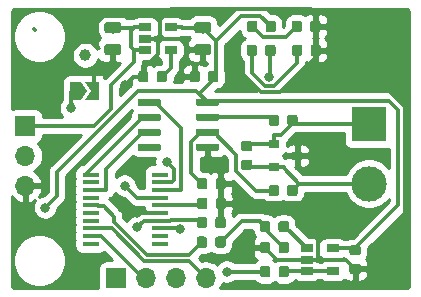
<source format=gtl>
G04 #@! TF.GenerationSoftware,KiCad,Pcbnew,(5.1.2)-1*
G04 #@! TF.CreationDate,2022-10-08T12:37:54+09:00*
G04 #@! TF.ProjectId,thamp,7468616d-702e-46b6-9963-61645f706362,v1.2*
G04 #@! TF.SameCoordinates,Original*
G04 #@! TF.FileFunction,Copper,L1,Top*
G04 #@! TF.FilePolarity,Positive*
%FSLAX46Y46*%
G04 Gerber Fmt 4.6, Leading zero omitted, Abs format (unit mm)*
G04 Created by KiCad (PCBNEW (5.1.2)-1) date 2022-10-08 12:37:54*
%MOMM*%
%LPD*%
G04 APERTURE LIST*
%ADD10C,1.000000*%
%ADD11C,0.100000*%
%ADD12C,0.875000*%
%ADD13C,0.300000*%
%ADD14R,1.450000X0.450000*%
%ADD15R,1.060000X0.650000*%
%ADD16C,0.600000*%
%ADD17O,1.700000X1.700000*%
%ADD18R,1.700000X1.700000*%
%ADD19C,3.000000*%
%ADD20R,3.000000X3.000000*%
%ADD21R,0.900000X0.800000*%
%ADD22C,0.975000*%
%ADD23C,0.800000*%
%ADD24C,0.300000*%
%ADD25C,0.254000*%
G04 APERTURE END LIST*
D10*
X126900000Y-104600000D03*
D11*
G36*
X142365191Y-118626053D02*
G01*
X142386426Y-118629203D01*
X142407250Y-118634419D01*
X142427462Y-118641651D01*
X142446868Y-118650830D01*
X142465281Y-118661866D01*
X142482524Y-118674654D01*
X142498430Y-118689070D01*
X142512846Y-118704976D01*
X142525634Y-118722219D01*
X142536670Y-118740632D01*
X142545849Y-118760038D01*
X142553081Y-118780250D01*
X142558297Y-118801074D01*
X142561447Y-118822309D01*
X142562500Y-118843750D01*
X142562500Y-119356250D01*
X142561447Y-119377691D01*
X142558297Y-119398926D01*
X142553081Y-119419750D01*
X142545849Y-119439962D01*
X142536670Y-119459368D01*
X142525634Y-119477781D01*
X142512846Y-119495024D01*
X142498430Y-119510930D01*
X142482524Y-119525346D01*
X142465281Y-119538134D01*
X142446868Y-119549170D01*
X142427462Y-119558349D01*
X142407250Y-119565581D01*
X142386426Y-119570797D01*
X142365191Y-119573947D01*
X142343750Y-119575000D01*
X141906250Y-119575000D01*
X141884809Y-119573947D01*
X141863574Y-119570797D01*
X141842750Y-119565581D01*
X141822538Y-119558349D01*
X141803132Y-119549170D01*
X141784719Y-119538134D01*
X141767476Y-119525346D01*
X141751570Y-119510930D01*
X141737154Y-119495024D01*
X141724366Y-119477781D01*
X141713330Y-119459368D01*
X141704151Y-119439962D01*
X141696919Y-119419750D01*
X141691703Y-119398926D01*
X141688553Y-119377691D01*
X141687500Y-119356250D01*
X141687500Y-118843750D01*
X141688553Y-118822309D01*
X141691703Y-118801074D01*
X141696919Y-118780250D01*
X141704151Y-118760038D01*
X141713330Y-118740632D01*
X141724366Y-118722219D01*
X141737154Y-118704976D01*
X141751570Y-118689070D01*
X141767476Y-118674654D01*
X141784719Y-118661866D01*
X141803132Y-118650830D01*
X141822538Y-118641651D01*
X141842750Y-118634419D01*
X141863574Y-118629203D01*
X141884809Y-118626053D01*
X141906250Y-118625000D01*
X142343750Y-118625000D01*
X142365191Y-118626053D01*
X142365191Y-118626053D01*
G37*
D12*
X142125000Y-119100000D03*
D11*
G36*
X143940191Y-118626053D02*
G01*
X143961426Y-118629203D01*
X143982250Y-118634419D01*
X144002462Y-118641651D01*
X144021868Y-118650830D01*
X144040281Y-118661866D01*
X144057524Y-118674654D01*
X144073430Y-118689070D01*
X144087846Y-118704976D01*
X144100634Y-118722219D01*
X144111670Y-118740632D01*
X144120849Y-118760038D01*
X144128081Y-118780250D01*
X144133297Y-118801074D01*
X144136447Y-118822309D01*
X144137500Y-118843750D01*
X144137500Y-119356250D01*
X144136447Y-119377691D01*
X144133297Y-119398926D01*
X144128081Y-119419750D01*
X144120849Y-119439962D01*
X144111670Y-119459368D01*
X144100634Y-119477781D01*
X144087846Y-119495024D01*
X144073430Y-119510930D01*
X144057524Y-119525346D01*
X144040281Y-119538134D01*
X144021868Y-119549170D01*
X144002462Y-119558349D01*
X143982250Y-119565581D01*
X143961426Y-119570797D01*
X143940191Y-119573947D01*
X143918750Y-119575000D01*
X143481250Y-119575000D01*
X143459809Y-119573947D01*
X143438574Y-119570797D01*
X143417750Y-119565581D01*
X143397538Y-119558349D01*
X143378132Y-119549170D01*
X143359719Y-119538134D01*
X143342476Y-119525346D01*
X143326570Y-119510930D01*
X143312154Y-119495024D01*
X143299366Y-119477781D01*
X143288330Y-119459368D01*
X143279151Y-119439962D01*
X143271919Y-119419750D01*
X143266703Y-119398926D01*
X143263553Y-119377691D01*
X143262500Y-119356250D01*
X143262500Y-118843750D01*
X143263553Y-118822309D01*
X143266703Y-118801074D01*
X143271919Y-118780250D01*
X143279151Y-118760038D01*
X143288330Y-118740632D01*
X143299366Y-118722219D01*
X143312154Y-118704976D01*
X143326570Y-118689070D01*
X143342476Y-118674654D01*
X143359719Y-118661866D01*
X143378132Y-118650830D01*
X143397538Y-118641651D01*
X143417750Y-118634419D01*
X143438574Y-118629203D01*
X143459809Y-118626053D01*
X143481250Y-118625000D01*
X143918750Y-118625000D01*
X143940191Y-118626053D01*
X143940191Y-118626053D01*
G37*
D12*
X143700000Y-119100000D03*
D13*
X126075000Y-107600000D03*
D11*
G36*
X127075000Y-107600000D02*
G01*
X126575000Y-108350000D01*
X125575000Y-108350000D01*
X125575000Y-106850000D01*
X126575000Y-106850000D01*
X127075000Y-107600000D01*
X127075000Y-107600000D01*
G37*
D13*
X127525000Y-107600000D03*
D11*
G36*
X128025000Y-108350000D02*
G01*
X126875000Y-108350000D01*
X127375000Y-107600000D01*
X126875000Y-106850000D01*
X128025000Y-106850000D01*
X128025000Y-108350000D01*
X128025000Y-108350000D01*
G37*
D14*
X127350000Y-120545000D03*
X127350000Y-119895000D03*
X127350000Y-119245000D03*
X127350000Y-118595000D03*
X127350000Y-117945000D03*
X127350000Y-117295000D03*
X127350000Y-116645000D03*
X127350000Y-115995000D03*
X127350000Y-115345000D03*
X127350000Y-114695000D03*
X133250000Y-114695000D03*
X133250000Y-115345000D03*
X133250000Y-115995000D03*
X133250000Y-116645000D03*
X133250000Y-117295000D03*
X133250000Y-117945000D03*
X133250000Y-118595000D03*
X133250000Y-119245000D03*
X133250000Y-119895000D03*
X133250000Y-120545000D03*
D11*
G36*
X138615691Y-115006053D02*
G01*
X138636926Y-115009203D01*
X138657750Y-115014419D01*
X138677962Y-115021651D01*
X138697368Y-115030830D01*
X138715781Y-115041866D01*
X138733024Y-115054654D01*
X138748930Y-115069070D01*
X138763346Y-115084976D01*
X138776134Y-115102219D01*
X138787170Y-115120632D01*
X138796349Y-115140038D01*
X138803581Y-115160250D01*
X138808797Y-115181074D01*
X138811947Y-115202309D01*
X138813000Y-115223750D01*
X138813000Y-115736250D01*
X138811947Y-115757691D01*
X138808797Y-115778926D01*
X138803581Y-115799750D01*
X138796349Y-115819962D01*
X138787170Y-115839368D01*
X138776134Y-115857781D01*
X138763346Y-115875024D01*
X138748930Y-115890930D01*
X138733024Y-115905346D01*
X138715781Y-115918134D01*
X138697368Y-115929170D01*
X138677962Y-115938349D01*
X138657750Y-115945581D01*
X138636926Y-115950797D01*
X138615691Y-115953947D01*
X138594250Y-115955000D01*
X138156750Y-115955000D01*
X138135309Y-115953947D01*
X138114074Y-115950797D01*
X138093250Y-115945581D01*
X138073038Y-115938349D01*
X138053632Y-115929170D01*
X138035219Y-115918134D01*
X138017976Y-115905346D01*
X138002070Y-115890930D01*
X137987654Y-115875024D01*
X137974866Y-115857781D01*
X137963830Y-115839368D01*
X137954651Y-115819962D01*
X137947419Y-115799750D01*
X137942203Y-115778926D01*
X137939053Y-115757691D01*
X137938000Y-115736250D01*
X137938000Y-115223750D01*
X137939053Y-115202309D01*
X137942203Y-115181074D01*
X137947419Y-115160250D01*
X137954651Y-115140038D01*
X137963830Y-115120632D01*
X137974866Y-115102219D01*
X137987654Y-115084976D01*
X138002070Y-115069070D01*
X138017976Y-115054654D01*
X138035219Y-115041866D01*
X138053632Y-115030830D01*
X138073038Y-115021651D01*
X138093250Y-115014419D01*
X138114074Y-115009203D01*
X138135309Y-115006053D01*
X138156750Y-115005000D01*
X138594250Y-115005000D01*
X138615691Y-115006053D01*
X138615691Y-115006053D01*
G37*
D12*
X138375500Y-115480000D03*
D11*
G36*
X137040691Y-115006053D02*
G01*
X137061926Y-115009203D01*
X137082750Y-115014419D01*
X137102962Y-115021651D01*
X137122368Y-115030830D01*
X137140781Y-115041866D01*
X137158024Y-115054654D01*
X137173930Y-115069070D01*
X137188346Y-115084976D01*
X137201134Y-115102219D01*
X137212170Y-115120632D01*
X137221349Y-115140038D01*
X137228581Y-115160250D01*
X137233797Y-115181074D01*
X137236947Y-115202309D01*
X137238000Y-115223750D01*
X137238000Y-115736250D01*
X137236947Y-115757691D01*
X137233797Y-115778926D01*
X137228581Y-115799750D01*
X137221349Y-115819962D01*
X137212170Y-115839368D01*
X137201134Y-115857781D01*
X137188346Y-115875024D01*
X137173930Y-115890930D01*
X137158024Y-115905346D01*
X137140781Y-115918134D01*
X137122368Y-115929170D01*
X137102962Y-115938349D01*
X137082750Y-115945581D01*
X137061926Y-115950797D01*
X137040691Y-115953947D01*
X137019250Y-115955000D01*
X136581750Y-115955000D01*
X136560309Y-115953947D01*
X136539074Y-115950797D01*
X136518250Y-115945581D01*
X136498038Y-115938349D01*
X136478632Y-115929170D01*
X136460219Y-115918134D01*
X136442976Y-115905346D01*
X136427070Y-115890930D01*
X136412654Y-115875024D01*
X136399866Y-115857781D01*
X136388830Y-115839368D01*
X136379651Y-115819962D01*
X136372419Y-115799750D01*
X136367203Y-115778926D01*
X136364053Y-115757691D01*
X136363000Y-115736250D01*
X136363000Y-115223750D01*
X136364053Y-115202309D01*
X136367203Y-115181074D01*
X136372419Y-115160250D01*
X136379651Y-115140038D01*
X136388830Y-115120632D01*
X136399866Y-115102219D01*
X136412654Y-115084976D01*
X136427070Y-115069070D01*
X136442976Y-115054654D01*
X136460219Y-115041866D01*
X136478632Y-115030830D01*
X136498038Y-115021651D01*
X136518250Y-115014419D01*
X136539074Y-115009203D01*
X136560309Y-115006053D01*
X136581750Y-115005000D01*
X137019250Y-115005000D01*
X137040691Y-115006053D01*
X137040691Y-115006053D01*
G37*
D12*
X136800500Y-115480000D03*
D11*
G36*
X138625691Y-116666053D02*
G01*
X138646926Y-116669203D01*
X138667750Y-116674419D01*
X138687962Y-116681651D01*
X138707368Y-116690830D01*
X138725781Y-116701866D01*
X138743024Y-116714654D01*
X138758930Y-116729070D01*
X138773346Y-116744976D01*
X138786134Y-116762219D01*
X138797170Y-116780632D01*
X138806349Y-116800038D01*
X138813581Y-116820250D01*
X138818797Y-116841074D01*
X138821947Y-116862309D01*
X138823000Y-116883750D01*
X138823000Y-117396250D01*
X138821947Y-117417691D01*
X138818797Y-117438926D01*
X138813581Y-117459750D01*
X138806349Y-117479962D01*
X138797170Y-117499368D01*
X138786134Y-117517781D01*
X138773346Y-117535024D01*
X138758930Y-117550930D01*
X138743024Y-117565346D01*
X138725781Y-117578134D01*
X138707368Y-117589170D01*
X138687962Y-117598349D01*
X138667750Y-117605581D01*
X138646926Y-117610797D01*
X138625691Y-117613947D01*
X138604250Y-117615000D01*
X138166750Y-117615000D01*
X138145309Y-117613947D01*
X138124074Y-117610797D01*
X138103250Y-117605581D01*
X138083038Y-117598349D01*
X138063632Y-117589170D01*
X138045219Y-117578134D01*
X138027976Y-117565346D01*
X138012070Y-117550930D01*
X137997654Y-117535024D01*
X137984866Y-117517781D01*
X137973830Y-117499368D01*
X137964651Y-117479962D01*
X137957419Y-117459750D01*
X137952203Y-117438926D01*
X137949053Y-117417691D01*
X137948000Y-117396250D01*
X137948000Y-116883750D01*
X137949053Y-116862309D01*
X137952203Y-116841074D01*
X137957419Y-116820250D01*
X137964651Y-116800038D01*
X137973830Y-116780632D01*
X137984866Y-116762219D01*
X137997654Y-116744976D01*
X138012070Y-116729070D01*
X138027976Y-116714654D01*
X138045219Y-116701866D01*
X138063632Y-116690830D01*
X138083038Y-116681651D01*
X138103250Y-116674419D01*
X138124074Y-116669203D01*
X138145309Y-116666053D01*
X138166750Y-116665000D01*
X138604250Y-116665000D01*
X138625691Y-116666053D01*
X138625691Y-116666053D01*
G37*
D12*
X138385500Y-117140000D03*
D11*
G36*
X137050691Y-116666053D02*
G01*
X137071926Y-116669203D01*
X137092750Y-116674419D01*
X137112962Y-116681651D01*
X137132368Y-116690830D01*
X137150781Y-116701866D01*
X137168024Y-116714654D01*
X137183930Y-116729070D01*
X137198346Y-116744976D01*
X137211134Y-116762219D01*
X137222170Y-116780632D01*
X137231349Y-116800038D01*
X137238581Y-116820250D01*
X137243797Y-116841074D01*
X137246947Y-116862309D01*
X137248000Y-116883750D01*
X137248000Y-117396250D01*
X137246947Y-117417691D01*
X137243797Y-117438926D01*
X137238581Y-117459750D01*
X137231349Y-117479962D01*
X137222170Y-117499368D01*
X137211134Y-117517781D01*
X137198346Y-117535024D01*
X137183930Y-117550930D01*
X137168024Y-117565346D01*
X137150781Y-117578134D01*
X137132368Y-117589170D01*
X137112962Y-117598349D01*
X137092750Y-117605581D01*
X137071926Y-117610797D01*
X137050691Y-117613947D01*
X137029250Y-117615000D01*
X136591750Y-117615000D01*
X136570309Y-117613947D01*
X136549074Y-117610797D01*
X136528250Y-117605581D01*
X136508038Y-117598349D01*
X136488632Y-117589170D01*
X136470219Y-117578134D01*
X136452976Y-117565346D01*
X136437070Y-117550930D01*
X136422654Y-117535024D01*
X136409866Y-117517781D01*
X136398830Y-117499368D01*
X136389651Y-117479962D01*
X136382419Y-117459750D01*
X136377203Y-117438926D01*
X136374053Y-117417691D01*
X136373000Y-117396250D01*
X136373000Y-116883750D01*
X136374053Y-116862309D01*
X136377203Y-116841074D01*
X136382419Y-116820250D01*
X136389651Y-116800038D01*
X136398830Y-116780632D01*
X136409866Y-116762219D01*
X136422654Y-116744976D01*
X136437070Y-116729070D01*
X136452976Y-116714654D01*
X136470219Y-116701866D01*
X136488632Y-116690830D01*
X136508038Y-116681651D01*
X136528250Y-116674419D01*
X136549074Y-116669203D01*
X136570309Y-116666053D01*
X136591750Y-116665000D01*
X137029250Y-116665000D01*
X137050691Y-116666053D01*
X137050691Y-116666053D01*
G37*
D12*
X136810500Y-117140000D03*
D15*
X147862000Y-120952000D03*
X147862000Y-122852000D03*
X145662000Y-122852000D03*
X145662000Y-121902000D03*
X145662000Y-120952000D03*
D11*
G36*
X133144703Y-112085722D02*
G01*
X133159264Y-112087882D01*
X133173543Y-112091459D01*
X133187403Y-112096418D01*
X133200710Y-112102712D01*
X133213336Y-112110280D01*
X133225159Y-112119048D01*
X133236066Y-112128934D01*
X133245952Y-112139841D01*
X133254720Y-112151664D01*
X133262288Y-112164290D01*
X133268582Y-112177597D01*
X133273541Y-112191457D01*
X133277118Y-112205736D01*
X133279278Y-112220297D01*
X133280000Y-112235000D01*
X133280000Y-112535000D01*
X133279278Y-112549703D01*
X133277118Y-112564264D01*
X133273541Y-112578543D01*
X133268582Y-112592403D01*
X133262288Y-112605710D01*
X133254720Y-112618336D01*
X133245952Y-112630159D01*
X133236066Y-112641066D01*
X133225159Y-112650952D01*
X133213336Y-112659720D01*
X133200710Y-112667288D01*
X133187403Y-112673582D01*
X133173543Y-112678541D01*
X133159264Y-112682118D01*
X133144703Y-112684278D01*
X133130000Y-112685000D01*
X131480000Y-112685000D01*
X131465297Y-112684278D01*
X131450736Y-112682118D01*
X131436457Y-112678541D01*
X131422597Y-112673582D01*
X131409290Y-112667288D01*
X131396664Y-112659720D01*
X131384841Y-112650952D01*
X131373934Y-112641066D01*
X131364048Y-112630159D01*
X131355280Y-112618336D01*
X131347712Y-112605710D01*
X131341418Y-112592403D01*
X131336459Y-112578543D01*
X131332882Y-112564264D01*
X131330722Y-112549703D01*
X131330000Y-112535000D01*
X131330000Y-112235000D01*
X131330722Y-112220297D01*
X131332882Y-112205736D01*
X131336459Y-112191457D01*
X131341418Y-112177597D01*
X131347712Y-112164290D01*
X131355280Y-112151664D01*
X131364048Y-112139841D01*
X131373934Y-112128934D01*
X131384841Y-112119048D01*
X131396664Y-112110280D01*
X131409290Y-112102712D01*
X131422597Y-112096418D01*
X131436457Y-112091459D01*
X131450736Y-112087882D01*
X131465297Y-112085722D01*
X131480000Y-112085000D01*
X133130000Y-112085000D01*
X133144703Y-112085722D01*
X133144703Y-112085722D01*
G37*
D16*
X132305000Y-112385000D03*
D11*
G36*
X133144703Y-110815722D02*
G01*
X133159264Y-110817882D01*
X133173543Y-110821459D01*
X133187403Y-110826418D01*
X133200710Y-110832712D01*
X133213336Y-110840280D01*
X133225159Y-110849048D01*
X133236066Y-110858934D01*
X133245952Y-110869841D01*
X133254720Y-110881664D01*
X133262288Y-110894290D01*
X133268582Y-110907597D01*
X133273541Y-110921457D01*
X133277118Y-110935736D01*
X133279278Y-110950297D01*
X133280000Y-110965000D01*
X133280000Y-111265000D01*
X133279278Y-111279703D01*
X133277118Y-111294264D01*
X133273541Y-111308543D01*
X133268582Y-111322403D01*
X133262288Y-111335710D01*
X133254720Y-111348336D01*
X133245952Y-111360159D01*
X133236066Y-111371066D01*
X133225159Y-111380952D01*
X133213336Y-111389720D01*
X133200710Y-111397288D01*
X133187403Y-111403582D01*
X133173543Y-111408541D01*
X133159264Y-111412118D01*
X133144703Y-111414278D01*
X133130000Y-111415000D01*
X131480000Y-111415000D01*
X131465297Y-111414278D01*
X131450736Y-111412118D01*
X131436457Y-111408541D01*
X131422597Y-111403582D01*
X131409290Y-111397288D01*
X131396664Y-111389720D01*
X131384841Y-111380952D01*
X131373934Y-111371066D01*
X131364048Y-111360159D01*
X131355280Y-111348336D01*
X131347712Y-111335710D01*
X131341418Y-111322403D01*
X131336459Y-111308543D01*
X131332882Y-111294264D01*
X131330722Y-111279703D01*
X131330000Y-111265000D01*
X131330000Y-110965000D01*
X131330722Y-110950297D01*
X131332882Y-110935736D01*
X131336459Y-110921457D01*
X131341418Y-110907597D01*
X131347712Y-110894290D01*
X131355280Y-110881664D01*
X131364048Y-110869841D01*
X131373934Y-110858934D01*
X131384841Y-110849048D01*
X131396664Y-110840280D01*
X131409290Y-110832712D01*
X131422597Y-110826418D01*
X131436457Y-110821459D01*
X131450736Y-110817882D01*
X131465297Y-110815722D01*
X131480000Y-110815000D01*
X133130000Y-110815000D01*
X133144703Y-110815722D01*
X133144703Y-110815722D01*
G37*
D16*
X132305000Y-111115000D03*
D11*
G36*
X133144703Y-109545722D02*
G01*
X133159264Y-109547882D01*
X133173543Y-109551459D01*
X133187403Y-109556418D01*
X133200710Y-109562712D01*
X133213336Y-109570280D01*
X133225159Y-109579048D01*
X133236066Y-109588934D01*
X133245952Y-109599841D01*
X133254720Y-109611664D01*
X133262288Y-109624290D01*
X133268582Y-109637597D01*
X133273541Y-109651457D01*
X133277118Y-109665736D01*
X133279278Y-109680297D01*
X133280000Y-109695000D01*
X133280000Y-109995000D01*
X133279278Y-110009703D01*
X133277118Y-110024264D01*
X133273541Y-110038543D01*
X133268582Y-110052403D01*
X133262288Y-110065710D01*
X133254720Y-110078336D01*
X133245952Y-110090159D01*
X133236066Y-110101066D01*
X133225159Y-110110952D01*
X133213336Y-110119720D01*
X133200710Y-110127288D01*
X133187403Y-110133582D01*
X133173543Y-110138541D01*
X133159264Y-110142118D01*
X133144703Y-110144278D01*
X133130000Y-110145000D01*
X131480000Y-110145000D01*
X131465297Y-110144278D01*
X131450736Y-110142118D01*
X131436457Y-110138541D01*
X131422597Y-110133582D01*
X131409290Y-110127288D01*
X131396664Y-110119720D01*
X131384841Y-110110952D01*
X131373934Y-110101066D01*
X131364048Y-110090159D01*
X131355280Y-110078336D01*
X131347712Y-110065710D01*
X131341418Y-110052403D01*
X131336459Y-110038543D01*
X131332882Y-110024264D01*
X131330722Y-110009703D01*
X131330000Y-109995000D01*
X131330000Y-109695000D01*
X131330722Y-109680297D01*
X131332882Y-109665736D01*
X131336459Y-109651457D01*
X131341418Y-109637597D01*
X131347712Y-109624290D01*
X131355280Y-109611664D01*
X131364048Y-109599841D01*
X131373934Y-109588934D01*
X131384841Y-109579048D01*
X131396664Y-109570280D01*
X131409290Y-109562712D01*
X131422597Y-109556418D01*
X131436457Y-109551459D01*
X131450736Y-109547882D01*
X131465297Y-109545722D01*
X131480000Y-109545000D01*
X133130000Y-109545000D01*
X133144703Y-109545722D01*
X133144703Y-109545722D01*
G37*
D16*
X132305000Y-109845000D03*
D11*
G36*
X133144703Y-108275722D02*
G01*
X133159264Y-108277882D01*
X133173543Y-108281459D01*
X133187403Y-108286418D01*
X133200710Y-108292712D01*
X133213336Y-108300280D01*
X133225159Y-108309048D01*
X133236066Y-108318934D01*
X133245952Y-108329841D01*
X133254720Y-108341664D01*
X133262288Y-108354290D01*
X133268582Y-108367597D01*
X133273541Y-108381457D01*
X133277118Y-108395736D01*
X133279278Y-108410297D01*
X133280000Y-108425000D01*
X133280000Y-108725000D01*
X133279278Y-108739703D01*
X133277118Y-108754264D01*
X133273541Y-108768543D01*
X133268582Y-108782403D01*
X133262288Y-108795710D01*
X133254720Y-108808336D01*
X133245952Y-108820159D01*
X133236066Y-108831066D01*
X133225159Y-108840952D01*
X133213336Y-108849720D01*
X133200710Y-108857288D01*
X133187403Y-108863582D01*
X133173543Y-108868541D01*
X133159264Y-108872118D01*
X133144703Y-108874278D01*
X133130000Y-108875000D01*
X131480000Y-108875000D01*
X131465297Y-108874278D01*
X131450736Y-108872118D01*
X131436457Y-108868541D01*
X131422597Y-108863582D01*
X131409290Y-108857288D01*
X131396664Y-108849720D01*
X131384841Y-108840952D01*
X131373934Y-108831066D01*
X131364048Y-108820159D01*
X131355280Y-108808336D01*
X131347712Y-108795710D01*
X131341418Y-108782403D01*
X131336459Y-108768543D01*
X131332882Y-108754264D01*
X131330722Y-108739703D01*
X131330000Y-108725000D01*
X131330000Y-108425000D01*
X131330722Y-108410297D01*
X131332882Y-108395736D01*
X131336459Y-108381457D01*
X131341418Y-108367597D01*
X131347712Y-108354290D01*
X131355280Y-108341664D01*
X131364048Y-108329841D01*
X131373934Y-108318934D01*
X131384841Y-108309048D01*
X131396664Y-108300280D01*
X131409290Y-108292712D01*
X131422597Y-108286418D01*
X131436457Y-108281459D01*
X131450736Y-108277882D01*
X131465297Y-108275722D01*
X131480000Y-108275000D01*
X133130000Y-108275000D01*
X133144703Y-108275722D01*
X133144703Y-108275722D01*
G37*
D16*
X132305000Y-108575000D03*
D11*
G36*
X138094703Y-108275722D02*
G01*
X138109264Y-108277882D01*
X138123543Y-108281459D01*
X138137403Y-108286418D01*
X138150710Y-108292712D01*
X138163336Y-108300280D01*
X138175159Y-108309048D01*
X138186066Y-108318934D01*
X138195952Y-108329841D01*
X138204720Y-108341664D01*
X138212288Y-108354290D01*
X138218582Y-108367597D01*
X138223541Y-108381457D01*
X138227118Y-108395736D01*
X138229278Y-108410297D01*
X138230000Y-108425000D01*
X138230000Y-108725000D01*
X138229278Y-108739703D01*
X138227118Y-108754264D01*
X138223541Y-108768543D01*
X138218582Y-108782403D01*
X138212288Y-108795710D01*
X138204720Y-108808336D01*
X138195952Y-108820159D01*
X138186066Y-108831066D01*
X138175159Y-108840952D01*
X138163336Y-108849720D01*
X138150710Y-108857288D01*
X138137403Y-108863582D01*
X138123543Y-108868541D01*
X138109264Y-108872118D01*
X138094703Y-108874278D01*
X138080000Y-108875000D01*
X136430000Y-108875000D01*
X136415297Y-108874278D01*
X136400736Y-108872118D01*
X136386457Y-108868541D01*
X136372597Y-108863582D01*
X136359290Y-108857288D01*
X136346664Y-108849720D01*
X136334841Y-108840952D01*
X136323934Y-108831066D01*
X136314048Y-108820159D01*
X136305280Y-108808336D01*
X136297712Y-108795710D01*
X136291418Y-108782403D01*
X136286459Y-108768543D01*
X136282882Y-108754264D01*
X136280722Y-108739703D01*
X136280000Y-108725000D01*
X136280000Y-108425000D01*
X136280722Y-108410297D01*
X136282882Y-108395736D01*
X136286459Y-108381457D01*
X136291418Y-108367597D01*
X136297712Y-108354290D01*
X136305280Y-108341664D01*
X136314048Y-108329841D01*
X136323934Y-108318934D01*
X136334841Y-108309048D01*
X136346664Y-108300280D01*
X136359290Y-108292712D01*
X136372597Y-108286418D01*
X136386457Y-108281459D01*
X136400736Y-108277882D01*
X136415297Y-108275722D01*
X136430000Y-108275000D01*
X138080000Y-108275000D01*
X138094703Y-108275722D01*
X138094703Y-108275722D01*
G37*
D16*
X137255000Y-108575000D03*
D11*
G36*
X138094703Y-109545722D02*
G01*
X138109264Y-109547882D01*
X138123543Y-109551459D01*
X138137403Y-109556418D01*
X138150710Y-109562712D01*
X138163336Y-109570280D01*
X138175159Y-109579048D01*
X138186066Y-109588934D01*
X138195952Y-109599841D01*
X138204720Y-109611664D01*
X138212288Y-109624290D01*
X138218582Y-109637597D01*
X138223541Y-109651457D01*
X138227118Y-109665736D01*
X138229278Y-109680297D01*
X138230000Y-109695000D01*
X138230000Y-109995000D01*
X138229278Y-110009703D01*
X138227118Y-110024264D01*
X138223541Y-110038543D01*
X138218582Y-110052403D01*
X138212288Y-110065710D01*
X138204720Y-110078336D01*
X138195952Y-110090159D01*
X138186066Y-110101066D01*
X138175159Y-110110952D01*
X138163336Y-110119720D01*
X138150710Y-110127288D01*
X138137403Y-110133582D01*
X138123543Y-110138541D01*
X138109264Y-110142118D01*
X138094703Y-110144278D01*
X138080000Y-110145000D01*
X136430000Y-110145000D01*
X136415297Y-110144278D01*
X136400736Y-110142118D01*
X136386457Y-110138541D01*
X136372597Y-110133582D01*
X136359290Y-110127288D01*
X136346664Y-110119720D01*
X136334841Y-110110952D01*
X136323934Y-110101066D01*
X136314048Y-110090159D01*
X136305280Y-110078336D01*
X136297712Y-110065710D01*
X136291418Y-110052403D01*
X136286459Y-110038543D01*
X136282882Y-110024264D01*
X136280722Y-110009703D01*
X136280000Y-109995000D01*
X136280000Y-109695000D01*
X136280722Y-109680297D01*
X136282882Y-109665736D01*
X136286459Y-109651457D01*
X136291418Y-109637597D01*
X136297712Y-109624290D01*
X136305280Y-109611664D01*
X136314048Y-109599841D01*
X136323934Y-109588934D01*
X136334841Y-109579048D01*
X136346664Y-109570280D01*
X136359290Y-109562712D01*
X136372597Y-109556418D01*
X136386457Y-109551459D01*
X136400736Y-109547882D01*
X136415297Y-109545722D01*
X136430000Y-109545000D01*
X138080000Y-109545000D01*
X138094703Y-109545722D01*
X138094703Y-109545722D01*
G37*
D16*
X137255000Y-109845000D03*
D11*
G36*
X138094703Y-110815722D02*
G01*
X138109264Y-110817882D01*
X138123543Y-110821459D01*
X138137403Y-110826418D01*
X138150710Y-110832712D01*
X138163336Y-110840280D01*
X138175159Y-110849048D01*
X138186066Y-110858934D01*
X138195952Y-110869841D01*
X138204720Y-110881664D01*
X138212288Y-110894290D01*
X138218582Y-110907597D01*
X138223541Y-110921457D01*
X138227118Y-110935736D01*
X138229278Y-110950297D01*
X138230000Y-110965000D01*
X138230000Y-111265000D01*
X138229278Y-111279703D01*
X138227118Y-111294264D01*
X138223541Y-111308543D01*
X138218582Y-111322403D01*
X138212288Y-111335710D01*
X138204720Y-111348336D01*
X138195952Y-111360159D01*
X138186066Y-111371066D01*
X138175159Y-111380952D01*
X138163336Y-111389720D01*
X138150710Y-111397288D01*
X138137403Y-111403582D01*
X138123543Y-111408541D01*
X138109264Y-111412118D01*
X138094703Y-111414278D01*
X138080000Y-111415000D01*
X136430000Y-111415000D01*
X136415297Y-111414278D01*
X136400736Y-111412118D01*
X136386457Y-111408541D01*
X136372597Y-111403582D01*
X136359290Y-111397288D01*
X136346664Y-111389720D01*
X136334841Y-111380952D01*
X136323934Y-111371066D01*
X136314048Y-111360159D01*
X136305280Y-111348336D01*
X136297712Y-111335710D01*
X136291418Y-111322403D01*
X136286459Y-111308543D01*
X136282882Y-111294264D01*
X136280722Y-111279703D01*
X136280000Y-111265000D01*
X136280000Y-110965000D01*
X136280722Y-110950297D01*
X136282882Y-110935736D01*
X136286459Y-110921457D01*
X136291418Y-110907597D01*
X136297712Y-110894290D01*
X136305280Y-110881664D01*
X136314048Y-110869841D01*
X136323934Y-110858934D01*
X136334841Y-110849048D01*
X136346664Y-110840280D01*
X136359290Y-110832712D01*
X136372597Y-110826418D01*
X136386457Y-110821459D01*
X136400736Y-110817882D01*
X136415297Y-110815722D01*
X136430000Y-110815000D01*
X138080000Y-110815000D01*
X138094703Y-110815722D01*
X138094703Y-110815722D01*
G37*
D16*
X137255000Y-111115000D03*
D11*
G36*
X138094703Y-112085722D02*
G01*
X138109264Y-112087882D01*
X138123543Y-112091459D01*
X138137403Y-112096418D01*
X138150710Y-112102712D01*
X138163336Y-112110280D01*
X138175159Y-112119048D01*
X138186066Y-112128934D01*
X138195952Y-112139841D01*
X138204720Y-112151664D01*
X138212288Y-112164290D01*
X138218582Y-112177597D01*
X138223541Y-112191457D01*
X138227118Y-112205736D01*
X138229278Y-112220297D01*
X138230000Y-112235000D01*
X138230000Y-112535000D01*
X138229278Y-112549703D01*
X138227118Y-112564264D01*
X138223541Y-112578543D01*
X138218582Y-112592403D01*
X138212288Y-112605710D01*
X138204720Y-112618336D01*
X138195952Y-112630159D01*
X138186066Y-112641066D01*
X138175159Y-112650952D01*
X138163336Y-112659720D01*
X138150710Y-112667288D01*
X138137403Y-112673582D01*
X138123543Y-112678541D01*
X138109264Y-112682118D01*
X138094703Y-112684278D01*
X138080000Y-112685000D01*
X136430000Y-112685000D01*
X136415297Y-112684278D01*
X136400736Y-112682118D01*
X136386457Y-112678541D01*
X136372597Y-112673582D01*
X136359290Y-112667288D01*
X136346664Y-112659720D01*
X136334841Y-112650952D01*
X136323934Y-112641066D01*
X136314048Y-112630159D01*
X136305280Y-112618336D01*
X136297712Y-112605710D01*
X136291418Y-112592403D01*
X136286459Y-112578543D01*
X136282882Y-112564264D01*
X136280722Y-112549703D01*
X136280000Y-112535000D01*
X136280000Y-112235000D01*
X136280722Y-112220297D01*
X136282882Y-112205736D01*
X136286459Y-112191457D01*
X136291418Y-112177597D01*
X136297712Y-112164290D01*
X136305280Y-112151664D01*
X136314048Y-112139841D01*
X136323934Y-112128934D01*
X136334841Y-112119048D01*
X136346664Y-112110280D01*
X136359290Y-112102712D01*
X136372597Y-112096418D01*
X136386457Y-112091459D01*
X136400736Y-112087882D01*
X136415297Y-112085722D01*
X136430000Y-112085000D01*
X138080000Y-112085000D01*
X138094703Y-112085722D01*
X138094703Y-112085722D01*
G37*
D16*
X137255000Y-112385000D03*
D15*
X134140000Y-102236000D03*
X134140000Y-104136000D03*
X131940000Y-104136000D03*
X131940000Y-103186000D03*
X131940000Y-102236000D03*
D11*
G36*
X146653691Y-103708053D02*
G01*
X146674926Y-103711203D01*
X146695750Y-103716419D01*
X146715962Y-103723651D01*
X146735368Y-103732830D01*
X146753781Y-103743866D01*
X146771024Y-103756654D01*
X146786930Y-103771070D01*
X146801346Y-103786976D01*
X146814134Y-103804219D01*
X146825170Y-103822632D01*
X146834349Y-103842038D01*
X146841581Y-103862250D01*
X146846797Y-103883074D01*
X146849947Y-103904309D01*
X146851000Y-103925750D01*
X146851000Y-104438250D01*
X146849947Y-104459691D01*
X146846797Y-104480926D01*
X146841581Y-104501750D01*
X146834349Y-104521962D01*
X146825170Y-104541368D01*
X146814134Y-104559781D01*
X146801346Y-104577024D01*
X146786930Y-104592930D01*
X146771024Y-104607346D01*
X146753781Y-104620134D01*
X146735368Y-104631170D01*
X146715962Y-104640349D01*
X146695750Y-104647581D01*
X146674926Y-104652797D01*
X146653691Y-104655947D01*
X146632250Y-104657000D01*
X146194750Y-104657000D01*
X146173309Y-104655947D01*
X146152074Y-104652797D01*
X146131250Y-104647581D01*
X146111038Y-104640349D01*
X146091632Y-104631170D01*
X146073219Y-104620134D01*
X146055976Y-104607346D01*
X146040070Y-104592930D01*
X146025654Y-104577024D01*
X146012866Y-104559781D01*
X146001830Y-104541368D01*
X145992651Y-104521962D01*
X145985419Y-104501750D01*
X145980203Y-104480926D01*
X145977053Y-104459691D01*
X145976000Y-104438250D01*
X145976000Y-103925750D01*
X145977053Y-103904309D01*
X145980203Y-103883074D01*
X145985419Y-103862250D01*
X145992651Y-103842038D01*
X146001830Y-103822632D01*
X146012866Y-103804219D01*
X146025654Y-103786976D01*
X146040070Y-103771070D01*
X146055976Y-103756654D01*
X146073219Y-103743866D01*
X146091632Y-103732830D01*
X146111038Y-103723651D01*
X146131250Y-103716419D01*
X146152074Y-103711203D01*
X146173309Y-103708053D01*
X146194750Y-103707000D01*
X146632250Y-103707000D01*
X146653691Y-103708053D01*
X146653691Y-103708053D01*
G37*
D12*
X146413500Y-104182000D03*
D11*
G36*
X145078691Y-103708053D02*
G01*
X145099926Y-103711203D01*
X145120750Y-103716419D01*
X145140962Y-103723651D01*
X145160368Y-103732830D01*
X145178781Y-103743866D01*
X145196024Y-103756654D01*
X145211930Y-103771070D01*
X145226346Y-103786976D01*
X145239134Y-103804219D01*
X145250170Y-103822632D01*
X145259349Y-103842038D01*
X145266581Y-103862250D01*
X145271797Y-103883074D01*
X145274947Y-103904309D01*
X145276000Y-103925750D01*
X145276000Y-104438250D01*
X145274947Y-104459691D01*
X145271797Y-104480926D01*
X145266581Y-104501750D01*
X145259349Y-104521962D01*
X145250170Y-104541368D01*
X145239134Y-104559781D01*
X145226346Y-104577024D01*
X145211930Y-104592930D01*
X145196024Y-104607346D01*
X145178781Y-104620134D01*
X145160368Y-104631170D01*
X145140962Y-104640349D01*
X145120750Y-104647581D01*
X145099926Y-104652797D01*
X145078691Y-104655947D01*
X145057250Y-104657000D01*
X144619750Y-104657000D01*
X144598309Y-104655947D01*
X144577074Y-104652797D01*
X144556250Y-104647581D01*
X144536038Y-104640349D01*
X144516632Y-104631170D01*
X144498219Y-104620134D01*
X144480976Y-104607346D01*
X144465070Y-104592930D01*
X144450654Y-104577024D01*
X144437866Y-104559781D01*
X144426830Y-104541368D01*
X144417651Y-104521962D01*
X144410419Y-104501750D01*
X144405203Y-104480926D01*
X144402053Y-104459691D01*
X144401000Y-104438250D01*
X144401000Y-103925750D01*
X144402053Y-103904309D01*
X144405203Y-103883074D01*
X144410419Y-103862250D01*
X144417651Y-103842038D01*
X144426830Y-103822632D01*
X144437866Y-103804219D01*
X144450654Y-103786976D01*
X144465070Y-103771070D01*
X144480976Y-103756654D01*
X144498219Y-103743866D01*
X144516632Y-103732830D01*
X144536038Y-103723651D01*
X144556250Y-103716419D01*
X144577074Y-103711203D01*
X144598309Y-103708053D01*
X144619750Y-103707000D01*
X145057250Y-103707000D01*
X145078691Y-103708053D01*
X145078691Y-103708053D01*
G37*
D12*
X144838500Y-104182000D03*
D11*
G36*
X142378691Y-122444053D02*
G01*
X142399926Y-122447203D01*
X142420750Y-122452419D01*
X142440962Y-122459651D01*
X142460368Y-122468830D01*
X142478781Y-122479866D01*
X142496024Y-122492654D01*
X142511930Y-122507070D01*
X142526346Y-122522976D01*
X142539134Y-122540219D01*
X142550170Y-122558632D01*
X142559349Y-122578038D01*
X142566581Y-122598250D01*
X142571797Y-122619074D01*
X142574947Y-122640309D01*
X142576000Y-122661750D01*
X142576000Y-123174250D01*
X142574947Y-123195691D01*
X142571797Y-123216926D01*
X142566581Y-123237750D01*
X142559349Y-123257962D01*
X142550170Y-123277368D01*
X142539134Y-123295781D01*
X142526346Y-123313024D01*
X142511930Y-123328930D01*
X142496024Y-123343346D01*
X142478781Y-123356134D01*
X142460368Y-123367170D01*
X142440962Y-123376349D01*
X142420750Y-123383581D01*
X142399926Y-123388797D01*
X142378691Y-123391947D01*
X142357250Y-123393000D01*
X141919750Y-123393000D01*
X141898309Y-123391947D01*
X141877074Y-123388797D01*
X141856250Y-123383581D01*
X141836038Y-123376349D01*
X141816632Y-123367170D01*
X141798219Y-123356134D01*
X141780976Y-123343346D01*
X141765070Y-123328930D01*
X141750654Y-123313024D01*
X141737866Y-123295781D01*
X141726830Y-123277368D01*
X141717651Y-123257962D01*
X141710419Y-123237750D01*
X141705203Y-123216926D01*
X141702053Y-123195691D01*
X141701000Y-123174250D01*
X141701000Y-122661750D01*
X141702053Y-122640309D01*
X141705203Y-122619074D01*
X141710419Y-122598250D01*
X141717651Y-122578038D01*
X141726830Y-122558632D01*
X141737866Y-122540219D01*
X141750654Y-122522976D01*
X141765070Y-122507070D01*
X141780976Y-122492654D01*
X141798219Y-122479866D01*
X141816632Y-122468830D01*
X141836038Y-122459651D01*
X141856250Y-122452419D01*
X141877074Y-122447203D01*
X141898309Y-122444053D01*
X141919750Y-122443000D01*
X142357250Y-122443000D01*
X142378691Y-122444053D01*
X142378691Y-122444053D01*
G37*
D12*
X142138500Y-122918000D03*
D11*
G36*
X143953691Y-122444053D02*
G01*
X143974926Y-122447203D01*
X143995750Y-122452419D01*
X144015962Y-122459651D01*
X144035368Y-122468830D01*
X144053781Y-122479866D01*
X144071024Y-122492654D01*
X144086930Y-122507070D01*
X144101346Y-122522976D01*
X144114134Y-122540219D01*
X144125170Y-122558632D01*
X144134349Y-122578038D01*
X144141581Y-122598250D01*
X144146797Y-122619074D01*
X144149947Y-122640309D01*
X144151000Y-122661750D01*
X144151000Y-123174250D01*
X144149947Y-123195691D01*
X144146797Y-123216926D01*
X144141581Y-123237750D01*
X144134349Y-123257962D01*
X144125170Y-123277368D01*
X144114134Y-123295781D01*
X144101346Y-123313024D01*
X144086930Y-123328930D01*
X144071024Y-123343346D01*
X144053781Y-123356134D01*
X144035368Y-123367170D01*
X144015962Y-123376349D01*
X143995750Y-123383581D01*
X143974926Y-123388797D01*
X143953691Y-123391947D01*
X143932250Y-123393000D01*
X143494750Y-123393000D01*
X143473309Y-123391947D01*
X143452074Y-123388797D01*
X143431250Y-123383581D01*
X143411038Y-123376349D01*
X143391632Y-123367170D01*
X143373219Y-123356134D01*
X143355976Y-123343346D01*
X143340070Y-123328930D01*
X143325654Y-123313024D01*
X143312866Y-123295781D01*
X143301830Y-123277368D01*
X143292651Y-123257962D01*
X143285419Y-123237750D01*
X143280203Y-123216926D01*
X143277053Y-123195691D01*
X143276000Y-123174250D01*
X143276000Y-122661750D01*
X143277053Y-122640309D01*
X143280203Y-122619074D01*
X143285419Y-122598250D01*
X143292651Y-122578038D01*
X143301830Y-122558632D01*
X143312866Y-122540219D01*
X143325654Y-122522976D01*
X143340070Y-122507070D01*
X143355976Y-122492654D01*
X143373219Y-122479866D01*
X143391632Y-122468830D01*
X143411038Y-122459651D01*
X143431250Y-122452419D01*
X143452074Y-122447203D01*
X143473309Y-122444053D01*
X143494750Y-122443000D01*
X143932250Y-122443000D01*
X143953691Y-122444053D01*
X143953691Y-122444053D01*
G37*
D12*
X143713500Y-122918000D03*
D11*
G36*
X138591691Y-119944053D02*
G01*
X138612926Y-119947203D01*
X138633750Y-119952419D01*
X138653962Y-119959651D01*
X138673368Y-119968830D01*
X138691781Y-119979866D01*
X138709024Y-119992654D01*
X138724930Y-120007070D01*
X138739346Y-120022976D01*
X138752134Y-120040219D01*
X138763170Y-120058632D01*
X138772349Y-120078038D01*
X138779581Y-120098250D01*
X138784797Y-120119074D01*
X138787947Y-120140309D01*
X138789000Y-120161750D01*
X138789000Y-120674250D01*
X138787947Y-120695691D01*
X138784797Y-120716926D01*
X138779581Y-120737750D01*
X138772349Y-120757962D01*
X138763170Y-120777368D01*
X138752134Y-120795781D01*
X138739346Y-120813024D01*
X138724930Y-120828930D01*
X138709024Y-120843346D01*
X138691781Y-120856134D01*
X138673368Y-120867170D01*
X138653962Y-120876349D01*
X138633750Y-120883581D01*
X138612926Y-120888797D01*
X138591691Y-120891947D01*
X138570250Y-120893000D01*
X138132750Y-120893000D01*
X138111309Y-120891947D01*
X138090074Y-120888797D01*
X138069250Y-120883581D01*
X138049038Y-120876349D01*
X138029632Y-120867170D01*
X138011219Y-120856134D01*
X137993976Y-120843346D01*
X137978070Y-120828930D01*
X137963654Y-120813024D01*
X137950866Y-120795781D01*
X137939830Y-120777368D01*
X137930651Y-120757962D01*
X137923419Y-120737750D01*
X137918203Y-120716926D01*
X137915053Y-120695691D01*
X137914000Y-120674250D01*
X137914000Y-120161750D01*
X137915053Y-120140309D01*
X137918203Y-120119074D01*
X137923419Y-120098250D01*
X137930651Y-120078038D01*
X137939830Y-120058632D01*
X137950866Y-120040219D01*
X137963654Y-120022976D01*
X137978070Y-120007070D01*
X137993976Y-119992654D01*
X138011219Y-119979866D01*
X138029632Y-119968830D01*
X138049038Y-119959651D01*
X138069250Y-119952419D01*
X138090074Y-119947203D01*
X138111309Y-119944053D01*
X138132750Y-119943000D01*
X138570250Y-119943000D01*
X138591691Y-119944053D01*
X138591691Y-119944053D01*
G37*
D12*
X138351500Y-120418000D03*
D11*
G36*
X137016691Y-119944053D02*
G01*
X137037926Y-119947203D01*
X137058750Y-119952419D01*
X137078962Y-119959651D01*
X137098368Y-119968830D01*
X137116781Y-119979866D01*
X137134024Y-119992654D01*
X137149930Y-120007070D01*
X137164346Y-120022976D01*
X137177134Y-120040219D01*
X137188170Y-120058632D01*
X137197349Y-120078038D01*
X137204581Y-120098250D01*
X137209797Y-120119074D01*
X137212947Y-120140309D01*
X137214000Y-120161750D01*
X137214000Y-120674250D01*
X137212947Y-120695691D01*
X137209797Y-120716926D01*
X137204581Y-120737750D01*
X137197349Y-120757962D01*
X137188170Y-120777368D01*
X137177134Y-120795781D01*
X137164346Y-120813024D01*
X137149930Y-120828930D01*
X137134024Y-120843346D01*
X137116781Y-120856134D01*
X137098368Y-120867170D01*
X137078962Y-120876349D01*
X137058750Y-120883581D01*
X137037926Y-120888797D01*
X137016691Y-120891947D01*
X136995250Y-120893000D01*
X136557750Y-120893000D01*
X136536309Y-120891947D01*
X136515074Y-120888797D01*
X136494250Y-120883581D01*
X136474038Y-120876349D01*
X136454632Y-120867170D01*
X136436219Y-120856134D01*
X136418976Y-120843346D01*
X136403070Y-120828930D01*
X136388654Y-120813024D01*
X136375866Y-120795781D01*
X136364830Y-120777368D01*
X136355651Y-120757962D01*
X136348419Y-120737750D01*
X136343203Y-120716926D01*
X136340053Y-120695691D01*
X136339000Y-120674250D01*
X136339000Y-120161750D01*
X136340053Y-120140309D01*
X136343203Y-120119074D01*
X136348419Y-120098250D01*
X136355651Y-120078038D01*
X136364830Y-120058632D01*
X136375866Y-120040219D01*
X136388654Y-120022976D01*
X136403070Y-120007070D01*
X136418976Y-119992654D01*
X136436219Y-119979866D01*
X136454632Y-119968830D01*
X136474038Y-119959651D01*
X136494250Y-119952419D01*
X136515074Y-119947203D01*
X136536309Y-119944053D01*
X136557750Y-119943000D01*
X136995250Y-119943000D01*
X137016691Y-119944053D01*
X137016691Y-119944053D01*
G37*
D12*
X136776500Y-120418000D03*
D11*
G36*
X146627691Y-101676053D02*
G01*
X146648926Y-101679203D01*
X146669750Y-101684419D01*
X146689962Y-101691651D01*
X146709368Y-101700830D01*
X146727781Y-101711866D01*
X146745024Y-101724654D01*
X146760930Y-101739070D01*
X146775346Y-101754976D01*
X146788134Y-101772219D01*
X146799170Y-101790632D01*
X146808349Y-101810038D01*
X146815581Y-101830250D01*
X146820797Y-101851074D01*
X146823947Y-101872309D01*
X146825000Y-101893750D01*
X146825000Y-102406250D01*
X146823947Y-102427691D01*
X146820797Y-102448926D01*
X146815581Y-102469750D01*
X146808349Y-102489962D01*
X146799170Y-102509368D01*
X146788134Y-102527781D01*
X146775346Y-102545024D01*
X146760930Y-102560930D01*
X146745024Y-102575346D01*
X146727781Y-102588134D01*
X146709368Y-102599170D01*
X146689962Y-102608349D01*
X146669750Y-102615581D01*
X146648926Y-102620797D01*
X146627691Y-102623947D01*
X146606250Y-102625000D01*
X146168750Y-102625000D01*
X146147309Y-102623947D01*
X146126074Y-102620797D01*
X146105250Y-102615581D01*
X146085038Y-102608349D01*
X146065632Y-102599170D01*
X146047219Y-102588134D01*
X146029976Y-102575346D01*
X146014070Y-102560930D01*
X145999654Y-102545024D01*
X145986866Y-102527781D01*
X145975830Y-102509368D01*
X145966651Y-102489962D01*
X145959419Y-102469750D01*
X145954203Y-102448926D01*
X145951053Y-102427691D01*
X145950000Y-102406250D01*
X145950000Y-101893750D01*
X145951053Y-101872309D01*
X145954203Y-101851074D01*
X145959419Y-101830250D01*
X145966651Y-101810038D01*
X145975830Y-101790632D01*
X145986866Y-101772219D01*
X145999654Y-101754976D01*
X146014070Y-101739070D01*
X146029976Y-101724654D01*
X146047219Y-101711866D01*
X146065632Y-101700830D01*
X146085038Y-101691651D01*
X146105250Y-101684419D01*
X146126074Y-101679203D01*
X146147309Y-101676053D01*
X146168750Y-101675000D01*
X146606250Y-101675000D01*
X146627691Y-101676053D01*
X146627691Y-101676053D01*
G37*
D12*
X146387500Y-102150000D03*
D11*
G36*
X145052691Y-101676053D02*
G01*
X145073926Y-101679203D01*
X145094750Y-101684419D01*
X145114962Y-101691651D01*
X145134368Y-101700830D01*
X145152781Y-101711866D01*
X145170024Y-101724654D01*
X145185930Y-101739070D01*
X145200346Y-101754976D01*
X145213134Y-101772219D01*
X145224170Y-101790632D01*
X145233349Y-101810038D01*
X145240581Y-101830250D01*
X145245797Y-101851074D01*
X145248947Y-101872309D01*
X145250000Y-101893750D01*
X145250000Y-102406250D01*
X145248947Y-102427691D01*
X145245797Y-102448926D01*
X145240581Y-102469750D01*
X145233349Y-102489962D01*
X145224170Y-102509368D01*
X145213134Y-102527781D01*
X145200346Y-102545024D01*
X145185930Y-102560930D01*
X145170024Y-102575346D01*
X145152781Y-102588134D01*
X145134368Y-102599170D01*
X145114962Y-102608349D01*
X145094750Y-102615581D01*
X145073926Y-102620797D01*
X145052691Y-102623947D01*
X145031250Y-102625000D01*
X144593750Y-102625000D01*
X144572309Y-102623947D01*
X144551074Y-102620797D01*
X144530250Y-102615581D01*
X144510038Y-102608349D01*
X144490632Y-102599170D01*
X144472219Y-102588134D01*
X144454976Y-102575346D01*
X144439070Y-102560930D01*
X144424654Y-102545024D01*
X144411866Y-102527781D01*
X144400830Y-102509368D01*
X144391651Y-102489962D01*
X144384419Y-102469750D01*
X144379203Y-102448926D01*
X144376053Y-102427691D01*
X144375000Y-102406250D01*
X144375000Y-101893750D01*
X144376053Y-101872309D01*
X144379203Y-101851074D01*
X144384419Y-101830250D01*
X144391651Y-101810038D01*
X144400830Y-101790632D01*
X144411866Y-101772219D01*
X144424654Y-101754976D01*
X144439070Y-101739070D01*
X144454976Y-101724654D01*
X144472219Y-101711866D01*
X144490632Y-101700830D01*
X144510038Y-101691651D01*
X144530250Y-101684419D01*
X144551074Y-101679203D01*
X144572309Y-101676053D01*
X144593750Y-101675000D01*
X145031250Y-101675000D01*
X145052691Y-101676053D01*
X145052691Y-101676053D01*
G37*
D12*
X144812500Y-102150000D03*
D17*
X137110000Y-123460000D03*
X134570000Y-123460000D03*
X132030000Y-123460000D03*
D18*
X129490000Y-123460000D03*
D19*
X150930000Y-115470000D03*
D20*
X150930000Y-110390000D03*
D17*
X121840000Y-115660000D03*
X121840000Y-113120000D03*
D18*
X121840000Y-110580000D03*
D11*
G36*
X144675691Y-115576053D02*
G01*
X144696926Y-115579203D01*
X144717750Y-115584419D01*
X144737962Y-115591651D01*
X144757368Y-115600830D01*
X144775781Y-115611866D01*
X144793024Y-115624654D01*
X144808930Y-115639070D01*
X144823346Y-115654976D01*
X144836134Y-115672219D01*
X144847170Y-115690632D01*
X144856349Y-115710038D01*
X144863581Y-115730250D01*
X144868797Y-115751074D01*
X144871947Y-115772309D01*
X144873000Y-115793750D01*
X144873000Y-116306250D01*
X144871947Y-116327691D01*
X144868797Y-116348926D01*
X144863581Y-116369750D01*
X144856349Y-116389962D01*
X144847170Y-116409368D01*
X144836134Y-116427781D01*
X144823346Y-116445024D01*
X144808930Y-116460930D01*
X144793024Y-116475346D01*
X144775781Y-116488134D01*
X144757368Y-116499170D01*
X144737962Y-116508349D01*
X144717750Y-116515581D01*
X144696926Y-116520797D01*
X144675691Y-116523947D01*
X144654250Y-116525000D01*
X144216750Y-116525000D01*
X144195309Y-116523947D01*
X144174074Y-116520797D01*
X144153250Y-116515581D01*
X144133038Y-116508349D01*
X144113632Y-116499170D01*
X144095219Y-116488134D01*
X144077976Y-116475346D01*
X144062070Y-116460930D01*
X144047654Y-116445024D01*
X144034866Y-116427781D01*
X144023830Y-116409368D01*
X144014651Y-116389962D01*
X144007419Y-116369750D01*
X144002203Y-116348926D01*
X143999053Y-116327691D01*
X143998000Y-116306250D01*
X143998000Y-115793750D01*
X143999053Y-115772309D01*
X144002203Y-115751074D01*
X144007419Y-115730250D01*
X144014651Y-115710038D01*
X144023830Y-115690632D01*
X144034866Y-115672219D01*
X144047654Y-115654976D01*
X144062070Y-115639070D01*
X144077976Y-115624654D01*
X144095219Y-115611866D01*
X144113632Y-115600830D01*
X144133038Y-115591651D01*
X144153250Y-115584419D01*
X144174074Y-115579203D01*
X144195309Y-115576053D01*
X144216750Y-115575000D01*
X144654250Y-115575000D01*
X144675691Y-115576053D01*
X144675691Y-115576053D01*
G37*
D12*
X144435500Y-116050000D03*
D11*
G36*
X143100691Y-115576053D02*
G01*
X143121926Y-115579203D01*
X143142750Y-115584419D01*
X143162962Y-115591651D01*
X143182368Y-115600830D01*
X143200781Y-115611866D01*
X143218024Y-115624654D01*
X143233930Y-115639070D01*
X143248346Y-115654976D01*
X143261134Y-115672219D01*
X143272170Y-115690632D01*
X143281349Y-115710038D01*
X143288581Y-115730250D01*
X143293797Y-115751074D01*
X143296947Y-115772309D01*
X143298000Y-115793750D01*
X143298000Y-116306250D01*
X143296947Y-116327691D01*
X143293797Y-116348926D01*
X143288581Y-116369750D01*
X143281349Y-116389962D01*
X143272170Y-116409368D01*
X143261134Y-116427781D01*
X143248346Y-116445024D01*
X143233930Y-116460930D01*
X143218024Y-116475346D01*
X143200781Y-116488134D01*
X143182368Y-116499170D01*
X143162962Y-116508349D01*
X143142750Y-116515581D01*
X143121926Y-116520797D01*
X143100691Y-116523947D01*
X143079250Y-116525000D01*
X142641750Y-116525000D01*
X142620309Y-116523947D01*
X142599074Y-116520797D01*
X142578250Y-116515581D01*
X142558038Y-116508349D01*
X142538632Y-116499170D01*
X142520219Y-116488134D01*
X142502976Y-116475346D01*
X142487070Y-116460930D01*
X142472654Y-116445024D01*
X142459866Y-116427781D01*
X142448830Y-116409368D01*
X142439651Y-116389962D01*
X142432419Y-116369750D01*
X142427203Y-116348926D01*
X142424053Y-116327691D01*
X142423000Y-116306250D01*
X142423000Y-115793750D01*
X142424053Y-115772309D01*
X142427203Y-115751074D01*
X142432419Y-115730250D01*
X142439651Y-115710038D01*
X142448830Y-115690632D01*
X142459866Y-115672219D01*
X142472654Y-115654976D01*
X142487070Y-115639070D01*
X142502976Y-115624654D01*
X142520219Y-115611866D01*
X142538632Y-115600830D01*
X142558038Y-115591651D01*
X142578250Y-115584419D01*
X142599074Y-115579203D01*
X142620309Y-115576053D01*
X142641750Y-115575000D01*
X143079250Y-115575000D01*
X143100691Y-115576053D01*
X143100691Y-115576053D01*
G37*
D12*
X142860500Y-116050000D03*
D11*
G36*
X144677691Y-109616053D02*
G01*
X144698926Y-109619203D01*
X144719750Y-109624419D01*
X144739962Y-109631651D01*
X144759368Y-109640830D01*
X144777781Y-109651866D01*
X144795024Y-109664654D01*
X144810930Y-109679070D01*
X144825346Y-109694976D01*
X144838134Y-109712219D01*
X144849170Y-109730632D01*
X144858349Y-109750038D01*
X144865581Y-109770250D01*
X144870797Y-109791074D01*
X144873947Y-109812309D01*
X144875000Y-109833750D01*
X144875000Y-110346250D01*
X144873947Y-110367691D01*
X144870797Y-110388926D01*
X144865581Y-110409750D01*
X144858349Y-110429962D01*
X144849170Y-110449368D01*
X144838134Y-110467781D01*
X144825346Y-110485024D01*
X144810930Y-110500930D01*
X144795024Y-110515346D01*
X144777781Y-110528134D01*
X144759368Y-110539170D01*
X144739962Y-110548349D01*
X144719750Y-110555581D01*
X144698926Y-110560797D01*
X144677691Y-110563947D01*
X144656250Y-110565000D01*
X144218750Y-110565000D01*
X144197309Y-110563947D01*
X144176074Y-110560797D01*
X144155250Y-110555581D01*
X144135038Y-110548349D01*
X144115632Y-110539170D01*
X144097219Y-110528134D01*
X144079976Y-110515346D01*
X144064070Y-110500930D01*
X144049654Y-110485024D01*
X144036866Y-110467781D01*
X144025830Y-110449368D01*
X144016651Y-110429962D01*
X144009419Y-110409750D01*
X144004203Y-110388926D01*
X144001053Y-110367691D01*
X144000000Y-110346250D01*
X144000000Y-109833750D01*
X144001053Y-109812309D01*
X144004203Y-109791074D01*
X144009419Y-109770250D01*
X144016651Y-109750038D01*
X144025830Y-109730632D01*
X144036866Y-109712219D01*
X144049654Y-109694976D01*
X144064070Y-109679070D01*
X144079976Y-109664654D01*
X144097219Y-109651866D01*
X144115632Y-109640830D01*
X144135038Y-109631651D01*
X144155250Y-109624419D01*
X144176074Y-109619203D01*
X144197309Y-109616053D01*
X144218750Y-109615000D01*
X144656250Y-109615000D01*
X144677691Y-109616053D01*
X144677691Y-109616053D01*
G37*
D12*
X144437500Y-110090000D03*
D11*
G36*
X143102691Y-109616053D02*
G01*
X143123926Y-109619203D01*
X143144750Y-109624419D01*
X143164962Y-109631651D01*
X143184368Y-109640830D01*
X143202781Y-109651866D01*
X143220024Y-109664654D01*
X143235930Y-109679070D01*
X143250346Y-109694976D01*
X143263134Y-109712219D01*
X143274170Y-109730632D01*
X143283349Y-109750038D01*
X143290581Y-109770250D01*
X143295797Y-109791074D01*
X143298947Y-109812309D01*
X143300000Y-109833750D01*
X143300000Y-110346250D01*
X143298947Y-110367691D01*
X143295797Y-110388926D01*
X143290581Y-110409750D01*
X143283349Y-110429962D01*
X143274170Y-110449368D01*
X143263134Y-110467781D01*
X143250346Y-110485024D01*
X143235930Y-110500930D01*
X143220024Y-110515346D01*
X143202781Y-110528134D01*
X143184368Y-110539170D01*
X143164962Y-110548349D01*
X143144750Y-110555581D01*
X143123926Y-110560797D01*
X143102691Y-110563947D01*
X143081250Y-110565000D01*
X142643750Y-110565000D01*
X142622309Y-110563947D01*
X142601074Y-110560797D01*
X142580250Y-110555581D01*
X142560038Y-110548349D01*
X142540632Y-110539170D01*
X142522219Y-110528134D01*
X142504976Y-110515346D01*
X142489070Y-110500930D01*
X142474654Y-110485024D01*
X142461866Y-110467781D01*
X142450830Y-110449368D01*
X142441651Y-110429962D01*
X142434419Y-110409750D01*
X142429203Y-110388926D01*
X142426053Y-110367691D01*
X142425000Y-110346250D01*
X142425000Y-109833750D01*
X142426053Y-109812309D01*
X142429203Y-109791074D01*
X142434419Y-109770250D01*
X142441651Y-109750038D01*
X142450830Y-109730632D01*
X142461866Y-109712219D01*
X142474654Y-109694976D01*
X142489070Y-109679070D01*
X142504976Y-109664654D01*
X142522219Y-109651866D01*
X142540632Y-109640830D01*
X142560038Y-109631651D01*
X142580250Y-109624419D01*
X142601074Y-109619203D01*
X142622309Y-109616053D01*
X142643750Y-109615000D01*
X143081250Y-109615000D01*
X143102691Y-109616053D01*
X143102691Y-109616053D01*
G37*
D12*
X142862500Y-110090000D03*
D11*
G36*
X142817691Y-103708053D02*
G01*
X142838926Y-103711203D01*
X142859750Y-103716419D01*
X142879962Y-103723651D01*
X142899368Y-103732830D01*
X142917781Y-103743866D01*
X142935024Y-103756654D01*
X142950930Y-103771070D01*
X142965346Y-103786976D01*
X142978134Y-103804219D01*
X142989170Y-103822632D01*
X142998349Y-103842038D01*
X143005581Y-103862250D01*
X143010797Y-103883074D01*
X143013947Y-103904309D01*
X143015000Y-103925750D01*
X143015000Y-104438250D01*
X143013947Y-104459691D01*
X143010797Y-104480926D01*
X143005581Y-104501750D01*
X142998349Y-104521962D01*
X142989170Y-104541368D01*
X142978134Y-104559781D01*
X142965346Y-104577024D01*
X142950930Y-104592930D01*
X142935024Y-104607346D01*
X142917781Y-104620134D01*
X142899368Y-104631170D01*
X142879962Y-104640349D01*
X142859750Y-104647581D01*
X142838926Y-104652797D01*
X142817691Y-104655947D01*
X142796250Y-104657000D01*
X142358750Y-104657000D01*
X142337309Y-104655947D01*
X142316074Y-104652797D01*
X142295250Y-104647581D01*
X142275038Y-104640349D01*
X142255632Y-104631170D01*
X142237219Y-104620134D01*
X142219976Y-104607346D01*
X142204070Y-104592930D01*
X142189654Y-104577024D01*
X142176866Y-104559781D01*
X142165830Y-104541368D01*
X142156651Y-104521962D01*
X142149419Y-104501750D01*
X142144203Y-104480926D01*
X142141053Y-104459691D01*
X142140000Y-104438250D01*
X142140000Y-103925750D01*
X142141053Y-103904309D01*
X142144203Y-103883074D01*
X142149419Y-103862250D01*
X142156651Y-103842038D01*
X142165830Y-103822632D01*
X142176866Y-103804219D01*
X142189654Y-103786976D01*
X142204070Y-103771070D01*
X142219976Y-103756654D01*
X142237219Y-103743866D01*
X142255632Y-103732830D01*
X142275038Y-103723651D01*
X142295250Y-103716419D01*
X142316074Y-103711203D01*
X142337309Y-103708053D01*
X142358750Y-103707000D01*
X142796250Y-103707000D01*
X142817691Y-103708053D01*
X142817691Y-103708053D01*
G37*
D12*
X142577500Y-104182000D03*
D11*
G36*
X141242691Y-103708053D02*
G01*
X141263926Y-103711203D01*
X141284750Y-103716419D01*
X141304962Y-103723651D01*
X141324368Y-103732830D01*
X141342781Y-103743866D01*
X141360024Y-103756654D01*
X141375930Y-103771070D01*
X141390346Y-103786976D01*
X141403134Y-103804219D01*
X141414170Y-103822632D01*
X141423349Y-103842038D01*
X141430581Y-103862250D01*
X141435797Y-103883074D01*
X141438947Y-103904309D01*
X141440000Y-103925750D01*
X141440000Y-104438250D01*
X141438947Y-104459691D01*
X141435797Y-104480926D01*
X141430581Y-104501750D01*
X141423349Y-104521962D01*
X141414170Y-104541368D01*
X141403134Y-104559781D01*
X141390346Y-104577024D01*
X141375930Y-104592930D01*
X141360024Y-104607346D01*
X141342781Y-104620134D01*
X141324368Y-104631170D01*
X141304962Y-104640349D01*
X141284750Y-104647581D01*
X141263926Y-104652797D01*
X141242691Y-104655947D01*
X141221250Y-104657000D01*
X140783750Y-104657000D01*
X140762309Y-104655947D01*
X140741074Y-104652797D01*
X140720250Y-104647581D01*
X140700038Y-104640349D01*
X140680632Y-104631170D01*
X140662219Y-104620134D01*
X140644976Y-104607346D01*
X140629070Y-104592930D01*
X140614654Y-104577024D01*
X140601866Y-104559781D01*
X140590830Y-104541368D01*
X140581651Y-104521962D01*
X140574419Y-104501750D01*
X140569203Y-104480926D01*
X140566053Y-104459691D01*
X140565000Y-104438250D01*
X140565000Y-103925750D01*
X140566053Y-103904309D01*
X140569203Y-103883074D01*
X140574419Y-103862250D01*
X140581651Y-103842038D01*
X140590830Y-103822632D01*
X140601866Y-103804219D01*
X140614654Y-103786976D01*
X140629070Y-103771070D01*
X140644976Y-103756654D01*
X140662219Y-103743866D01*
X140680632Y-103732830D01*
X140700038Y-103723651D01*
X140720250Y-103716419D01*
X140741074Y-103711203D01*
X140762309Y-103708053D01*
X140783750Y-103707000D01*
X141221250Y-103707000D01*
X141242691Y-103708053D01*
X141242691Y-103708053D01*
G37*
D12*
X141002500Y-104182000D03*
D11*
G36*
X142843691Y-101676053D02*
G01*
X142864926Y-101679203D01*
X142885750Y-101684419D01*
X142905962Y-101691651D01*
X142925368Y-101700830D01*
X142943781Y-101711866D01*
X142961024Y-101724654D01*
X142976930Y-101739070D01*
X142991346Y-101754976D01*
X143004134Y-101772219D01*
X143015170Y-101790632D01*
X143024349Y-101810038D01*
X143031581Y-101830250D01*
X143036797Y-101851074D01*
X143039947Y-101872309D01*
X143041000Y-101893750D01*
X143041000Y-102406250D01*
X143039947Y-102427691D01*
X143036797Y-102448926D01*
X143031581Y-102469750D01*
X143024349Y-102489962D01*
X143015170Y-102509368D01*
X143004134Y-102527781D01*
X142991346Y-102545024D01*
X142976930Y-102560930D01*
X142961024Y-102575346D01*
X142943781Y-102588134D01*
X142925368Y-102599170D01*
X142905962Y-102608349D01*
X142885750Y-102615581D01*
X142864926Y-102620797D01*
X142843691Y-102623947D01*
X142822250Y-102625000D01*
X142384750Y-102625000D01*
X142363309Y-102623947D01*
X142342074Y-102620797D01*
X142321250Y-102615581D01*
X142301038Y-102608349D01*
X142281632Y-102599170D01*
X142263219Y-102588134D01*
X142245976Y-102575346D01*
X142230070Y-102560930D01*
X142215654Y-102545024D01*
X142202866Y-102527781D01*
X142191830Y-102509368D01*
X142182651Y-102489962D01*
X142175419Y-102469750D01*
X142170203Y-102448926D01*
X142167053Y-102427691D01*
X142166000Y-102406250D01*
X142166000Y-101893750D01*
X142167053Y-101872309D01*
X142170203Y-101851074D01*
X142175419Y-101830250D01*
X142182651Y-101810038D01*
X142191830Y-101790632D01*
X142202866Y-101772219D01*
X142215654Y-101754976D01*
X142230070Y-101739070D01*
X142245976Y-101724654D01*
X142263219Y-101711866D01*
X142281632Y-101700830D01*
X142301038Y-101691651D01*
X142321250Y-101684419D01*
X142342074Y-101679203D01*
X142363309Y-101676053D01*
X142384750Y-101675000D01*
X142822250Y-101675000D01*
X142843691Y-101676053D01*
X142843691Y-101676053D01*
G37*
D12*
X142603500Y-102150000D03*
D11*
G36*
X141268691Y-101676053D02*
G01*
X141289926Y-101679203D01*
X141310750Y-101684419D01*
X141330962Y-101691651D01*
X141350368Y-101700830D01*
X141368781Y-101711866D01*
X141386024Y-101724654D01*
X141401930Y-101739070D01*
X141416346Y-101754976D01*
X141429134Y-101772219D01*
X141440170Y-101790632D01*
X141449349Y-101810038D01*
X141456581Y-101830250D01*
X141461797Y-101851074D01*
X141464947Y-101872309D01*
X141466000Y-101893750D01*
X141466000Y-102406250D01*
X141464947Y-102427691D01*
X141461797Y-102448926D01*
X141456581Y-102469750D01*
X141449349Y-102489962D01*
X141440170Y-102509368D01*
X141429134Y-102527781D01*
X141416346Y-102545024D01*
X141401930Y-102560930D01*
X141386024Y-102575346D01*
X141368781Y-102588134D01*
X141350368Y-102599170D01*
X141330962Y-102608349D01*
X141310750Y-102615581D01*
X141289926Y-102620797D01*
X141268691Y-102623947D01*
X141247250Y-102625000D01*
X140809750Y-102625000D01*
X140788309Y-102623947D01*
X140767074Y-102620797D01*
X140746250Y-102615581D01*
X140726038Y-102608349D01*
X140706632Y-102599170D01*
X140688219Y-102588134D01*
X140670976Y-102575346D01*
X140655070Y-102560930D01*
X140640654Y-102545024D01*
X140627866Y-102527781D01*
X140616830Y-102509368D01*
X140607651Y-102489962D01*
X140600419Y-102469750D01*
X140595203Y-102448926D01*
X140592053Y-102427691D01*
X140591000Y-102406250D01*
X140591000Y-101893750D01*
X140592053Y-101872309D01*
X140595203Y-101851074D01*
X140600419Y-101830250D01*
X140607651Y-101810038D01*
X140616830Y-101790632D01*
X140627866Y-101772219D01*
X140640654Y-101754976D01*
X140655070Y-101739070D01*
X140670976Y-101724654D01*
X140688219Y-101711866D01*
X140706632Y-101700830D01*
X140726038Y-101691651D01*
X140746250Y-101684419D01*
X140767074Y-101679203D01*
X140788309Y-101676053D01*
X140809750Y-101675000D01*
X141247250Y-101675000D01*
X141268691Y-101676053D01*
X141268691Y-101676053D01*
G37*
D12*
X141028500Y-102150000D03*
D21*
X144856000Y-113100000D03*
X142856000Y-114050000D03*
X142856000Y-112150000D03*
D11*
G36*
X150027691Y-122253053D02*
G01*
X150048926Y-122256203D01*
X150069750Y-122261419D01*
X150089962Y-122268651D01*
X150109368Y-122277830D01*
X150127781Y-122288866D01*
X150145024Y-122301654D01*
X150160930Y-122316070D01*
X150175346Y-122331976D01*
X150188134Y-122349219D01*
X150199170Y-122367632D01*
X150208349Y-122387038D01*
X150215581Y-122407250D01*
X150220797Y-122428074D01*
X150223947Y-122449309D01*
X150225000Y-122470750D01*
X150225000Y-122908250D01*
X150223947Y-122929691D01*
X150220797Y-122950926D01*
X150215581Y-122971750D01*
X150208349Y-122991962D01*
X150199170Y-123011368D01*
X150188134Y-123029781D01*
X150175346Y-123047024D01*
X150160930Y-123062930D01*
X150145024Y-123077346D01*
X150127781Y-123090134D01*
X150109368Y-123101170D01*
X150089962Y-123110349D01*
X150069750Y-123117581D01*
X150048926Y-123122797D01*
X150027691Y-123125947D01*
X150006250Y-123127000D01*
X149493750Y-123127000D01*
X149472309Y-123125947D01*
X149451074Y-123122797D01*
X149430250Y-123117581D01*
X149410038Y-123110349D01*
X149390632Y-123101170D01*
X149372219Y-123090134D01*
X149354976Y-123077346D01*
X149339070Y-123062930D01*
X149324654Y-123047024D01*
X149311866Y-123029781D01*
X149300830Y-123011368D01*
X149291651Y-122991962D01*
X149284419Y-122971750D01*
X149279203Y-122950926D01*
X149276053Y-122929691D01*
X149275000Y-122908250D01*
X149275000Y-122470750D01*
X149276053Y-122449309D01*
X149279203Y-122428074D01*
X149284419Y-122407250D01*
X149291651Y-122387038D01*
X149300830Y-122367632D01*
X149311866Y-122349219D01*
X149324654Y-122331976D01*
X149339070Y-122316070D01*
X149354976Y-122301654D01*
X149372219Y-122288866D01*
X149390632Y-122277830D01*
X149410038Y-122268651D01*
X149430250Y-122261419D01*
X149451074Y-122256203D01*
X149472309Y-122253053D01*
X149493750Y-122252000D01*
X150006250Y-122252000D01*
X150027691Y-122253053D01*
X150027691Y-122253053D01*
G37*
D12*
X149750000Y-122689500D03*
D11*
G36*
X150027691Y-120678053D02*
G01*
X150048926Y-120681203D01*
X150069750Y-120686419D01*
X150089962Y-120693651D01*
X150109368Y-120702830D01*
X150127781Y-120713866D01*
X150145024Y-120726654D01*
X150160930Y-120741070D01*
X150175346Y-120756976D01*
X150188134Y-120774219D01*
X150199170Y-120792632D01*
X150208349Y-120812038D01*
X150215581Y-120832250D01*
X150220797Y-120853074D01*
X150223947Y-120874309D01*
X150225000Y-120895750D01*
X150225000Y-121333250D01*
X150223947Y-121354691D01*
X150220797Y-121375926D01*
X150215581Y-121396750D01*
X150208349Y-121416962D01*
X150199170Y-121436368D01*
X150188134Y-121454781D01*
X150175346Y-121472024D01*
X150160930Y-121487930D01*
X150145024Y-121502346D01*
X150127781Y-121515134D01*
X150109368Y-121526170D01*
X150089962Y-121535349D01*
X150069750Y-121542581D01*
X150048926Y-121547797D01*
X150027691Y-121550947D01*
X150006250Y-121552000D01*
X149493750Y-121552000D01*
X149472309Y-121550947D01*
X149451074Y-121547797D01*
X149430250Y-121542581D01*
X149410038Y-121535349D01*
X149390632Y-121526170D01*
X149372219Y-121515134D01*
X149354976Y-121502346D01*
X149339070Y-121487930D01*
X149324654Y-121472024D01*
X149311866Y-121454781D01*
X149300830Y-121436368D01*
X149291651Y-121416962D01*
X149284419Y-121396750D01*
X149279203Y-121375926D01*
X149276053Y-121354691D01*
X149275000Y-121333250D01*
X149275000Y-120895750D01*
X149276053Y-120874309D01*
X149279203Y-120853074D01*
X149284419Y-120832250D01*
X149291651Y-120812038D01*
X149300830Y-120792632D01*
X149311866Y-120774219D01*
X149324654Y-120756976D01*
X149339070Y-120741070D01*
X149354976Y-120726654D01*
X149372219Y-120713866D01*
X149390632Y-120702830D01*
X149410038Y-120693651D01*
X149430250Y-120686419D01*
X149451074Y-120681203D01*
X149472309Y-120678053D01*
X149493750Y-120677000D01*
X150006250Y-120677000D01*
X150027691Y-120678053D01*
X150027691Y-120678053D01*
G37*
D12*
X149750000Y-121114500D03*
D11*
G36*
X142378691Y-120412053D02*
G01*
X142399926Y-120415203D01*
X142420750Y-120420419D01*
X142440962Y-120427651D01*
X142460368Y-120436830D01*
X142478781Y-120447866D01*
X142496024Y-120460654D01*
X142511930Y-120475070D01*
X142526346Y-120490976D01*
X142539134Y-120508219D01*
X142550170Y-120526632D01*
X142559349Y-120546038D01*
X142566581Y-120566250D01*
X142571797Y-120587074D01*
X142574947Y-120608309D01*
X142576000Y-120629750D01*
X142576000Y-121142250D01*
X142574947Y-121163691D01*
X142571797Y-121184926D01*
X142566581Y-121205750D01*
X142559349Y-121225962D01*
X142550170Y-121245368D01*
X142539134Y-121263781D01*
X142526346Y-121281024D01*
X142511930Y-121296930D01*
X142496024Y-121311346D01*
X142478781Y-121324134D01*
X142460368Y-121335170D01*
X142440962Y-121344349D01*
X142420750Y-121351581D01*
X142399926Y-121356797D01*
X142378691Y-121359947D01*
X142357250Y-121361000D01*
X141919750Y-121361000D01*
X141898309Y-121359947D01*
X141877074Y-121356797D01*
X141856250Y-121351581D01*
X141836038Y-121344349D01*
X141816632Y-121335170D01*
X141798219Y-121324134D01*
X141780976Y-121311346D01*
X141765070Y-121296930D01*
X141750654Y-121281024D01*
X141737866Y-121263781D01*
X141726830Y-121245368D01*
X141717651Y-121225962D01*
X141710419Y-121205750D01*
X141705203Y-121184926D01*
X141702053Y-121163691D01*
X141701000Y-121142250D01*
X141701000Y-120629750D01*
X141702053Y-120608309D01*
X141705203Y-120587074D01*
X141710419Y-120566250D01*
X141717651Y-120546038D01*
X141726830Y-120526632D01*
X141737866Y-120508219D01*
X141750654Y-120490976D01*
X141765070Y-120475070D01*
X141780976Y-120460654D01*
X141798219Y-120447866D01*
X141816632Y-120436830D01*
X141836038Y-120427651D01*
X141856250Y-120420419D01*
X141877074Y-120415203D01*
X141898309Y-120412053D01*
X141919750Y-120411000D01*
X142357250Y-120411000D01*
X142378691Y-120412053D01*
X142378691Y-120412053D01*
G37*
D12*
X142138500Y-120886000D03*
D11*
G36*
X143953691Y-120412053D02*
G01*
X143974926Y-120415203D01*
X143995750Y-120420419D01*
X144015962Y-120427651D01*
X144035368Y-120436830D01*
X144053781Y-120447866D01*
X144071024Y-120460654D01*
X144086930Y-120475070D01*
X144101346Y-120490976D01*
X144114134Y-120508219D01*
X144125170Y-120526632D01*
X144134349Y-120546038D01*
X144141581Y-120566250D01*
X144146797Y-120587074D01*
X144149947Y-120608309D01*
X144151000Y-120629750D01*
X144151000Y-121142250D01*
X144149947Y-121163691D01*
X144146797Y-121184926D01*
X144141581Y-121205750D01*
X144134349Y-121225962D01*
X144125170Y-121245368D01*
X144114134Y-121263781D01*
X144101346Y-121281024D01*
X144086930Y-121296930D01*
X144071024Y-121311346D01*
X144053781Y-121324134D01*
X144035368Y-121335170D01*
X144015962Y-121344349D01*
X143995750Y-121351581D01*
X143974926Y-121356797D01*
X143953691Y-121359947D01*
X143932250Y-121361000D01*
X143494750Y-121361000D01*
X143473309Y-121359947D01*
X143452074Y-121356797D01*
X143431250Y-121351581D01*
X143411038Y-121344349D01*
X143391632Y-121335170D01*
X143373219Y-121324134D01*
X143355976Y-121311346D01*
X143340070Y-121296930D01*
X143325654Y-121281024D01*
X143312866Y-121263781D01*
X143301830Y-121245368D01*
X143292651Y-121225962D01*
X143285419Y-121205750D01*
X143280203Y-121184926D01*
X143277053Y-121163691D01*
X143276000Y-121142250D01*
X143276000Y-120629750D01*
X143277053Y-120608309D01*
X143280203Y-120587074D01*
X143285419Y-120566250D01*
X143292651Y-120546038D01*
X143301830Y-120526632D01*
X143312866Y-120508219D01*
X143325654Y-120490976D01*
X143340070Y-120475070D01*
X143355976Y-120460654D01*
X143373219Y-120447866D01*
X143391632Y-120436830D01*
X143411038Y-120427651D01*
X143431250Y-120420419D01*
X143452074Y-120415203D01*
X143473309Y-120412053D01*
X143494750Y-120411000D01*
X143932250Y-120411000D01*
X143953691Y-120412053D01*
X143953691Y-120412053D01*
G37*
D12*
X143713500Y-120886000D03*
D11*
G36*
X138595691Y-118286053D02*
G01*
X138616926Y-118289203D01*
X138637750Y-118294419D01*
X138657962Y-118301651D01*
X138677368Y-118310830D01*
X138695781Y-118321866D01*
X138713024Y-118334654D01*
X138728930Y-118349070D01*
X138743346Y-118364976D01*
X138756134Y-118382219D01*
X138767170Y-118400632D01*
X138776349Y-118420038D01*
X138783581Y-118440250D01*
X138788797Y-118461074D01*
X138791947Y-118482309D01*
X138793000Y-118503750D01*
X138793000Y-119016250D01*
X138791947Y-119037691D01*
X138788797Y-119058926D01*
X138783581Y-119079750D01*
X138776349Y-119099962D01*
X138767170Y-119119368D01*
X138756134Y-119137781D01*
X138743346Y-119155024D01*
X138728930Y-119170930D01*
X138713024Y-119185346D01*
X138695781Y-119198134D01*
X138677368Y-119209170D01*
X138657962Y-119218349D01*
X138637750Y-119225581D01*
X138616926Y-119230797D01*
X138595691Y-119233947D01*
X138574250Y-119235000D01*
X138136750Y-119235000D01*
X138115309Y-119233947D01*
X138094074Y-119230797D01*
X138073250Y-119225581D01*
X138053038Y-119218349D01*
X138033632Y-119209170D01*
X138015219Y-119198134D01*
X137997976Y-119185346D01*
X137982070Y-119170930D01*
X137967654Y-119155024D01*
X137954866Y-119137781D01*
X137943830Y-119119368D01*
X137934651Y-119099962D01*
X137927419Y-119079750D01*
X137922203Y-119058926D01*
X137919053Y-119037691D01*
X137918000Y-119016250D01*
X137918000Y-118503750D01*
X137919053Y-118482309D01*
X137922203Y-118461074D01*
X137927419Y-118440250D01*
X137934651Y-118420038D01*
X137943830Y-118400632D01*
X137954866Y-118382219D01*
X137967654Y-118364976D01*
X137982070Y-118349070D01*
X137997976Y-118334654D01*
X138015219Y-118321866D01*
X138033632Y-118310830D01*
X138053038Y-118301651D01*
X138073250Y-118294419D01*
X138094074Y-118289203D01*
X138115309Y-118286053D01*
X138136750Y-118285000D01*
X138574250Y-118285000D01*
X138595691Y-118286053D01*
X138595691Y-118286053D01*
G37*
D12*
X138355500Y-118760000D03*
D11*
G36*
X137020691Y-118286053D02*
G01*
X137041926Y-118289203D01*
X137062750Y-118294419D01*
X137082962Y-118301651D01*
X137102368Y-118310830D01*
X137120781Y-118321866D01*
X137138024Y-118334654D01*
X137153930Y-118349070D01*
X137168346Y-118364976D01*
X137181134Y-118382219D01*
X137192170Y-118400632D01*
X137201349Y-118420038D01*
X137208581Y-118440250D01*
X137213797Y-118461074D01*
X137216947Y-118482309D01*
X137218000Y-118503750D01*
X137218000Y-119016250D01*
X137216947Y-119037691D01*
X137213797Y-119058926D01*
X137208581Y-119079750D01*
X137201349Y-119099962D01*
X137192170Y-119119368D01*
X137181134Y-119137781D01*
X137168346Y-119155024D01*
X137153930Y-119170930D01*
X137138024Y-119185346D01*
X137120781Y-119198134D01*
X137102368Y-119209170D01*
X137082962Y-119218349D01*
X137062750Y-119225581D01*
X137041926Y-119230797D01*
X137020691Y-119233947D01*
X136999250Y-119235000D01*
X136561750Y-119235000D01*
X136540309Y-119233947D01*
X136519074Y-119230797D01*
X136498250Y-119225581D01*
X136478038Y-119218349D01*
X136458632Y-119209170D01*
X136440219Y-119198134D01*
X136422976Y-119185346D01*
X136407070Y-119170930D01*
X136392654Y-119155024D01*
X136379866Y-119137781D01*
X136368830Y-119119368D01*
X136359651Y-119099962D01*
X136352419Y-119079750D01*
X136347203Y-119058926D01*
X136344053Y-119037691D01*
X136343000Y-119016250D01*
X136343000Y-118503750D01*
X136344053Y-118482309D01*
X136347203Y-118461074D01*
X136352419Y-118440250D01*
X136359651Y-118420038D01*
X136368830Y-118400632D01*
X136379866Y-118382219D01*
X136392654Y-118364976D01*
X136407070Y-118349070D01*
X136422976Y-118334654D01*
X136440219Y-118321866D01*
X136458632Y-118310830D01*
X136478038Y-118301651D01*
X136498250Y-118294419D01*
X136519074Y-118289203D01*
X136540309Y-118286053D01*
X136561750Y-118285000D01*
X136999250Y-118285000D01*
X137020691Y-118286053D01*
X137020691Y-118286053D01*
G37*
D12*
X136780500Y-118760000D03*
D11*
G36*
X137330142Y-103637174D02*
G01*
X137353803Y-103640684D01*
X137377007Y-103646496D01*
X137399529Y-103654554D01*
X137421153Y-103664782D01*
X137441670Y-103677079D01*
X137460883Y-103691329D01*
X137478607Y-103707393D01*
X137494671Y-103725117D01*
X137508921Y-103744330D01*
X137521218Y-103764847D01*
X137531446Y-103786471D01*
X137539504Y-103808993D01*
X137545316Y-103832197D01*
X137548826Y-103855858D01*
X137550000Y-103879750D01*
X137550000Y-104367250D01*
X137548826Y-104391142D01*
X137545316Y-104414803D01*
X137539504Y-104438007D01*
X137531446Y-104460529D01*
X137521218Y-104482153D01*
X137508921Y-104502670D01*
X137494671Y-104521883D01*
X137478607Y-104539607D01*
X137460883Y-104555671D01*
X137441670Y-104569921D01*
X137421153Y-104582218D01*
X137399529Y-104592446D01*
X137377007Y-104600504D01*
X137353803Y-104606316D01*
X137330142Y-104609826D01*
X137306250Y-104611000D01*
X136393750Y-104611000D01*
X136369858Y-104609826D01*
X136346197Y-104606316D01*
X136322993Y-104600504D01*
X136300471Y-104592446D01*
X136278847Y-104582218D01*
X136258330Y-104569921D01*
X136239117Y-104555671D01*
X136221393Y-104539607D01*
X136205329Y-104521883D01*
X136191079Y-104502670D01*
X136178782Y-104482153D01*
X136168554Y-104460529D01*
X136160496Y-104438007D01*
X136154684Y-104414803D01*
X136151174Y-104391142D01*
X136150000Y-104367250D01*
X136150000Y-103879750D01*
X136151174Y-103855858D01*
X136154684Y-103832197D01*
X136160496Y-103808993D01*
X136168554Y-103786471D01*
X136178782Y-103764847D01*
X136191079Y-103744330D01*
X136205329Y-103725117D01*
X136221393Y-103707393D01*
X136239117Y-103691329D01*
X136258330Y-103677079D01*
X136278847Y-103664782D01*
X136300471Y-103654554D01*
X136322993Y-103646496D01*
X136346197Y-103640684D01*
X136369858Y-103637174D01*
X136393750Y-103636000D01*
X137306250Y-103636000D01*
X137330142Y-103637174D01*
X137330142Y-103637174D01*
G37*
D22*
X136850000Y-104123500D03*
D11*
G36*
X137330142Y-101762174D02*
G01*
X137353803Y-101765684D01*
X137377007Y-101771496D01*
X137399529Y-101779554D01*
X137421153Y-101789782D01*
X137441670Y-101802079D01*
X137460883Y-101816329D01*
X137478607Y-101832393D01*
X137494671Y-101850117D01*
X137508921Y-101869330D01*
X137521218Y-101889847D01*
X137531446Y-101911471D01*
X137539504Y-101933993D01*
X137545316Y-101957197D01*
X137548826Y-101980858D01*
X137550000Y-102004750D01*
X137550000Y-102492250D01*
X137548826Y-102516142D01*
X137545316Y-102539803D01*
X137539504Y-102563007D01*
X137531446Y-102585529D01*
X137521218Y-102607153D01*
X137508921Y-102627670D01*
X137494671Y-102646883D01*
X137478607Y-102664607D01*
X137460883Y-102680671D01*
X137441670Y-102694921D01*
X137421153Y-102707218D01*
X137399529Y-102717446D01*
X137377007Y-102725504D01*
X137353803Y-102731316D01*
X137330142Y-102734826D01*
X137306250Y-102736000D01*
X136393750Y-102736000D01*
X136369858Y-102734826D01*
X136346197Y-102731316D01*
X136322993Y-102725504D01*
X136300471Y-102717446D01*
X136278847Y-102707218D01*
X136258330Y-102694921D01*
X136239117Y-102680671D01*
X136221393Y-102664607D01*
X136205329Y-102646883D01*
X136191079Y-102627670D01*
X136178782Y-102607153D01*
X136168554Y-102585529D01*
X136160496Y-102563007D01*
X136154684Y-102539803D01*
X136151174Y-102516142D01*
X136150000Y-102492250D01*
X136150000Y-102004750D01*
X136151174Y-101980858D01*
X136154684Y-101957197D01*
X136160496Y-101933993D01*
X136168554Y-101911471D01*
X136178782Y-101889847D01*
X136191079Y-101869330D01*
X136205329Y-101850117D01*
X136221393Y-101832393D01*
X136239117Y-101816329D01*
X136258330Y-101802079D01*
X136278847Y-101789782D01*
X136300471Y-101779554D01*
X136322993Y-101771496D01*
X136346197Y-101765684D01*
X136369858Y-101762174D01*
X136393750Y-101761000D01*
X137306250Y-101761000D01*
X137330142Y-101762174D01*
X137330142Y-101762174D01*
G37*
D22*
X136850000Y-102248500D03*
D11*
G36*
X132054691Y-105946053D02*
G01*
X132075926Y-105949203D01*
X132096750Y-105954419D01*
X132116962Y-105961651D01*
X132136368Y-105970830D01*
X132154781Y-105981866D01*
X132172024Y-105994654D01*
X132187930Y-106009070D01*
X132202346Y-106024976D01*
X132215134Y-106042219D01*
X132226170Y-106060632D01*
X132235349Y-106080038D01*
X132242581Y-106100250D01*
X132247797Y-106121074D01*
X132250947Y-106142309D01*
X132252000Y-106163750D01*
X132252000Y-106676250D01*
X132250947Y-106697691D01*
X132247797Y-106718926D01*
X132242581Y-106739750D01*
X132235349Y-106759962D01*
X132226170Y-106779368D01*
X132215134Y-106797781D01*
X132202346Y-106815024D01*
X132187930Y-106830930D01*
X132172024Y-106845346D01*
X132154781Y-106858134D01*
X132136368Y-106869170D01*
X132116962Y-106878349D01*
X132096750Y-106885581D01*
X132075926Y-106890797D01*
X132054691Y-106893947D01*
X132033250Y-106895000D01*
X131595750Y-106895000D01*
X131574309Y-106893947D01*
X131553074Y-106890797D01*
X131532250Y-106885581D01*
X131512038Y-106878349D01*
X131492632Y-106869170D01*
X131474219Y-106858134D01*
X131456976Y-106845346D01*
X131441070Y-106830930D01*
X131426654Y-106815024D01*
X131413866Y-106797781D01*
X131402830Y-106779368D01*
X131393651Y-106759962D01*
X131386419Y-106739750D01*
X131381203Y-106718926D01*
X131378053Y-106697691D01*
X131377000Y-106676250D01*
X131377000Y-106163750D01*
X131378053Y-106142309D01*
X131381203Y-106121074D01*
X131386419Y-106100250D01*
X131393651Y-106080038D01*
X131402830Y-106060632D01*
X131413866Y-106042219D01*
X131426654Y-106024976D01*
X131441070Y-106009070D01*
X131456976Y-105994654D01*
X131474219Y-105981866D01*
X131492632Y-105970830D01*
X131512038Y-105961651D01*
X131532250Y-105954419D01*
X131553074Y-105949203D01*
X131574309Y-105946053D01*
X131595750Y-105945000D01*
X132033250Y-105945000D01*
X132054691Y-105946053D01*
X132054691Y-105946053D01*
G37*
D12*
X131814500Y-106420000D03*
D11*
G36*
X133629691Y-105946053D02*
G01*
X133650926Y-105949203D01*
X133671750Y-105954419D01*
X133691962Y-105961651D01*
X133711368Y-105970830D01*
X133729781Y-105981866D01*
X133747024Y-105994654D01*
X133762930Y-106009070D01*
X133777346Y-106024976D01*
X133790134Y-106042219D01*
X133801170Y-106060632D01*
X133810349Y-106080038D01*
X133817581Y-106100250D01*
X133822797Y-106121074D01*
X133825947Y-106142309D01*
X133827000Y-106163750D01*
X133827000Y-106676250D01*
X133825947Y-106697691D01*
X133822797Y-106718926D01*
X133817581Y-106739750D01*
X133810349Y-106759962D01*
X133801170Y-106779368D01*
X133790134Y-106797781D01*
X133777346Y-106815024D01*
X133762930Y-106830930D01*
X133747024Y-106845346D01*
X133729781Y-106858134D01*
X133711368Y-106869170D01*
X133691962Y-106878349D01*
X133671750Y-106885581D01*
X133650926Y-106890797D01*
X133629691Y-106893947D01*
X133608250Y-106895000D01*
X133170750Y-106895000D01*
X133149309Y-106893947D01*
X133128074Y-106890797D01*
X133107250Y-106885581D01*
X133087038Y-106878349D01*
X133067632Y-106869170D01*
X133049219Y-106858134D01*
X133031976Y-106845346D01*
X133016070Y-106830930D01*
X133001654Y-106815024D01*
X132988866Y-106797781D01*
X132977830Y-106779368D01*
X132968651Y-106759962D01*
X132961419Y-106739750D01*
X132956203Y-106718926D01*
X132953053Y-106697691D01*
X132952000Y-106676250D01*
X132952000Y-106163750D01*
X132953053Y-106142309D01*
X132956203Y-106121074D01*
X132961419Y-106100250D01*
X132968651Y-106080038D01*
X132977830Y-106060632D01*
X132988866Y-106042219D01*
X133001654Y-106024976D01*
X133016070Y-106009070D01*
X133031976Y-105994654D01*
X133049219Y-105981866D01*
X133067632Y-105970830D01*
X133087038Y-105961651D01*
X133107250Y-105954419D01*
X133128074Y-105949203D01*
X133149309Y-105946053D01*
X133170750Y-105945000D01*
X133608250Y-105945000D01*
X133629691Y-105946053D01*
X133629691Y-105946053D01*
G37*
D12*
X133389500Y-106420000D03*
D11*
G36*
X136410691Y-105926053D02*
G01*
X136431926Y-105929203D01*
X136452750Y-105934419D01*
X136472962Y-105941651D01*
X136492368Y-105950830D01*
X136510781Y-105961866D01*
X136528024Y-105974654D01*
X136543930Y-105989070D01*
X136558346Y-106004976D01*
X136571134Y-106022219D01*
X136582170Y-106040632D01*
X136591349Y-106060038D01*
X136598581Y-106080250D01*
X136603797Y-106101074D01*
X136606947Y-106122309D01*
X136608000Y-106143750D01*
X136608000Y-106656250D01*
X136606947Y-106677691D01*
X136603797Y-106698926D01*
X136598581Y-106719750D01*
X136591349Y-106739962D01*
X136582170Y-106759368D01*
X136571134Y-106777781D01*
X136558346Y-106795024D01*
X136543930Y-106810930D01*
X136528024Y-106825346D01*
X136510781Y-106838134D01*
X136492368Y-106849170D01*
X136472962Y-106858349D01*
X136452750Y-106865581D01*
X136431926Y-106870797D01*
X136410691Y-106873947D01*
X136389250Y-106875000D01*
X135951750Y-106875000D01*
X135930309Y-106873947D01*
X135909074Y-106870797D01*
X135888250Y-106865581D01*
X135868038Y-106858349D01*
X135848632Y-106849170D01*
X135830219Y-106838134D01*
X135812976Y-106825346D01*
X135797070Y-106810930D01*
X135782654Y-106795024D01*
X135769866Y-106777781D01*
X135758830Y-106759368D01*
X135749651Y-106739962D01*
X135742419Y-106719750D01*
X135737203Y-106698926D01*
X135734053Y-106677691D01*
X135733000Y-106656250D01*
X135733000Y-106143750D01*
X135734053Y-106122309D01*
X135737203Y-106101074D01*
X135742419Y-106080250D01*
X135749651Y-106060038D01*
X135758830Y-106040632D01*
X135769866Y-106022219D01*
X135782654Y-106004976D01*
X135797070Y-105989070D01*
X135812976Y-105974654D01*
X135830219Y-105961866D01*
X135848632Y-105950830D01*
X135868038Y-105941651D01*
X135888250Y-105934419D01*
X135909074Y-105929203D01*
X135930309Y-105926053D01*
X135951750Y-105925000D01*
X136389250Y-105925000D01*
X136410691Y-105926053D01*
X136410691Y-105926053D01*
G37*
D12*
X136170500Y-106400000D03*
D11*
G36*
X137985691Y-105926053D02*
G01*
X138006926Y-105929203D01*
X138027750Y-105934419D01*
X138047962Y-105941651D01*
X138067368Y-105950830D01*
X138085781Y-105961866D01*
X138103024Y-105974654D01*
X138118930Y-105989070D01*
X138133346Y-106004976D01*
X138146134Y-106022219D01*
X138157170Y-106040632D01*
X138166349Y-106060038D01*
X138173581Y-106080250D01*
X138178797Y-106101074D01*
X138181947Y-106122309D01*
X138183000Y-106143750D01*
X138183000Y-106656250D01*
X138181947Y-106677691D01*
X138178797Y-106698926D01*
X138173581Y-106719750D01*
X138166349Y-106739962D01*
X138157170Y-106759368D01*
X138146134Y-106777781D01*
X138133346Y-106795024D01*
X138118930Y-106810930D01*
X138103024Y-106825346D01*
X138085781Y-106838134D01*
X138067368Y-106849170D01*
X138047962Y-106858349D01*
X138027750Y-106865581D01*
X138006926Y-106870797D01*
X137985691Y-106873947D01*
X137964250Y-106875000D01*
X137526750Y-106875000D01*
X137505309Y-106873947D01*
X137484074Y-106870797D01*
X137463250Y-106865581D01*
X137443038Y-106858349D01*
X137423632Y-106849170D01*
X137405219Y-106838134D01*
X137387976Y-106825346D01*
X137372070Y-106810930D01*
X137357654Y-106795024D01*
X137344866Y-106777781D01*
X137333830Y-106759368D01*
X137324651Y-106739962D01*
X137317419Y-106719750D01*
X137312203Y-106698926D01*
X137309053Y-106677691D01*
X137308000Y-106656250D01*
X137308000Y-106143750D01*
X137309053Y-106122309D01*
X137312203Y-106101074D01*
X137317419Y-106080250D01*
X137324651Y-106060038D01*
X137333830Y-106040632D01*
X137344866Y-106022219D01*
X137357654Y-106004976D01*
X137372070Y-105989070D01*
X137387976Y-105974654D01*
X137405219Y-105961866D01*
X137423632Y-105950830D01*
X137443038Y-105941651D01*
X137463250Y-105934419D01*
X137484074Y-105929203D01*
X137505309Y-105926053D01*
X137526750Y-105925000D01*
X137964250Y-105925000D01*
X137985691Y-105926053D01*
X137985691Y-105926053D01*
G37*
D12*
X137745500Y-106400000D03*
D11*
G36*
X129710142Y-103637174D02*
G01*
X129733803Y-103640684D01*
X129757007Y-103646496D01*
X129779529Y-103654554D01*
X129801153Y-103664782D01*
X129821670Y-103677079D01*
X129840883Y-103691329D01*
X129858607Y-103707393D01*
X129874671Y-103725117D01*
X129888921Y-103744330D01*
X129901218Y-103764847D01*
X129911446Y-103786471D01*
X129919504Y-103808993D01*
X129925316Y-103832197D01*
X129928826Y-103855858D01*
X129930000Y-103879750D01*
X129930000Y-104367250D01*
X129928826Y-104391142D01*
X129925316Y-104414803D01*
X129919504Y-104438007D01*
X129911446Y-104460529D01*
X129901218Y-104482153D01*
X129888921Y-104502670D01*
X129874671Y-104521883D01*
X129858607Y-104539607D01*
X129840883Y-104555671D01*
X129821670Y-104569921D01*
X129801153Y-104582218D01*
X129779529Y-104592446D01*
X129757007Y-104600504D01*
X129733803Y-104606316D01*
X129710142Y-104609826D01*
X129686250Y-104611000D01*
X128773750Y-104611000D01*
X128749858Y-104609826D01*
X128726197Y-104606316D01*
X128702993Y-104600504D01*
X128680471Y-104592446D01*
X128658847Y-104582218D01*
X128638330Y-104569921D01*
X128619117Y-104555671D01*
X128601393Y-104539607D01*
X128585329Y-104521883D01*
X128571079Y-104502670D01*
X128558782Y-104482153D01*
X128548554Y-104460529D01*
X128540496Y-104438007D01*
X128534684Y-104414803D01*
X128531174Y-104391142D01*
X128530000Y-104367250D01*
X128530000Y-103879750D01*
X128531174Y-103855858D01*
X128534684Y-103832197D01*
X128540496Y-103808993D01*
X128548554Y-103786471D01*
X128558782Y-103764847D01*
X128571079Y-103744330D01*
X128585329Y-103725117D01*
X128601393Y-103707393D01*
X128619117Y-103691329D01*
X128638330Y-103677079D01*
X128658847Y-103664782D01*
X128680471Y-103654554D01*
X128702993Y-103646496D01*
X128726197Y-103640684D01*
X128749858Y-103637174D01*
X128773750Y-103636000D01*
X129686250Y-103636000D01*
X129710142Y-103637174D01*
X129710142Y-103637174D01*
G37*
D22*
X129230000Y-104123500D03*
D11*
G36*
X129710142Y-101762174D02*
G01*
X129733803Y-101765684D01*
X129757007Y-101771496D01*
X129779529Y-101779554D01*
X129801153Y-101789782D01*
X129821670Y-101802079D01*
X129840883Y-101816329D01*
X129858607Y-101832393D01*
X129874671Y-101850117D01*
X129888921Y-101869330D01*
X129901218Y-101889847D01*
X129911446Y-101911471D01*
X129919504Y-101933993D01*
X129925316Y-101957197D01*
X129928826Y-101980858D01*
X129930000Y-102004750D01*
X129930000Y-102492250D01*
X129928826Y-102516142D01*
X129925316Y-102539803D01*
X129919504Y-102563007D01*
X129911446Y-102585529D01*
X129901218Y-102607153D01*
X129888921Y-102627670D01*
X129874671Y-102646883D01*
X129858607Y-102664607D01*
X129840883Y-102680671D01*
X129821670Y-102694921D01*
X129801153Y-102707218D01*
X129779529Y-102717446D01*
X129757007Y-102725504D01*
X129733803Y-102731316D01*
X129710142Y-102734826D01*
X129686250Y-102736000D01*
X128773750Y-102736000D01*
X128749858Y-102734826D01*
X128726197Y-102731316D01*
X128702993Y-102725504D01*
X128680471Y-102717446D01*
X128658847Y-102707218D01*
X128638330Y-102694921D01*
X128619117Y-102680671D01*
X128601393Y-102664607D01*
X128585329Y-102646883D01*
X128571079Y-102627670D01*
X128558782Y-102607153D01*
X128548554Y-102585529D01*
X128540496Y-102563007D01*
X128534684Y-102539803D01*
X128531174Y-102516142D01*
X128530000Y-102492250D01*
X128530000Y-102004750D01*
X128531174Y-101980858D01*
X128534684Y-101957197D01*
X128540496Y-101933993D01*
X128548554Y-101911471D01*
X128558782Y-101889847D01*
X128571079Y-101869330D01*
X128585329Y-101850117D01*
X128601393Y-101832393D01*
X128619117Y-101816329D01*
X128638330Y-101802079D01*
X128658847Y-101789782D01*
X128680471Y-101779554D01*
X128702993Y-101771496D01*
X128726197Y-101765684D01*
X128749858Y-101762174D01*
X128773750Y-101761000D01*
X129686250Y-101761000D01*
X129710142Y-101762174D01*
X129710142Y-101762174D01*
G37*
D22*
X129230000Y-102248500D03*
D11*
G36*
X140857691Y-113429053D02*
G01*
X140878926Y-113432203D01*
X140899750Y-113437419D01*
X140919962Y-113444651D01*
X140939368Y-113453830D01*
X140957781Y-113464866D01*
X140975024Y-113477654D01*
X140990930Y-113492070D01*
X141005346Y-113507976D01*
X141018134Y-113525219D01*
X141029170Y-113543632D01*
X141038349Y-113563038D01*
X141045581Y-113583250D01*
X141050797Y-113604074D01*
X141053947Y-113625309D01*
X141055000Y-113646750D01*
X141055000Y-114084250D01*
X141053947Y-114105691D01*
X141050797Y-114126926D01*
X141045581Y-114147750D01*
X141038349Y-114167962D01*
X141029170Y-114187368D01*
X141018134Y-114205781D01*
X141005346Y-114223024D01*
X140990930Y-114238930D01*
X140975024Y-114253346D01*
X140957781Y-114266134D01*
X140939368Y-114277170D01*
X140919962Y-114286349D01*
X140899750Y-114293581D01*
X140878926Y-114298797D01*
X140857691Y-114301947D01*
X140836250Y-114303000D01*
X140323750Y-114303000D01*
X140302309Y-114301947D01*
X140281074Y-114298797D01*
X140260250Y-114293581D01*
X140240038Y-114286349D01*
X140220632Y-114277170D01*
X140202219Y-114266134D01*
X140184976Y-114253346D01*
X140169070Y-114238930D01*
X140154654Y-114223024D01*
X140141866Y-114205781D01*
X140130830Y-114187368D01*
X140121651Y-114167962D01*
X140114419Y-114147750D01*
X140109203Y-114126926D01*
X140106053Y-114105691D01*
X140105000Y-114084250D01*
X140105000Y-113646750D01*
X140106053Y-113625309D01*
X140109203Y-113604074D01*
X140114419Y-113583250D01*
X140121651Y-113563038D01*
X140130830Y-113543632D01*
X140141866Y-113525219D01*
X140154654Y-113507976D01*
X140169070Y-113492070D01*
X140184976Y-113477654D01*
X140202219Y-113464866D01*
X140220632Y-113453830D01*
X140240038Y-113444651D01*
X140260250Y-113437419D01*
X140281074Y-113432203D01*
X140302309Y-113429053D01*
X140323750Y-113428000D01*
X140836250Y-113428000D01*
X140857691Y-113429053D01*
X140857691Y-113429053D01*
G37*
D12*
X140580000Y-113865500D03*
D11*
G36*
X140857691Y-111854053D02*
G01*
X140878926Y-111857203D01*
X140899750Y-111862419D01*
X140919962Y-111869651D01*
X140939368Y-111878830D01*
X140957781Y-111889866D01*
X140975024Y-111902654D01*
X140990930Y-111917070D01*
X141005346Y-111932976D01*
X141018134Y-111950219D01*
X141029170Y-111968632D01*
X141038349Y-111988038D01*
X141045581Y-112008250D01*
X141050797Y-112029074D01*
X141053947Y-112050309D01*
X141055000Y-112071750D01*
X141055000Y-112509250D01*
X141053947Y-112530691D01*
X141050797Y-112551926D01*
X141045581Y-112572750D01*
X141038349Y-112592962D01*
X141029170Y-112612368D01*
X141018134Y-112630781D01*
X141005346Y-112648024D01*
X140990930Y-112663930D01*
X140975024Y-112678346D01*
X140957781Y-112691134D01*
X140939368Y-112702170D01*
X140919962Y-112711349D01*
X140899750Y-112718581D01*
X140878926Y-112723797D01*
X140857691Y-112726947D01*
X140836250Y-112728000D01*
X140323750Y-112728000D01*
X140302309Y-112726947D01*
X140281074Y-112723797D01*
X140260250Y-112718581D01*
X140240038Y-112711349D01*
X140220632Y-112702170D01*
X140202219Y-112691134D01*
X140184976Y-112678346D01*
X140169070Y-112663930D01*
X140154654Y-112648024D01*
X140141866Y-112630781D01*
X140130830Y-112612368D01*
X140121651Y-112592962D01*
X140114419Y-112572750D01*
X140109203Y-112551926D01*
X140106053Y-112530691D01*
X140105000Y-112509250D01*
X140105000Y-112071750D01*
X140106053Y-112050309D01*
X140109203Y-112029074D01*
X140114419Y-112008250D01*
X140121651Y-111988038D01*
X140130830Y-111968632D01*
X140141866Y-111950219D01*
X140154654Y-111932976D01*
X140169070Y-111917070D01*
X140184976Y-111902654D01*
X140202219Y-111889866D01*
X140220632Y-111878830D01*
X140240038Y-111869651D01*
X140260250Y-111862419D01*
X140281074Y-111857203D01*
X140302309Y-111854053D01*
X140323750Y-111853000D01*
X140836250Y-111853000D01*
X140857691Y-111854053D01*
X140857691Y-111854053D01*
G37*
D12*
X140580000Y-112290500D03*
D23*
X131310300Y-117945000D03*
X147410000Y-117930000D03*
X147210000Y-112940000D03*
X140030000Y-120920000D03*
X122560000Y-107000000D03*
X139410000Y-105410000D03*
X130250000Y-107120000D03*
X148758000Y-104182000D03*
X152400000Y-122660000D03*
X131583175Y-113726256D03*
X125400000Y-111700000D03*
X131314500Y-119135200D03*
X123500000Y-117500000D03*
X138897100Y-122918000D03*
X134950600Y-119320100D03*
X142500000Y-106400000D03*
X130241100Y-115634400D03*
X125695000Y-109058900D03*
X133800000Y-113600000D03*
D24*
X122650000Y-102480000D02*
X122560000Y-102390000D01*
X142856000Y-114050000D02*
X143706300Y-114050000D01*
X145015500Y-115470000D02*
X144435500Y-116050000D01*
X150930000Y-115470000D02*
X145015500Y-115470000D01*
X143706300Y-114050000D02*
X143706300Y-114160800D01*
X143706300Y-114160800D02*
X145015500Y-115470000D01*
X140580000Y-113865500D02*
X140764500Y-114050000D01*
X140764500Y-114050000D02*
X142856000Y-114050000D01*
X144437500Y-110390000D02*
X144437500Y-110090000D01*
X142856000Y-111349700D02*
X143477800Y-111349700D01*
X143477800Y-111349700D02*
X144437500Y-110390000D01*
X144437500Y-110390000D02*
X149029700Y-110390000D01*
X150930000Y-110390000D02*
X149029700Y-110390000D01*
X142856000Y-112150000D02*
X142856000Y-111349700D01*
X140580000Y-112290500D02*
X140720500Y-112150000D01*
X140720500Y-112150000D02*
X142856000Y-112150000D01*
X133209600Y-102846700D02*
X133209600Y-101635000D01*
X132870300Y-103186000D02*
X133209600Y-102846700D01*
X131940000Y-103186000D02*
X132870300Y-103186000D01*
X133209600Y-101635000D02*
X132888600Y-101314000D01*
X132888600Y-101314000D02*
X128498400Y-101314000D01*
X128498400Y-101314000D02*
X127586500Y-102225900D01*
X127586500Y-102225900D02*
X127586500Y-102480000D01*
X146413500Y-104182000D02*
X146413500Y-102176000D01*
X146413500Y-102176000D02*
X146387500Y-102150000D01*
X127586500Y-102480000D02*
X126570300Y-102480000D01*
X145662000Y-121902000D02*
X143170500Y-121902000D01*
X143170500Y-121902000D02*
X142154500Y-120886000D01*
X142154500Y-120886000D02*
X142138500Y-120886000D01*
X138385500Y-117140000D02*
X138385500Y-115490000D01*
X138385500Y-115490000D02*
X138375500Y-115480000D01*
X138385500Y-117616800D02*
X138385500Y-117140000D01*
X125790000Y-102480000D02*
X126570300Y-102480000D01*
X131310300Y-117945000D02*
X132980000Y-117945000D01*
X146592300Y-119493600D02*
X146592300Y-121902000D01*
X138355500Y-118760000D02*
X138385500Y-118730000D01*
X138385500Y-118730000D02*
X138385500Y-117616800D01*
X146592300Y-121902000D02*
X148962500Y-121902000D01*
X148962500Y-121902000D02*
X149750000Y-122689500D01*
X145662000Y-121902000D02*
X146592300Y-121902000D01*
X133552900Y-103190000D02*
X133209600Y-102846700D01*
X135430000Y-103190000D02*
X133552900Y-103190000D01*
X134142400Y-100702200D02*
X133209600Y-101635000D01*
X145992200Y-100702200D02*
X134142400Y-100702200D01*
X146387500Y-102150000D02*
X146387500Y-101097500D01*
X146387500Y-101097500D02*
X145992200Y-100702200D01*
X151247600Y-113100000D02*
X144856000Y-113100000D01*
X146592300Y-119493600D02*
X149600800Y-119493600D01*
X153966400Y-108989200D02*
X149159200Y-104182000D01*
X153966400Y-119513600D02*
X153966400Y-108989200D01*
X149750000Y-122689500D02*
X150790500Y-122689500D01*
X150790500Y-122689500D02*
X153966400Y-119513600D01*
X137255000Y-113275000D02*
X137255000Y-112385000D01*
X138375500Y-115480000D02*
X138375500Y-114395500D01*
X138375500Y-114395500D02*
X137255000Y-113275000D01*
X144268700Y-117170000D02*
X146592300Y-119493600D01*
X138385500Y-117616800D02*
X138832300Y-117170000D01*
X138832300Y-117170000D02*
X144268700Y-117170000D01*
X138385500Y-117140000D02*
X146620000Y-117140000D01*
X146620000Y-117140000D02*
X147410000Y-117930000D01*
X142138500Y-120886000D02*
X140064000Y-120886000D01*
X140064000Y-120886000D02*
X140030000Y-120920000D01*
X131814500Y-106420000D02*
X130950000Y-106420000D01*
X130950000Y-106420000D02*
X130250000Y-107120000D01*
X146413500Y-104182000D02*
X148758000Y-104182000D01*
X149159200Y-104182000D02*
X148758000Y-104182000D01*
X149750000Y-122689500D02*
X152370500Y-122689500D01*
X152370500Y-122689500D02*
X152400000Y-122660000D01*
X146413500Y-104182000D02*
X146413500Y-104757000D01*
X143420487Y-107750013D02*
X141750013Y-107750013D01*
X139809999Y-105809999D02*
X139410000Y-105410000D01*
X141750013Y-107750013D02*
X139809999Y-105809999D01*
X146413500Y-104757000D02*
X143420487Y-107750013D01*
X127586500Y-102816500D02*
X127586500Y-102480000D01*
X129230000Y-104123500D02*
X128893500Y-104123500D01*
X127610000Y-107250000D02*
X127610000Y-105743500D01*
X131583175Y-113726256D02*
X131183176Y-113326257D01*
X121840000Y-115660000D02*
X123540000Y-115660000D01*
X123540000Y-115660000D02*
X123600000Y-115600000D01*
X123600000Y-115600000D02*
X123600000Y-113500000D01*
X123600000Y-113500000D02*
X125400000Y-111700000D01*
X131814500Y-105785500D02*
X131814500Y-106420000D01*
X133090000Y-104510000D02*
X131814500Y-105785500D01*
X132870300Y-103186000D02*
X133090000Y-103405700D01*
X133090000Y-103405700D02*
X133090000Y-104510000D01*
X130997200Y-102248500D02*
X131009700Y-102236000D01*
X129230000Y-102248500D02*
X130997200Y-102248500D01*
X131940000Y-104136000D02*
X131009700Y-104136000D01*
X131940000Y-102236000D02*
X131009700Y-102236000D01*
X130750000Y-103876300D02*
X131009700Y-104136000D01*
X130997200Y-102248500D02*
X130750000Y-102495700D01*
X130750000Y-102495700D02*
X130750000Y-103876300D01*
X125580000Y-110580000D02*
X121840000Y-110580000D01*
X131009700Y-105150300D02*
X129085000Y-107075000D01*
X127620000Y-110580000D02*
X125580000Y-110580000D01*
X129085000Y-107075000D02*
X129085000Y-109115000D01*
X129085000Y-109115000D02*
X127620000Y-110580000D01*
X131009700Y-104136000D02*
X131009700Y-105150300D01*
X137985800Y-103384300D02*
X137985800Y-106159700D01*
X137985800Y-106159700D02*
X137745500Y-106400000D01*
X136850000Y-102248500D02*
X137985800Y-103384300D01*
X142603500Y-102150000D02*
X141716700Y-101263200D01*
X141716700Y-101263200D02*
X140106900Y-101263200D01*
X140106900Y-101263200D02*
X137985800Y-103384300D01*
X135070300Y-102236000D02*
X135082800Y-102248500D01*
X135082800Y-102248500D02*
X136850000Y-102248500D01*
X136780500Y-118760000D02*
X136540300Y-118519800D01*
X136540300Y-118519800D02*
X134180500Y-118519800D01*
X134180500Y-118519800D02*
X134105300Y-118595000D01*
X131314500Y-119135200D02*
X131854700Y-118595000D01*
X132980000Y-118595000D02*
X134105300Y-118595000D01*
X132980000Y-118595000D02*
X131854700Y-118595000D01*
X137255000Y-108575000D02*
X137397700Y-108432300D01*
X137397700Y-108432300D02*
X152631100Y-108432300D01*
X152631100Y-108432300D02*
X153408400Y-109209600D01*
X153408400Y-109209600D02*
X153408400Y-117293600D01*
X153408400Y-117293600D02*
X149750000Y-120952000D01*
X136554000Y-107874000D02*
X137255000Y-108575000D01*
X149750000Y-120952000D02*
X149750000Y-121114500D01*
X148792300Y-120952000D02*
X149750000Y-120952000D01*
X137745500Y-106400000D02*
X137745500Y-106682500D01*
X137745500Y-106682500D02*
X136554000Y-107874000D01*
X147862000Y-120952000D02*
X148792300Y-120952000D01*
X134140000Y-102236000D02*
X135070300Y-102236000D01*
X131357833Y-107620000D02*
X136300000Y-107620000D01*
X124500000Y-114477833D02*
X131357833Y-107620000D01*
X123500000Y-117500000D02*
X124500000Y-116500000D01*
X124500000Y-116500000D02*
X124500000Y-114477833D01*
X136300000Y-107620000D02*
X136554000Y-107874000D01*
X134140000Y-104136000D02*
X134140000Y-105669500D01*
X134140000Y-105669500D02*
X133389500Y-106420000D01*
X143729500Y-120886000D02*
X143713500Y-120886000D01*
X138813112Y-119956388D02*
X138351500Y-120418000D01*
X140131112Y-118638388D02*
X138813112Y-119956388D01*
X141663388Y-118638388D02*
X140131112Y-118638388D01*
X142125000Y-119100000D02*
X141663388Y-118638388D01*
X142125000Y-119297500D02*
X143713500Y-120886000D01*
X142125000Y-119100000D02*
X142125000Y-119297500D01*
X141028500Y-102150000D02*
X141928900Y-103050400D01*
X141928900Y-103050400D02*
X143912100Y-103050400D01*
X143912100Y-103050400D02*
X144812500Y-102150000D01*
X128230600Y-119895000D02*
X127080000Y-119895000D01*
X132030000Y-123460000D02*
X131795600Y-123460000D01*
X131795600Y-123460000D02*
X128230600Y-119895000D01*
X144838500Y-105245504D02*
X144838500Y-104757000D01*
X144838500Y-104757000D02*
X144838500Y-104182000D01*
X141002500Y-106086504D02*
X142115998Y-107200002D01*
X142884002Y-107200002D02*
X144838500Y-105245504D01*
X142115998Y-107200002D02*
X142884002Y-107200002D01*
X141002500Y-104182000D02*
X141002500Y-106086504D01*
X137255000Y-109845000D02*
X142617500Y-109845000D01*
X142617500Y-109845000D02*
X142862500Y-110090000D01*
X137255000Y-111115000D02*
X136738000Y-111115000D01*
X136738000Y-111115000D02*
X135876900Y-111976100D01*
X135876900Y-111976100D02*
X135876900Y-114556400D01*
X135876900Y-114556400D02*
X136800500Y-115480000D01*
X142860500Y-116050000D02*
X141342700Y-116050000D01*
X141342700Y-116050000D02*
X139703800Y-114411100D01*
X139703800Y-114411100D02*
X139703800Y-113049700D01*
X139703800Y-113049700D02*
X137769100Y-111115000D01*
X137769100Y-111115000D02*
X137255000Y-111115000D01*
X138897100Y-122918000D02*
X142138500Y-122918000D01*
X129127168Y-119245000D02*
X128105000Y-119245000D01*
X131912178Y-122030011D02*
X129127168Y-119245000D01*
X135680011Y-122030011D02*
X131912178Y-122030011D01*
X137110000Y-123460000D02*
X135680011Y-122030011D01*
X128105000Y-119245000D02*
X127080000Y-119245000D01*
X135000000Y-115995000D02*
X132980000Y-115995000D01*
X135000000Y-110786500D02*
X135000000Y-115995000D01*
X132305000Y-108575000D02*
X132788500Y-108575000D01*
X132788500Y-108575000D02*
X135000000Y-110786500D01*
X128700000Y-115995000D02*
X127080000Y-115995000D01*
X128700000Y-114236500D02*
X128700000Y-115995000D01*
X132305000Y-111115000D02*
X131821500Y-111115000D01*
X131821500Y-111115000D02*
X128700000Y-114236500D01*
X132305000Y-109845000D02*
X131802700Y-109845000D01*
X131802700Y-109845000D02*
X127080000Y-114567700D01*
X127080000Y-114567700D02*
X127080000Y-114695000D01*
X128395001Y-117319999D02*
X127939999Y-117319999D01*
X128475001Y-117399999D02*
X128395001Y-117319999D01*
X127939999Y-117319999D02*
X127915000Y-117295000D01*
X135714500Y-121480000D02*
X132139997Y-121480000D01*
X127915000Y-117295000D02*
X127080000Y-117295000D01*
X132139997Y-121480000D02*
X129354990Y-118694992D01*
X129354990Y-118694992D02*
X129354990Y-118254990D01*
X129354990Y-118254990D02*
X128499999Y-117399999D01*
X136776500Y-120418000D02*
X135714500Y-121480000D01*
X128499999Y-117399999D02*
X128475001Y-117399999D01*
X145662000Y-122852000D02*
X146931700Y-122852000D01*
X143713500Y-122918000D02*
X143779500Y-122852000D01*
X143779500Y-122852000D02*
X145662000Y-122852000D01*
X147862000Y-122852000D02*
X146931700Y-122852000D01*
X136810500Y-117140000D02*
X136655500Y-117295000D01*
X136655500Y-117295000D02*
X132980000Y-117295000D01*
X134950600Y-119320100D02*
X134875500Y-119245000D01*
X134875500Y-119245000D02*
X132980000Y-119245000D01*
X142577500Y-106322500D02*
X142500000Y-106400000D01*
X142577500Y-104182000D02*
X142577500Y-106322500D01*
X130241100Y-115634400D02*
X131251700Y-116645000D01*
X131251700Y-116645000D02*
X132980000Y-116645000D01*
X125695000Y-108855300D02*
X125695000Y-109058900D01*
X125790000Y-108760300D02*
X125695000Y-108855300D01*
X125695000Y-107715000D02*
X126160000Y-107250000D01*
X125695000Y-109058900D02*
X125695000Y-107715000D01*
X143810000Y-119100000D02*
X145662000Y-120952000D01*
X143700000Y-119100000D02*
X143810000Y-119100000D01*
X134449990Y-114249990D02*
X133800000Y-113600000D01*
X134449990Y-115170010D02*
X134449990Y-114249990D01*
X133250000Y-115345000D02*
X134275000Y-115345000D01*
X134275000Y-115345000D02*
X134449990Y-115170010D01*
D25*
G36*
X130751916Y-109393418D02*
G01*
X130707071Y-109541255D01*
X130691928Y-109695000D01*
X130691928Y-109845614D01*
X126705615Y-113831928D01*
X126625000Y-113831928D01*
X126500518Y-113844188D01*
X126380820Y-113880498D01*
X126270506Y-113939463D01*
X126173815Y-114018815D01*
X126094463Y-114115506D01*
X126035498Y-114225820D01*
X125999188Y-114345518D01*
X125986928Y-114470000D01*
X125986928Y-114920000D01*
X125996777Y-115020000D01*
X125986928Y-115120000D01*
X125986928Y-115570000D01*
X125996777Y-115670000D01*
X125986928Y-115770000D01*
X125986928Y-116220000D01*
X125996777Y-116320000D01*
X125986928Y-116420000D01*
X125986928Y-116870000D01*
X125996777Y-116970000D01*
X125986928Y-117070000D01*
X125986928Y-117520000D01*
X125996777Y-117620000D01*
X125986928Y-117720000D01*
X125986928Y-118170000D01*
X125996777Y-118270000D01*
X125986928Y-118370000D01*
X125986928Y-118820000D01*
X125996777Y-118920000D01*
X125986928Y-119020000D01*
X125986928Y-119470000D01*
X125996777Y-119570000D01*
X125986928Y-119670000D01*
X125986928Y-120120000D01*
X125996777Y-120220000D01*
X125986928Y-120320000D01*
X125986928Y-120770000D01*
X125999188Y-120894482D01*
X126035498Y-121014180D01*
X126094463Y-121124494D01*
X126173815Y-121221185D01*
X126270506Y-121300537D01*
X126380820Y-121359502D01*
X126500518Y-121395812D01*
X126625000Y-121408072D01*
X128075000Y-121408072D01*
X128199482Y-121395812D01*
X128319180Y-121359502D01*
X128429494Y-121300537D01*
X128482488Y-121257046D01*
X129197371Y-121971928D01*
X128640000Y-121971928D01*
X128515518Y-121984188D01*
X128395820Y-122020498D01*
X128285506Y-122079463D01*
X128188815Y-122158815D01*
X128109463Y-122255506D01*
X128050498Y-122365820D01*
X128014188Y-122485518D01*
X128001928Y-122610000D01*
X128001928Y-124310000D01*
X128004883Y-124340000D01*
X121032279Y-124340000D01*
X120934576Y-124330420D01*
X120871643Y-124311420D01*
X120813594Y-124280554D01*
X120762657Y-124239011D01*
X120720752Y-124188356D01*
X120689485Y-124130529D01*
X120670044Y-124067728D01*
X120660000Y-123972165D01*
X120660000Y-121779872D01*
X120765000Y-121779872D01*
X120765000Y-122220128D01*
X120850890Y-122651925D01*
X121019369Y-123058669D01*
X121263962Y-123424729D01*
X121575271Y-123736038D01*
X121941331Y-123980631D01*
X122348075Y-124149110D01*
X122779872Y-124235000D01*
X123220128Y-124235000D01*
X123651925Y-124149110D01*
X124058669Y-123980631D01*
X124424729Y-123736038D01*
X124736038Y-123424729D01*
X124980631Y-123058669D01*
X125149110Y-122651925D01*
X125235000Y-122220128D01*
X125235000Y-121779872D01*
X125149110Y-121348075D01*
X124980631Y-120941331D01*
X124736038Y-120575271D01*
X124424729Y-120263962D01*
X124058669Y-120019369D01*
X123651925Y-119850890D01*
X123220128Y-119765000D01*
X122779872Y-119765000D01*
X122348075Y-119850890D01*
X121941331Y-120019369D01*
X121575271Y-120263962D01*
X121263962Y-120575271D01*
X121019369Y-120941331D01*
X120850890Y-121348075D01*
X120765000Y-121779872D01*
X120660000Y-121779872D01*
X120660000Y-116549781D01*
X120742412Y-116660269D01*
X120958645Y-116855178D01*
X121208748Y-117004157D01*
X121483109Y-117101481D01*
X121713000Y-116980814D01*
X121713000Y-115787000D01*
X121693000Y-115787000D01*
X121693000Y-115533000D01*
X121713000Y-115533000D01*
X121713000Y-115513000D01*
X121967000Y-115513000D01*
X121967000Y-115533000D01*
X123160155Y-115533000D01*
X123281476Y-115303110D01*
X123236825Y-115155901D01*
X123111641Y-114893080D01*
X122937588Y-114659731D01*
X122721355Y-114464822D01*
X122604477Y-114395201D01*
X122669014Y-114360706D01*
X122895134Y-114175134D01*
X123080706Y-113949014D01*
X123218599Y-113691034D01*
X123303513Y-113411111D01*
X123332185Y-113120000D01*
X123303513Y-112828889D01*
X123218599Y-112548966D01*
X123080706Y-112290986D01*
X122895134Y-112064866D01*
X122865313Y-112040393D01*
X122934180Y-112019502D01*
X123044494Y-111960537D01*
X123141185Y-111881185D01*
X123220537Y-111784494D01*
X123279502Y-111674180D01*
X123315812Y-111554482D01*
X123328072Y-111430000D01*
X123328072Y-111365000D01*
X126502676Y-111365000D01*
X123972185Y-113895491D01*
X123942237Y-113920069D01*
X123917659Y-113950017D01*
X123917655Y-113950021D01*
X123916700Y-113951185D01*
X123844139Y-114039600D01*
X123817466Y-114089502D01*
X123771246Y-114175974D01*
X123726359Y-114323947D01*
X123711203Y-114477833D01*
X123715001Y-114516396D01*
X123715000Y-116174843D01*
X123424843Y-116465000D01*
X123398061Y-116465000D01*
X123198102Y-116504774D01*
X123009744Y-116582795D01*
X122981099Y-116601935D01*
X123111641Y-116426920D01*
X123236825Y-116164099D01*
X123281476Y-116016890D01*
X123160155Y-115787000D01*
X121967000Y-115787000D01*
X121967000Y-116980814D01*
X122196891Y-117101481D01*
X122471252Y-117004157D01*
X122662745Y-116890090D01*
X122582795Y-117009744D01*
X122504774Y-117198102D01*
X122465000Y-117398061D01*
X122465000Y-117601939D01*
X122504774Y-117801898D01*
X122582795Y-117990256D01*
X122696063Y-118159774D01*
X122840226Y-118303937D01*
X123009744Y-118417205D01*
X123198102Y-118495226D01*
X123398061Y-118535000D01*
X123601939Y-118535000D01*
X123801898Y-118495226D01*
X123990256Y-118417205D01*
X124159774Y-118303937D01*
X124303937Y-118159774D01*
X124417205Y-117990256D01*
X124495226Y-117801898D01*
X124535000Y-117601939D01*
X124535000Y-117575157D01*
X125027811Y-117082346D01*
X125057764Y-117057764D01*
X125155862Y-116938233D01*
X125228754Y-116801860D01*
X125248231Y-116737654D01*
X125273642Y-116653887D01*
X125284232Y-116546358D01*
X125285000Y-116538561D01*
X125285000Y-116538556D01*
X125288797Y-116500000D01*
X125285000Y-116461444D01*
X125285000Y-114802990D01*
X130817763Y-109270228D01*
X130751916Y-109393418D01*
X130751916Y-109393418D01*
G37*
X130751916Y-109393418D02*
X130707071Y-109541255D01*
X130691928Y-109695000D01*
X130691928Y-109845614D01*
X126705615Y-113831928D01*
X126625000Y-113831928D01*
X126500518Y-113844188D01*
X126380820Y-113880498D01*
X126270506Y-113939463D01*
X126173815Y-114018815D01*
X126094463Y-114115506D01*
X126035498Y-114225820D01*
X125999188Y-114345518D01*
X125986928Y-114470000D01*
X125986928Y-114920000D01*
X125996777Y-115020000D01*
X125986928Y-115120000D01*
X125986928Y-115570000D01*
X125996777Y-115670000D01*
X125986928Y-115770000D01*
X125986928Y-116220000D01*
X125996777Y-116320000D01*
X125986928Y-116420000D01*
X125986928Y-116870000D01*
X125996777Y-116970000D01*
X125986928Y-117070000D01*
X125986928Y-117520000D01*
X125996777Y-117620000D01*
X125986928Y-117720000D01*
X125986928Y-118170000D01*
X125996777Y-118270000D01*
X125986928Y-118370000D01*
X125986928Y-118820000D01*
X125996777Y-118920000D01*
X125986928Y-119020000D01*
X125986928Y-119470000D01*
X125996777Y-119570000D01*
X125986928Y-119670000D01*
X125986928Y-120120000D01*
X125996777Y-120220000D01*
X125986928Y-120320000D01*
X125986928Y-120770000D01*
X125999188Y-120894482D01*
X126035498Y-121014180D01*
X126094463Y-121124494D01*
X126173815Y-121221185D01*
X126270506Y-121300537D01*
X126380820Y-121359502D01*
X126500518Y-121395812D01*
X126625000Y-121408072D01*
X128075000Y-121408072D01*
X128199482Y-121395812D01*
X128319180Y-121359502D01*
X128429494Y-121300537D01*
X128482488Y-121257046D01*
X129197371Y-121971928D01*
X128640000Y-121971928D01*
X128515518Y-121984188D01*
X128395820Y-122020498D01*
X128285506Y-122079463D01*
X128188815Y-122158815D01*
X128109463Y-122255506D01*
X128050498Y-122365820D01*
X128014188Y-122485518D01*
X128001928Y-122610000D01*
X128001928Y-124310000D01*
X128004883Y-124340000D01*
X121032279Y-124340000D01*
X120934576Y-124330420D01*
X120871643Y-124311420D01*
X120813594Y-124280554D01*
X120762657Y-124239011D01*
X120720752Y-124188356D01*
X120689485Y-124130529D01*
X120670044Y-124067728D01*
X120660000Y-123972165D01*
X120660000Y-121779872D01*
X120765000Y-121779872D01*
X120765000Y-122220128D01*
X120850890Y-122651925D01*
X121019369Y-123058669D01*
X121263962Y-123424729D01*
X121575271Y-123736038D01*
X121941331Y-123980631D01*
X122348075Y-124149110D01*
X122779872Y-124235000D01*
X123220128Y-124235000D01*
X123651925Y-124149110D01*
X124058669Y-123980631D01*
X124424729Y-123736038D01*
X124736038Y-123424729D01*
X124980631Y-123058669D01*
X125149110Y-122651925D01*
X125235000Y-122220128D01*
X125235000Y-121779872D01*
X125149110Y-121348075D01*
X124980631Y-120941331D01*
X124736038Y-120575271D01*
X124424729Y-120263962D01*
X124058669Y-120019369D01*
X123651925Y-119850890D01*
X123220128Y-119765000D01*
X122779872Y-119765000D01*
X122348075Y-119850890D01*
X121941331Y-120019369D01*
X121575271Y-120263962D01*
X121263962Y-120575271D01*
X121019369Y-120941331D01*
X120850890Y-121348075D01*
X120765000Y-121779872D01*
X120660000Y-121779872D01*
X120660000Y-116549781D01*
X120742412Y-116660269D01*
X120958645Y-116855178D01*
X121208748Y-117004157D01*
X121483109Y-117101481D01*
X121713000Y-116980814D01*
X121713000Y-115787000D01*
X121693000Y-115787000D01*
X121693000Y-115533000D01*
X121713000Y-115533000D01*
X121713000Y-115513000D01*
X121967000Y-115513000D01*
X121967000Y-115533000D01*
X123160155Y-115533000D01*
X123281476Y-115303110D01*
X123236825Y-115155901D01*
X123111641Y-114893080D01*
X122937588Y-114659731D01*
X122721355Y-114464822D01*
X122604477Y-114395201D01*
X122669014Y-114360706D01*
X122895134Y-114175134D01*
X123080706Y-113949014D01*
X123218599Y-113691034D01*
X123303513Y-113411111D01*
X123332185Y-113120000D01*
X123303513Y-112828889D01*
X123218599Y-112548966D01*
X123080706Y-112290986D01*
X122895134Y-112064866D01*
X122865313Y-112040393D01*
X122934180Y-112019502D01*
X123044494Y-111960537D01*
X123141185Y-111881185D01*
X123220537Y-111784494D01*
X123279502Y-111674180D01*
X123315812Y-111554482D01*
X123328072Y-111430000D01*
X123328072Y-111365000D01*
X126502676Y-111365000D01*
X123972185Y-113895491D01*
X123942237Y-113920069D01*
X123917659Y-113950017D01*
X123917655Y-113950021D01*
X123916700Y-113951185D01*
X123844139Y-114039600D01*
X123817466Y-114089502D01*
X123771246Y-114175974D01*
X123726359Y-114323947D01*
X123711203Y-114477833D01*
X123715001Y-114516396D01*
X123715000Y-116174843D01*
X123424843Y-116465000D01*
X123398061Y-116465000D01*
X123198102Y-116504774D01*
X123009744Y-116582795D01*
X122981099Y-116601935D01*
X123111641Y-116426920D01*
X123236825Y-116164099D01*
X123281476Y-116016890D01*
X123160155Y-115787000D01*
X121967000Y-115787000D01*
X121967000Y-116980814D01*
X122196891Y-117101481D01*
X122471252Y-117004157D01*
X122662745Y-116890090D01*
X122582795Y-117009744D01*
X122504774Y-117198102D01*
X122465000Y-117398061D01*
X122465000Y-117601939D01*
X122504774Y-117801898D01*
X122582795Y-117990256D01*
X122696063Y-118159774D01*
X122840226Y-118303937D01*
X123009744Y-118417205D01*
X123198102Y-118495226D01*
X123398061Y-118535000D01*
X123601939Y-118535000D01*
X123801898Y-118495226D01*
X123990256Y-118417205D01*
X124159774Y-118303937D01*
X124303937Y-118159774D01*
X124417205Y-117990256D01*
X124495226Y-117801898D01*
X124535000Y-117601939D01*
X124535000Y-117575157D01*
X125027811Y-117082346D01*
X125057764Y-117057764D01*
X125155862Y-116938233D01*
X125228754Y-116801860D01*
X125248231Y-116737654D01*
X125273642Y-116653887D01*
X125284232Y-116546358D01*
X125285000Y-116538561D01*
X125285000Y-116538556D01*
X125288797Y-116500000D01*
X125285000Y-116461444D01*
X125285000Y-114802990D01*
X130817763Y-109270228D01*
X130751916Y-109393418D01*
G36*
X154065424Y-100669580D02*
G01*
X154128356Y-100688580D01*
X154186405Y-100719445D01*
X154237343Y-100760989D01*
X154279248Y-100811644D01*
X154310515Y-100869471D01*
X154329956Y-100932272D01*
X154340000Y-101027835D01*
X154340001Y-123967711D01*
X154330420Y-124065424D01*
X154311420Y-124128357D01*
X154280554Y-124186406D01*
X154239011Y-124237343D01*
X154188356Y-124279248D01*
X154130529Y-124310515D01*
X154067728Y-124329956D01*
X153972165Y-124340000D01*
X138308863Y-124340000D01*
X138350706Y-124289014D01*
X138488599Y-124031034D01*
X138532246Y-123887149D01*
X138595202Y-123913226D01*
X138795161Y-123953000D01*
X138999039Y-123953000D01*
X139198998Y-123913226D01*
X139387356Y-123835205D01*
X139556874Y-123721937D01*
X139575811Y-123703000D01*
X141250599Y-123703000D01*
X141313885Y-123780115D01*
X141443725Y-123886671D01*
X141591858Y-123965850D01*
X141752592Y-124014608D01*
X141919750Y-124031072D01*
X142357250Y-124031072D01*
X142524408Y-124014608D01*
X142685142Y-123965850D01*
X142833275Y-123886671D01*
X142926000Y-123810574D01*
X143018725Y-123886671D01*
X143166858Y-123965850D01*
X143327592Y-124014608D01*
X143494750Y-124031072D01*
X143932250Y-124031072D01*
X144099408Y-124014608D01*
X144260142Y-123965850D01*
X144408275Y-123886671D01*
X144538115Y-123780115D01*
X144644671Y-123650275D01*
X144651767Y-123637000D01*
X144691556Y-123637000D01*
X144777506Y-123707537D01*
X144887820Y-123766502D01*
X145007518Y-123802812D01*
X145132000Y-123815072D01*
X146192000Y-123815072D01*
X146316482Y-123802812D01*
X146436180Y-123766502D01*
X146546494Y-123707537D01*
X146632444Y-123637000D01*
X146891556Y-123637000D01*
X146977506Y-123707537D01*
X147087820Y-123766502D01*
X147207518Y-123802812D01*
X147332000Y-123815072D01*
X148392000Y-123815072D01*
X148516482Y-123802812D01*
X148636180Y-123766502D01*
X148746494Y-123707537D01*
X148843185Y-123628185D01*
X148859909Y-123607807D01*
X148920506Y-123657537D01*
X149030820Y-123716502D01*
X149150518Y-123752812D01*
X149275000Y-123765072D01*
X149464250Y-123762000D01*
X149623000Y-123603250D01*
X149623000Y-122816500D01*
X149877000Y-122816500D01*
X149877000Y-123603250D01*
X150035750Y-123762000D01*
X150225000Y-123765072D01*
X150349482Y-123752812D01*
X150469180Y-123716502D01*
X150579494Y-123657537D01*
X150676185Y-123578185D01*
X150755537Y-123481494D01*
X150814502Y-123371180D01*
X150850812Y-123251482D01*
X150863072Y-123127000D01*
X150860000Y-122975250D01*
X150701250Y-122816500D01*
X149877000Y-122816500D01*
X149623000Y-122816500D01*
X149603000Y-122816500D01*
X149603000Y-122562500D01*
X149623000Y-122562500D01*
X149623000Y-122542500D01*
X149877000Y-122542500D01*
X149877000Y-122562500D01*
X150701250Y-122562500D01*
X150860000Y-122403750D01*
X150863072Y-122252000D01*
X150850812Y-122127518D01*
X150814502Y-122007820D01*
X150755537Y-121897506D01*
X150700900Y-121830930D01*
X150718671Y-121809275D01*
X150797850Y-121661142D01*
X150846608Y-121500408D01*
X150863072Y-121333250D01*
X150863072Y-120949085D01*
X153936216Y-117875942D01*
X153966164Y-117851364D01*
X154064262Y-117731833D01*
X154137154Y-117595460D01*
X154182042Y-117447487D01*
X154190907Y-117357469D01*
X154193400Y-117332161D01*
X154193400Y-117332156D01*
X154197197Y-117293600D01*
X154193400Y-117255044D01*
X154193400Y-109248152D01*
X154197197Y-109209599D01*
X154193400Y-109171046D01*
X154193400Y-109171039D01*
X154182041Y-109055713D01*
X154177197Y-109039742D01*
X154137154Y-108907740D01*
X154122614Y-108880537D01*
X154064262Y-108771367D01*
X154009380Y-108704494D01*
X153990745Y-108681787D01*
X153990742Y-108681784D01*
X153966164Y-108651836D01*
X153936217Y-108627259D01*
X153213447Y-107904489D01*
X153188864Y-107874536D01*
X153069333Y-107776438D01*
X152932960Y-107703546D01*
X152784987Y-107658659D01*
X152669661Y-107647300D01*
X152669653Y-107647300D01*
X152631100Y-107643503D01*
X152592547Y-107647300D01*
X143546861Y-107647300D01*
X145366311Y-105827850D01*
X145396264Y-105803268D01*
X145494362Y-105683737D01*
X145567254Y-105547364D01*
X145583498Y-105493815D01*
X145612142Y-105399391D01*
X145619626Y-105323392D01*
X145623500Y-105284065D01*
X145623500Y-105284060D01*
X145627297Y-105245504D01*
X145623500Y-105206948D01*
X145623500Y-105188603D01*
X145731820Y-105246502D01*
X145851518Y-105282812D01*
X145976000Y-105295072D01*
X146127750Y-105292000D01*
X146286500Y-105133250D01*
X146286500Y-104309000D01*
X146540500Y-104309000D01*
X146540500Y-105133250D01*
X146699250Y-105292000D01*
X146851000Y-105295072D01*
X146975482Y-105282812D01*
X147095180Y-105246502D01*
X147205494Y-105187537D01*
X147302185Y-105108185D01*
X147381537Y-105011494D01*
X147440502Y-104901180D01*
X147476812Y-104781482D01*
X147489072Y-104657000D01*
X147486000Y-104467750D01*
X147327250Y-104309000D01*
X146540500Y-104309000D01*
X146286500Y-104309000D01*
X146266500Y-104309000D01*
X146266500Y-104055000D01*
X146286500Y-104055000D01*
X146286500Y-103230750D01*
X146208750Y-103153000D01*
X146260500Y-103101250D01*
X146260500Y-102277000D01*
X146514500Y-102277000D01*
X146514500Y-103101250D01*
X146592250Y-103179000D01*
X146540500Y-103230750D01*
X146540500Y-104055000D01*
X147327250Y-104055000D01*
X147486000Y-103896250D01*
X147489072Y-103707000D01*
X147476812Y-103582518D01*
X147440502Y-103462820D01*
X147381537Y-103352506D01*
X147302185Y-103255815D01*
X147205494Y-103176463D01*
X147172919Y-103159051D01*
X147179494Y-103155537D01*
X147276185Y-103076185D01*
X147355537Y-102979494D01*
X147414502Y-102869180D01*
X147450812Y-102749482D01*
X147463072Y-102625000D01*
X147460000Y-102435750D01*
X147301250Y-102277000D01*
X146514500Y-102277000D01*
X146260500Y-102277000D01*
X146240500Y-102277000D01*
X146240500Y-102023000D01*
X146260500Y-102023000D01*
X146260500Y-101198750D01*
X146514500Y-101198750D01*
X146514500Y-102023000D01*
X147301250Y-102023000D01*
X147460000Y-101864250D01*
X147463072Y-101675000D01*
X147450812Y-101550518D01*
X147414502Y-101430820D01*
X147355537Y-101320506D01*
X147276185Y-101223815D01*
X147179494Y-101144463D01*
X147069180Y-101085498D01*
X146949482Y-101049188D01*
X146825000Y-101036928D01*
X146673250Y-101040000D01*
X146514500Y-101198750D01*
X146260500Y-101198750D01*
X146101750Y-101040000D01*
X145950000Y-101036928D01*
X145825518Y-101049188D01*
X145705820Y-101085498D01*
X145595506Y-101144463D01*
X145528930Y-101199100D01*
X145507275Y-101181329D01*
X145359142Y-101102150D01*
X145198408Y-101053392D01*
X145031250Y-101036928D01*
X144593750Y-101036928D01*
X144426592Y-101053392D01*
X144265858Y-101102150D01*
X144117725Y-101181329D01*
X143987885Y-101287885D01*
X143881329Y-101417725D01*
X143802150Y-101565858D01*
X143753392Y-101726592D01*
X143736928Y-101893750D01*
X143736928Y-102115415D01*
X143679072Y-102173271D01*
X143679072Y-101893750D01*
X143662608Y-101726592D01*
X143613850Y-101565858D01*
X143534671Y-101417725D01*
X143428115Y-101287885D01*
X143298275Y-101181329D01*
X143150142Y-101102150D01*
X142989408Y-101053392D01*
X142822250Y-101036928D01*
X142600585Y-101036928D01*
X142299047Y-100735390D01*
X142274464Y-100705436D01*
X142219101Y-100660000D01*
X153967721Y-100660000D01*
X154065424Y-100669580D01*
X154065424Y-100669580D01*
G37*
X154065424Y-100669580D02*
X154128356Y-100688580D01*
X154186405Y-100719445D01*
X154237343Y-100760989D01*
X154279248Y-100811644D01*
X154310515Y-100869471D01*
X154329956Y-100932272D01*
X154340000Y-101027835D01*
X154340001Y-123967711D01*
X154330420Y-124065424D01*
X154311420Y-124128357D01*
X154280554Y-124186406D01*
X154239011Y-124237343D01*
X154188356Y-124279248D01*
X154130529Y-124310515D01*
X154067728Y-124329956D01*
X153972165Y-124340000D01*
X138308863Y-124340000D01*
X138350706Y-124289014D01*
X138488599Y-124031034D01*
X138532246Y-123887149D01*
X138595202Y-123913226D01*
X138795161Y-123953000D01*
X138999039Y-123953000D01*
X139198998Y-123913226D01*
X139387356Y-123835205D01*
X139556874Y-123721937D01*
X139575811Y-123703000D01*
X141250599Y-123703000D01*
X141313885Y-123780115D01*
X141443725Y-123886671D01*
X141591858Y-123965850D01*
X141752592Y-124014608D01*
X141919750Y-124031072D01*
X142357250Y-124031072D01*
X142524408Y-124014608D01*
X142685142Y-123965850D01*
X142833275Y-123886671D01*
X142926000Y-123810574D01*
X143018725Y-123886671D01*
X143166858Y-123965850D01*
X143327592Y-124014608D01*
X143494750Y-124031072D01*
X143932250Y-124031072D01*
X144099408Y-124014608D01*
X144260142Y-123965850D01*
X144408275Y-123886671D01*
X144538115Y-123780115D01*
X144644671Y-123650275D01*
X144651767Y-123637000D01*
X144691556Y-123637000D01*
X144777506Y-123707537D01*
X144887820Y-123766502D01*
X145007518Y-123802812D01*
X145132000Y-123815072D01*
X146192000Y-123815072D01*
X146316482Y-123802812D01*
X146436180Y-123766502D01*
X146546494Y-123707537D01*
X146632444Y-123637000D01*
X146891556Y-123637000D01*
X146977506Y-123707537D01*
X147087820Y-123766502D01*
X147207518Y-123802812D01*
X147332000Y-123815072D01*
X148392000Y-123815072D01*
X148516482Y-123802812D01*
X148636180Y-123766502D01*
X148746494Y-123707537D01*
X148843185Y-123628185D01*
X148859909Y-123607807D01*
X148920506Y-123657537D01*
X149030820Y-123716502D01*
X149150518Y-123752812D01*
X149275000Y-123765072D01*
X149464250Y-123762000D01*
X149623000Y-123603250D01*
X149623000Y-122816500D01*
X149877000Y-122816500D01*
X149877000Y-123603250D01*
X150035750Y-123762000D01*
X150225000Y-123765072D01*
X150349482Y-123752812D01*
X150469180Y-123716502D01*
X150579494Y-123657537D01*
X150676185Y-123578185D01*
X150755537Y-123481494D01*
X150814502Y-123371180D01*
X150850812Y-123251482D01*
X150863072Y-123127000D01*
X150860000Y-122975250D01*
X150701250Y-122816500D01*
X149877000Y-122816500D01*
X149623000Y-122816500D01*
X149603000Y-122816500D01*
X149603000Y-122562500D01*
X149623000Y-122562500D01*
X149623000Y-122542500D01*
X149877000Y-122542500D01*
X149877000Y-122562500D01*
X150701250Y-122562500D01*
X150860000Y-122403750D01*
X150863072Y-122252000D01*
X150850812Y-122127518D01*
X150814502Y-122007820D01*
X150755537Y-121897506D01*
X150700900Y-121830930D01*
X150718671Y-121809275D01*
X150797850Y-121661142D01*
X150846608Y-121500408D01*
X150863072Y-121333250D01*
X150863072Y-120949085D01*
X153936216Y-117875942D01*
X153966164Y-117851364D01*
X154064262Y-117731833D01*
X154137154Y-117595460D01*
X154182042Y-117447487D01*
X154190907Y-117357469D01*
X154193400Y-117332161D01*
X154193400Y-117332156D01*
X154197197Y-117293600D01*
X154193400Y-117255044D01*
X154193400Y-109248152D01*
X154197197Y-109209599D01*
X154193400Y-109171046D01*
X154193400Y-109171039D01*
X154182041Y-109055713D01*
X154177197Y-109039742D01*
X154137154Y-108907740D01*
X154122614Y-108880537D01*
X154064262Y-108771367D01*
X154009380Y-108704494D01*
X153990745Y-108681787D01*
X153990742Y-108681784D01*
X153966164Y-108651836D01*
X153936217Y-108627259D01*
X153213447Y-107904489D01*
X153188864Y-107874536D01*
X153069333Y-107776438D01*
X152932960Y-107703546D01*
X152784987Y-107658659D01*
X152669661Y-107647300D01*
X152669653Y-107647300D01*
X152631100Y-107643503D01*
X152592547Y-107647300D01*
X143546861Y-107647300D01*
X145366311Y-105827850D01*
X145396264Y-105803268D01*
X145494362Y-105683737D01*
X145567254Y-105547364D01*
X145583498Y-105493815D01*
X145612142Y-105399391D01*
X145619626Y-105323392D01*
X145623500Y-105284065D01*
X145623500Y-105284060D01*
X145627297Y-105245504D01*
X145623500Y-105206948D01*
X145623500Y-105188603D01*
X145731820Y-105246502D01*
X145851518Y-105282812D01*
X145976000Y-105295072D01*
X146127750Y-105292000D01*
X146286500Y-105133250D01*
X146286500Y-104309000D01*
X146540500Y-104309000D01*
X146540500Y-105133250D01*
X146699250Y-105292000D01*
X146851000Y-105295072D01*
X146975482Y-105282812D01*
X147095180Y-105246502D01*
X147205494Y-105187537D01*
X147302185Y-105108185D01*
X147381537Y-105011494D01*
X147440502Y-104901180D01*
X147476812Y-104781482D01*
X147489072Y-104657000D01*
X147486000Y-104467750D01*
X147327250Y-104309000D01*
X146540500Y-104309000D01*
X146286500Y-104309000D01*
X146266500Y-104309000D01*
X146266500Y-104055000D01*
X146286500Y-104055000D01*
X146286500Y-103230750D01*
X146208750Y-103153000D01*
X146260500Y-103101250D01*
X146260500Y-102277000D01*
X146514500Y-102277000D01*
X146514500Y-103101250D01*
X146592250Y-103179000D01*
X146540500Y-103230750D01*
X146540500Y-104055000D01*
X147327250Y-104055000D01*
X147486000Y-103896250D01*
X147489072Y-103707000D01*
X147476812Y-103582518D01*
X147440502Y-103462820D01*
X147381537Y-103352506D01*
X147302185Y-103255815D01*
X147205494Y-103176463D01*
X147172919Y-103159051D01*
X147179494Y-103155537D01*
X147276185Y-103076185D01*
X147355537Y-102979494D01*
X147414502Y-102869180D01*
X147450812Y-102749482D01*
X147463072Y-102625000D01*
X147460000Y-102435750D01*
X147301250Y-102277000D01*
X146514500Y-102277000D01*
X146260500Y-102277000D01*
X146240500Y-102277000D01*
X146240500Y-102023000D01*
X146260500Y-102023000D01*
X146260500Y-101198750D01*
X146514500Y-101198750D01*
X146514500Y-102023000D01*
X147301250Y-102023000D01*
X147460000Y-101864250D01*
X147463072Y-101675000D01*
X147450812Y-101550518D01*
X147414502Y-101430820D01*
X147355537Y-101320506D01*
X147276185Y-101223815D01*
X147179494Y-101144463D01*
X147069180Y-101085498D01*
X146949482Y-101049188D01*
X146825000Y-101036928D01*
X146673250Y-101040000D01*
X146514500Y-101198750D01*
X146260500Y-101198750D01*
X146101750Y-101040000D01*
X145950000Y-101036928D01*
X145825518Y-101049188D01*
X145705820Y-101085498D01*
X145595506Y-101144463D01*
X145528930Y-101199100D01*
X145507275Y-101181329D01*
X145359142Y-101102150D01*
X145198408Y-101053392D01*
X145031250Y-101036928D01*
X144593750Y-101036928D01*
X144426592Y-101053392D01*
X144265858Y-101102150D01*
X144117725Y-101181329D01*
X143987885Y-101287885D01*
X143881329Y-101417725D01*
X143802150Y-101565858D01*
X143753392Y-101726592D01*
X143736928Y-101893750D01*
X143736928Y-102115415D01*
X143679072Y-102173271D01*
X143679072Y-101893750D01*
X143662608Y-101726592D01*
X143613850Y-101565858D01*
X143534671Y-101417725D01*
X143428115Y-101287885D01*
X143298275Y-101181329D01*
X143150142Y-101102150D01*
X142989408Y-101053392D01*
X142822250Y-101036928D01*
X142600585Y-101036928D01*
X142299047Y-100735390D01*
X142274464Y-100705436D01*
X142219101Y-100660000D01*
X153967721Y-100660000D01*
X154065424Y-100669580D01*
G36*
X134697000Y-123333000D02*
G01*
X134717000Y-123333000D01*
X134717000Y-123587000D01*
X134697000Y-123587000D01*
X134697000Y-123607000D01*
X134443000Y-123607000D01*
X134443000Y-123587000D01*
X134423000Y-123587000D01*
X134423000Y-123333000D01*
X134443000Y-123333000D01*
X134443000Y-123313000D01*
X134697000Y-123313000D01*
X134697000Y-123333000D01*
X134697000Y-123333000D01*
G37*
X134697000Y-123333000D02*
X134717000Y-123333000D01*
X134717000Y-123587000D01*
X134697000Y-123587000D01*
X134697000Y-123607000D01*
X134443000Y-123607000D01*
X134443000Y-123587000D01*
X134423000Y-123587000D01*
X134423000Y-123333000D01*
X134443000Y-123333000D01*
X134443000Y-123313000D01*
X134697000Y-123313000D01*
X134697000Y-123333000D01*
G36*
X141065892Y-119523408D02*
G01*
X141114650Y-119684142D01*
X141193829Y-119832275D01*
X141278905Y-119935941D01*
X141249815Y-119959815D01*
X141170463Y-120056506D01*
X141111498Y-120166820D01*
X141075188Y-120286518D01*
X141062928Y-120411000D01*
X141066000Y-120600250D01*
X141224750Y-120759000D01*
X142011500Y-120759000D01*
X142011500Y-120739000D01*
X142265500Y-120739000D01*
X142265500Y-120759000D01*
X142285500Y-120759000D01*
X142285500Y-121013000D01*
X142265500Y-121013000D01*
X142265500Y-121033000D01*
X142011500Y-121033000D01*
X142011500Y-121013000D01*
X141224750Y-121013000D01*
X141066000Y-121171750D01*
X141062928Y-121361000D01*
X141075188Y-121485482D01*
X141111498Y-121605180D01*
X141170463Y-121715494D01*
X141249815Y-121812185D01*
X141346506Y-121891537D01*
X141449175Y-121946416D01*
X141443725Y-121949329D01*
X141313885Y-122055885D01*
X141250599Y-122133000D01*
X139575811Y-122133000D01*
X139556874Y-122114063D01*
X139387356Y-122000795D01*
X139198998Y-121922774D01*
X138999039Y-121883000D01*
X138795161Y-121883000D01*
X138595202Y-121922774D01*
X138406844Y-122000795D01*
X138237326Y-122114063D01*
X138093163Y-122258226D01*
X138055371Y-122314786D01*
X137939014Y-122219294D01*
X137681034Y-122081401D01*
X137401111Y-121996487D01*
X137182950Y-121975000D01*
X137037050Y-121975000D01*
X136818889Y-121996487D01*
X136771131Y-122010974D01*
X136532407Y-121772250D01*
X136773585Y-121531072D01*
X136995250Y-121531072D01*
X137162408Y-121514608D01*
X137323142Y-121465850D01*
X137471275Y-121386671D01*
X137564000Y-121310574D01*
X137656725Y-121386671D01*
X137804858Y-121465850D01*
X137965592Y-121514608D01*
X138132750Y-121531072D01*
X138570250Y-121531072D01*
X138737408Y-121514608D01*
X138898142Y-121465850D01*
X139046275Y-121386671D01*
X139176115Y-121280115D01*
X139282671Y-121150275D01*
X139361850Y-121002142D01*
X139410608Y-120841408D01*
X139427072Y-120674250D01*
X139427072Y-120452585D01*
X140456270Y-119423388D01*
X141056041Y-119423388D01*
X141065892Y-119523408D01*
X141065892Y-119523408D01*
G37*
X141065892Y-119523408D02*
X141114650Y-119684142D01*
X141193829Y-119832275D01*
X141278905Y-119935941D01*
X141249815Y-119959815D01*
X141170463Y-120056506D01*
X141111498Y-120166820D01*
X141075188Y-120286518D01*
X141062928Y-120411000D01*
X141066000Y-120600250D01*
X141224750Y-120759000D01*
X142011500Y-120759000D01*
X142011500Y-120739000D01*
X142265500Y-120739000D01*
X142265500Y-120759000D01*
X142285500Y-120759000D01*
X142285500Y-121013000D01*
X142265500Y-121013000D01*
X142265500Y-121033000D01*
X142011500Y-121033000D01*
X142011500Y-121013000D01*
X141224750Y-121013000D01*
X141066000Y-121171750D01*
X141062928Y-121361000D01*
X141075188Y-121485482D01*
X141111498Y-121605180D01*
X141170463Y-121715494D01*
X141249815Y-121812185D01*
X141346506Y-121891537D01*
X141449175Y-121946416D01*
X141443725Y-121949329D01*
X141313885Y-122055885D01*
X141250599Y-122133000D01*
X139575811Y-122133000D01*
X139556874Y-122114063D01*
X139387356Y-122000795D01*
X139198998Y-121922774D01*
X138999039Y-121883000D01*
X138795161Y-121883000D01*
X138595202Y-121922774D01*
X138406844Y-122000795D01*
X138237326Y-122114063D01*
X138093163Y-122258226D01*
X138055371Y-122314786D01*
X137939014Y-122219294D01*
X137681034Y-122081401D01*
X137401111Y-121996487D01*
X137182950Y-121975000D01*
X137037050Y-121975000D01*
X136818889Y-121996487D01*
X136771131Y-122010974D01*
X136532407Y-121772250D01*
X136773585Y-121531072D01*
X136995250Y-121531072D01*
X137162408Y-121514608D01*
X137323142Y-121465850D01*
X137471275Y-121386671D01*
X137564000Y-121310574D01*
X137656725Y-121386671D01*
X137804858Y-121465850D01*
X137965592Y-121514608D01*
X138132750Y-121531072D01*
X138570250Y-121531072D01*
X138737408Y-121514608D01*
X138898142Y-121465850D01*
X139046275Y-121386671D01*
X139176115Y-121280115D01*
X139282671Y-121150275D01*
X139361850Y-121002142D01*
X139410608Y-120841408D01*
X139427072Y-120674250D01*
X139427072Y-120452585D01*
X140456270Y-119423388D01*
X141056041Y-119423388D01*
X141065892Y-119523408D01*
G36*
X146880815Y-121728185D02*
G01*
X146977506Y-121807537D01*
X147087820Y-121866502D01*
X147204841Y-121902000D01*
X147087820Y-121937498D01*
X146977506Y-121996463D01*
X146891556Y-122067000D01*
X146706250Y-122067000D01*
X146668250Y-122029000D01*
X146586141Y-122029000D01*
X146546494Y-121996463D01*
X146436180Y-121937498D01*
X146319159Y-121902000D01*
X146436180Y-121866502D01*
X146546494Y-121807537D01*
X146586141Y-121775000D01*
X146668250Y-121775000D01*
X146806103Y-121637147D01*
X146880815Y-121728185D01*
X146880815Y-121728185D01*
G37*
X146880815Y-121728185D02*
X146977506Y-121807537D01*
X147087820Y-121866502D01*
X147204841Y-121902000D01*
X147087820Y-121937498D01*
X146977506Y-121996463D01*
X146891556Y-122067000D01*
X146706250Y-122067000D01*
X146668250Y-122029000D01*
X146586141Y-122029000D01*
X146546494Y-121996463D01*
X146436180Y-121937498D01*
X146319159Y-121902000D01*
X146436180Y-121866502D01*
X146546494Y-121807537D01*
X146586141Y-121775000D01*
X146668250Y-121775000D01*
X146806103Y-121637147D01*
X146880815Y-121728185D01*
G36*
X143018725Y-121854671D02*
G01*
X143107271Y-121902000D01*
X143018725Y-121949329D01*
X142926000Y-122025426D01*
X142833275Y-121949329D01*
X142827825Y-121946416D01*
X142930494Y-121891537D01*
X142997070Y-121836900D01*
X143018725Y-121854671D01*
X143018725Y-121854671D01*
G37*
X143018725Y-121854671D02*
X143107271Y-121902000D01*
X143018725Y-121949329D01*
X142926000Y-122025426D01*
X142833275Y-121949329D01*
X142827825Y-121946416D01*
X142930494Y-121891537D01*
X142997070Y-121836900D01*
X143018725Y-121854671D01*
G36*
X148781329Y-121809275D02*
G01*
X148799100Y-121830930D01*
X148744463Y-121897506D01*
X148703774Y-121973628D01*
X148636180Y-121937498D01*
X148519159Y-121902000D01*
X148636180Y-121866502D01*
X148746494Y-121807537D01*
X148770062Y-121788196D01*
X148781329Y-121809275D01*
X148781329Y-121809275D01*
G37*
X148781329Y-121809275D02*
X148799100Y-121830930D01*
X148744463Y-121897506D01*
X148703774Y-121973628D01*
X148636180Y-121937498D01*
X148519159Y-121902000D01*
X148636180Y-121866502D01*
X148746494Y-121807537D01*
X148770062Y-121788196D01*
X148781329Y-121809275D01*
G36*
X137382000Y-112258000D02*
G01*
X137402000Y-112258000D01*
X137402000Y-112512000D01*
X137382000Y-112512000D01*
X137382000Y-113161250D01*
X137540750Y-113320000D01*
X138230000Y-113323072D01*
X138354482Y-113310812D01*
X138474180Y-113274502D01*
X138584494Y-113215537D01*
X138680604Y-113136662D01*
X138918801Y-113374859D01*
X138918800Y-114372547D01*
X138918332Y-114377302D01*
X138813000Y-114366928D01*
X138661250Y-114370000D01*
X138502500Y-114528750D01*
X138502500Y-115353000D01*
X139289250Y-115353000D01*
X139412397Y-115229854D01*
X140760353Y-116577810D01*
X140784936Y-116607764D01*
X140904467Y-116705862D01*
X141021920Y-116768641D01*
X141040840Y-116778754D01*
X141188813Y-116823642D01*
X141263355Y-116830983D01*
X141304139Y-116835000D01*
X141304144Y-116835000D01*
X141342700Y-116838797D01*
X141381256Y-116835000D01*
X141972599Y-116835000D01*
X142035885Y-116912115D01*
X142165725Y-117018671D01*
X142313858Y-117097850D01*
X142474592Y-117146608D01*
X142641750Y-117163072D01*
X143079250Y-117163072D01*
X143246408Y-117146608D01*
X143407142Y-117097850D01*
X143555275Y-117018671D01*
X143648000Y-116942574D01*
X143740725Y-117018671D01*
X143888858Y-117097850D01*
X144049592Y-117146608D01*
X144216750Y-117163072D01*
X144654250Y-117163072D01*
X144821408Y-117146608D01*
X144982142Y-117097850D01*
X145130275Y-117018671D01*
X145260115Y-116912115D01*
X145366671Y-116782275D01*
X145445850Y-116634142D01*
X145494608Y-116473408D01*
X145511072Y-116306250D01*
X145511072Y-116255000D01*
X148944251Y-116255000D01*
X149037988Y-116481302D01*
X149271637Y-116830983D01*
X149569017Y-117128363D01*
X149918698Y-117362012D01*
X150307244Y-117522953D01*
X150719721Y-117605000D01*
X151140279Y-117605000D01*
X151552756Y-117522953D01*
X151941302Y-117362012D01*
X152290983Y-117128363D01*
X152588363Y-116830983D01*
X152623401Y-116778545D01*
X152623401Y-116968441D01*
X149552915Y-120038928D01*
X149493750Y-120038928D01*
X149326592Y-120055392D01*
X149165858Y-120104150D01*
X149048274Y-120167000D01*
X148832444Y-120167000D01*
X148746494Y-120096463D01*
X148636180Y-120037498D01*
X148516482Y-120001188D01*
X148392000Y-119988928D01*
X147332000Y-119988928D01*
X147207518Y-120001188D01*
X147087820Y-120037498D01*
X146977506Y-120096463D01*
X146880815Y-120175815D01*
X146801463Y-120272506D01*
X146762000Y-120346335D01*
X146722537Y-120272506D01*
X146643185Y-120175815D01*
X146546494Y-120096463D01*
X146436180Y-120037498D01*
X146316482Y-120001188D01*
X146192000Y-119988928D01*
X145809085Y-119988928D01*
X144775572Y-118955415D01*
X144775572Y-118843750D01*
X144759108Y-118676592D01*
X144710350Y-118515858D01*
X144631171Y-118367725D01*
X144524615Y-118237885D01*
X144394775Y-118131329D01*
X144246642Y-118052150D01*
X144085908Y-118003392D01*
X143918750Y-117986928D01*
X143481250Y-117986928D01*
X143314092Y-118003392D01*
X143153358Y-118052150D01*
X143005225Y-118131329D01*
X142912500Y-118207426D01*
X142819775Y-118131329D01*
X142671642Y-118052150D01*
X142510908Y-118003392D01*
X142343750Y-117986928D01*
X142106985Y-117986928D01*
X142101621Y-117982526D01*
X141965248Y-117909634D01*
X141817275Y-117864747D01*
X141701949Y-117853388D01*
X141701941Y-117853388D01*
X141663388Y-117849591D01*
X141624835Y-117853388D01*
X140169664Y-117853388D01*
X140131111Y-117849591D01*
X140092558Y-117853388D01*
X140092551Y-117853388D01*
X139991602Y-117863331D01*
X139977224Y-117864747D01*
X139972283Y-117866246D01*
X139829252Y-117909634D01*
X139692879Y-117982526D01*
X139644349Y-118022354D01*
X139603299Y-118056043D01*
X139603296Y-118056046D01*
X139573348Y-118080624D01*
X139548770Y-118110573D01*
X139425986Y-118233356D01*
X139418812Y-118160518D01*
X139382502Y-118040820D01*
X139347990Y-117976253D01*
X139353537Y-117969494D01*
X139412502Y-117859180D01*
X139448812Y-117739482D01*
X139461072Y-117615000D01*
X139458000Y-117425750D01*
X139299250Y-117267000D01*
X138512500Y-117267000D01*
X138512500Y-117778750D01*
X138482500Y-117808750D01*
X138482500Y-118633000D01*
X138502500Y-118633000D01*
X138502500Y-118887000D01*
X138482500Y-118887000D01*
X138482500Y-118907000D01*
X138228500Y-118907000D01*
X138228500Y-118887000D01*
X138208500Y-118887000D01*
X138208500Y-118633000D01*
X138228500Y-118633000D01*
X138228500Y-118121250D01*
X138258500Y-118091250D01*
X138258500Y-117267000D01*
X138238500Y-117267000D01*
X138238500Y-117013000D01*
X138258500Y-117013000D01*
X138258500Y-116188750D01*
X138248500Y-116178750D01*
X138248500Y-115607000D01*
X138502500Y-115607000D01*
X138502500Y-116431250D01*
X138512500Y-116441250D01*
X138512500Y-117013000D01*
X139299250Y-117013000D01*
X139458000Y-116854250D01*
X139461072Y-116665000D01*
X139448812Y-116540518D01*
X139412502Y-116420820D01*
X139353537Y-116310506D01*
X139347154Y-116302728D01*
X139402502Y-116199180D01*
X139438812Y-116079482D01*
X139451072Y-115955000D01*
X139448000Y-115765750D01*
X139289250Y-115607000D01*
X138502500Y-115607000D01*
X138248500Y-115607000D01*
X138228500Y-115607000D01*
X138228500Y-115353000D01*
X138248500Y-115353000D01*
X138248500Y-114528750D01*
X138089750Y-114370000D01*
X137938000Y-114366928D01*
X137813518Y-114379188D01*
X137693820Y-114415498D01*
X137583506Y-114474463D01*
X137516930Y-114529100D01*
X137495275Y-114511329D01*
X137347142Y-114432150D01*
X137186408Y-114383392D01*
X137019250Y-114366928D01*
X136797585Y-114366928D01*
X136661900Y-114231243D01*
X136661900Y-113321370D01*
X136969250Y-113320000D01*
X137128000Y-113161250D01*
X137128000Y-112512000D01*
X137108000Y-112512000D01*
X137108000Y-112258000D01*
X137128000Y-112258000D01*
X137128000Y-112238000D01*
X137382000Y-112238000D01*
X137382000Y-112258000D01*
X137382000Y-112258000D01*
G37*
X137382000Y-112258000D02*
X137402000Y-112258000D01*
X137402000Y-112512000D01*
X137382000Y-112512000D01*
X137382000Y-113161250D01*
X137540750Y-113320000D01*
X138230000Y-113323072D01*
X138354482Y-113310812D01*
X138474180Y-113274502D01*
X138584494Y-113215537D01*
X138680604Y-113136662D01*
X138918801Y-113374859D01*
X138918800Y-114372547D01*
X138918332Y-114377302D01*
X138813000Y-114366928D01*
X138661250Y-114370000D01*
X138502500Y-114528750D01*
X138502500Y-115353000D01*
X139289250Y-115353000D01*
X139412397Y-115229854D01*
X140760353Y-116577810D01*
X140784936Y-116607764D01*
X140904467Y-116705862D01*
X141021920Y-116768641D01*
X141040840Y-116778754D01*
X141188813Y-116823642D01*
X141263355Y-116830983D01*
X141304139Y-116835000D01*
X141304144Y-116835000D01*
X141342700Y-116838797D01*
X141381256Y-116835000D01*
X141972599Y-116835000D01*
X142035885Y-116912115D01*
X142165725Y-117018671D01*
X142313858Y-117097850D01*
X142474592Y-117146608D01*
X142641750Y-117163072D01*
X143079250Y-117163072D01*
X143246408Y-117146608D01*
X143407142Y-117097850D01*
X143555275Y-117018671D01*
X143648000Y-116942574D01*
X143740725Y-117018671D01*
X143888858Y-117097850D01*
X144049592Y-117146608D01*
X144216750Y-117163072D01*
X144654250Y-117163072D01*
X144821408Y-117146608D01*
X144982142Y-117097850D01*
X145130275Y-117018671D01*
X145260115Y-116912115D01*
X145366671Y-116782275D01*
X145445850Y-116634142D01*
X145494608Y-116473408D01*
X145511072Y-116306250D01*
X145511072Y-116255000D01*
X148944251Y-116255000D01*
X149037988Y-116481302D01*
X149271637Y-116830983D01*
X149569017Y-117128363D01*
X149918698Y-117362012D01*
X150307244Y-117522953D01*
X150719721Y-117605000D01*
X151140279Y-117605000D01*
X151552756Y-117522953D01*
X151941302Y-117362012D01*
X152290983Y-117128363D01*
X152588363Y-116830983D01*
X152623401Y-116778545D01*
X152623401Y-116968441D01*
X149552915Y-120038928D01*
X149493750Y-120038928D01*
X149326592Y-120055392D01*
X149165858Y-120104150D01*
X149048274Y-120167000D01*
X148832444Y-120167000D01*
X148746494Y-120096463D01*
X148636180Y-120037498D01*
X148516482Y-120001188D01*
X148392000Y-119988928D01*
X147332000Y-119988928D01*
X147207518Y-120001188D01*
X147087820Y-120037498D01*
X146977506Y-120096463D01*
X146880815Y-120175815D01*
X146801463Y-120272506D01*
X146762000Y-120346335D01*
X146722537Y-120272506D01*
X146643185Y-120175815D01*
X146546494Y-120096463D01*
X146436180Y-120037498D01*
X146316482Y-120001188D01*
X146192000Y-119988928D01*
X145809085Y-119988928D01*
X144775572Y-118955415D01*
X144775572Y-118843750D01*
X144759108Y-118676592D01*
X144710350Y-118515858D01*
X144631171Y-118367725D01*
X144524615Y-118237885D01*
X144394775Y-118131329D01*
X144246642Y-118052150D01*
X144085908Y-118003392D01*
X143918750Y-117986928D01*
X143481250Y-117986928D01*
X143314092Y-118003392D01*
X143153358Y-118052150D01*
X143005225Y-118131329D01*
X142912500Y-118207426D01*
X142819775Y-118131329D01*
X142671642Y-118052150D01*
X142510908Y-118003392D01*
X142343750Y-117986928D01*
X142106985Y-117986928D01*
X142101621Y-117982526D01*
X141965248Y-117909634D01*
X141817275Y-117864747D01*
X141701949Y-117853388D01*
X141701941Y-117853388D01*
X141663388Y-117849591D01*
X141624835Y-117853388D01*
X140169664Y-117853388D01*
X140131111Y-117849591D01*
X140092558Y-117853388D01*
X140092551Y-117853388D01*
X139991602Y-117863331D01*
X139977224Y-117864747D01*
X139972283Y-117866246D01*
X139829252Y-117909634D01*
X139692879Y-117982526D01*
X139644349Y-118022354D01*
X139603299Y-118056043D01*
X139603296Y-118056046D01*
X139573348Y-118080624D01*
X139548770Y-118110573D01*
X139425986Y-118233356D01*
X139418812Y-118160518D01*
X139382502Y-118040820D01*
X139347990Y-117976253D01*
X139353537Y-117969494D01*
X139412502Y-117859180D01*
X139448812Y-117739482D01*
X139461072Y-117615000D01*
X139458000Y-117425750D01*
X139299250Y-117267000D01*
X138512500Y-117267000D01*
X138512500Y-117778750D01*
X138482500Y-117808750D01*
X138482500Y-118633000D01*
X138502500Y-118633000D01*
X138502500Y-118887000D01*
X138482500Y-118887000D01*
X138482500Y-118907000D01*
X138228500Y-118907000D01*
X138228500Y-118887000D01*
X138208500Y-118887000D01*
X138208500Y-118633000D01*
X138228500Y-118633000D01*
X138228500Y-118121250D01*
X138258500Y-118091250D01*
X138258500Y-117267000D01*
X138238500Y-117267000D01*
X138238500Y-117013000D01*
X138258500Y-117013000D01*
X138258500Y-116188750D01*
X138248500Y-116178750D01*
X138248500Y-115607000D01*
X138502500Y-115607000D01*
X138502500Y-116431250D01*
X138512500Y-116441250D01*
X138512500Y-117013000D01*
X139299250Y-117013000D01*
X139458000Y-116854250D01*
X139461072Y-116665000D01*
X139448812Y-116540518D01*
X139412502Y-116420820D01*
X139353537Y-116310506D01*
X139347154Y-116302728D01*
X139402502Y-116199180D01*
X139438812Y-116079482D01*
X139451072Y-115955000D01*
X139448000Y-115765750D01*
X139289250Y-115607000D01*
X138502500Y-115607000D01*
X138248500Y-115607000D01*
X138228500Y-115607000D01*
X138228500Y-115353000D01*
X138248500Y-115353000D01*
X138248500Y-114528750D01*
X138089750Y-114370000D01*
X137938000Y-114366928D01*
X137813518Y-114379188D01*
X137693820Y-114415498D01*
X137583506Y-114474463D01*
X137516930Y-114529100D01*
X137495275Y-114511329D01*
X137347142Y-114432150D01*
X137186408Y-114383392D01*
X137019250Y-114366928D01*
X136797585Y-114366928D01*
X136661900Y-114231243D01*
X136661900Y-113321370D01*
X136969250Y-113320000D01*
X137128000Y-113161250D01*
X137128000Y-112512000D01*
X137108000Y-112512000D01*
X137108000Y-112258000D01*
X137128000Y-112258000D01*
X137128000Y-112238000D01*
X137382000Y-112238000D01*
X137382000Y-112258000D01*
G36*
X129437163Y-116294174D02*
G01*
X129581326Y-116438337D01*
X129750844Y-116551605D01*
X129939202Y-116629626D01*
X130139161Y-116669400D01*
X130165943Y-116669400D01*
X130669357Y-117172815D01*
X130693936Y-117202764D01*
X130723884Y-117227342D01*
X130723887Y-117227345D01*
X130725604Y-117228754D01*
X130813467Y-117300862D01*
X130949840Y-117373754D01*
X131063372Y-117408194D01*
X131097812Y-117418641D01*
X131112190Y-117420057D01*
X131213139Y-117430000D01*
X131213146Y-117430000D01*
X131251699Y-117433797D01*
X131290252Y-117430000D01*
X131886928Y-117430000D01*
X131886928Y-117520000D01*
X131897095Y-117623227D01*
X131890000Y-117688250D01*
X131922247Y-117720497D01*
X131935498Y-117764180D01*
X131959990Y-117810000D01*
X131893252Y-117810000D01*
X131854699Y-117806203D01*
X131816146Y-117810000D01*
X131816139Y-117810000D01*
X131715190Y-117819943D01*
X131700812Y-117821359D01*
X131560448Y-117863938D01*
X131552840Y-117866246D01*
X131416467Y-117939138D01*
X131371722Y-117975860D01*
X131326887Y-118012655D01*
X131326884Y-118012658D01*
X131296936Y-118037236D01*
X131272357Y-118067185D01*
X131239342Y-118100200D01*
X131212561Y-118100200D01*
X131012602Y-118139974D01*
X130824244Y-118217995D01*
X130654726Y-118331263D01*
X130510563Y-118475426D01*
X130404426Y-118634271D01*
X130139990Y-118369835D01*
X130139990Y-118293546D01*
X130143787Y-118254990D01*
X130139990Y-118216429D01*
X130135994Y-118175858D01*
X130128632Y-118101103D01*
X130083744Y-117953130D01*
X130065402Y-117918815D01*
X130010852Y-117816757D01*
X129912754Y-117697226D01*
X129882800Y-117672643D01*
X129082344Y-116872187D01*
X129057763Y-116842235D01*
X128938232Y-116744137D01*
X128936941Y-116743447D01*
X129001860Y-116723754D01*
X129138233Y-116650862D01*
X129257764Y-116552764D01*
X129355862Y-116433233D01*
X129428754Y-116296860D01*
X129431940Y-116286357D01*
X129437163Y-116294174D01*
X129437163Y-116294174D01*
G37*
X129437163Y-116294174D02*
X129581326Y-116438337D01*
X129750844Y-116551605D01*
X129939202Y-116629626D01*
X130139161Y-116669400D01*
X130165943Y-116669400D01*
X130669357Y-117172815D01*
X130693936Y-117202764D01*
X130723884Y-117227342D01*
X130723887Y-117227345D01*
X130725604Y-117228754D01*
X130813467Y-117300862D01*
X130949840Y-117373754D01*
X131063372Y-117408194D01*
X131097812Y-117418641D01*
X131112190Y-117420057D01*
X131213139Y-117430000D01*
X131213146Y-117430000D01*
X131251699Y-117433797D01*
X131290252Y-117430000D01*
X131886928Y-117430000D01*
X131886928Y-117520000D01*
X131897095Y-117623227D01*
X131890000Y-117688250D01*
X131922247Y-117720497D01*
X131935498Y-117764180D01*
X131959990Y-117810000D01*
X131893252Y-117810000D01*
X131854699Y-117806203D01*
X131816146Y-117810000D01*
X131816139Y-117810000D01*
X131715190Y-117819943D01*
X131700812Y-117821359D01*
X131560448Y-117863938D01*
X131552840Y-117866246D01*
X131416467Y-117939138D01*
X131371722Y-117975860D01*
X131326887Y-118012655D01*
X131326884Y-118012658D01*
X131296936Y-118037236D01*
X131272357Y-118067185D01*
X131239342Y-118100200D01*
X131212561Y-118100200D01*
X131012602Y-118139974D01*
X130824244Y-118217995D01*
X130654726Y-118331263D01*
X130510563Y-118475426D01*
X130404426Y-118634271D01*
X130139990Y-118369835D01*
X130139990Y-118293546D01*
X130143787Y-118254990D01*
X130139990Y-118216429D01*
X130135994Y-118175858D01*
X130128632Y-118101103D01*
X130083744Y-117953130D01*
X130065402Y-117918815D01*
X130010852Y-117816757D01*
X129912754Y-117697226D01*
X129882800Y-117672643D01*
X129082344Y-116872187D01*
X129057763Y-116842235D01*
X128938232Y-116744137D01*
X128936941Y-116743447D01*
X129001860Y-116723754D01*
X129138233Y-116650862D01*
X129257764Y-116552764D01*
X129355862Y-116433233D01*
X129428754Y-116296860D01*
X129431940Y-116286357D01*
X129437163Y-116294174D01*
G36*
X131042171Y-113190258D02*
G01*
X131178418Y-113263084D01*
X131326255Y-113307929D01*
X131480000Y-113323072D01*
X132799807Y-113323072D01*
X132765000Y-113498061D01*
X132765000Y-113701939D01*
X132790856Y-113831928D01*
X132525000Y-113831928D01*
X132400518Y-113844188D01*
X132280820Y-113880498D01*
X132170506Y-113939463D01*
X132073815Y-114018815D01*
X131994463Y-114115506D01*
X131935498Y-114225820D01*
X131899188Y-114345518D01*
X131886928Y-114470000D01*
X131886928Y-114920000D01*
X131896777Y-115020000D01*
X131886928Y-115120000D01*
X131886928Y-115570000D01*
X131896777Y-115670000D01*
X131886928Y-115770000D01*
X131886928Y-115860000D01*
X131576858Y-115860000D01*
X131276100Y-115559243D01*
X131276100Y-115532461D01*
X131236326Y-115332502D01*
X131158305Y-115144144D01*
X131045037Y-114974626D01*
X130900874Y-114830463D01*
X130731356Y-114717195D01*
X130542998Y-114639174D01*
X130343039Y-114599400D01*
X130139161Y-114599400D01*
X129939202Y-114639174D01*
X129750844Y-114717195D01*
X129581326Y-114830463D01*
X129485000Y-114926789D01*
X129485000Y-114561657D01*
X130940136Y-113106521D01*
X131042171Y-113190258D01*
X131042171Y-113190258D01*
G37*
X131042171Y-113190258D02*
X131178418Y-113263084D01*
X131326255Y-113307929D01*
X131480000Y-113323072D01*
X132799807Y-113323072D01*
X132765000Y-113498061D01*
X132765000Y-113701939D01*
X132790856Y-113831928D01*
X132525000Y-113831928D01*
X132400518Y-113844188D01*
X132280820Y-113880498D01*
X132170506Y-113939463D01*
X132073815Y-114018815D01*
X131994463Y-114115506D01*
X131935498Y-114225820D01*
X131899188Y-114345518D01*
X131886928Y-114470000D01*
X131886928Y-114920000D01*
X131896777Y-115020000D01*
X131886928Y-115120000D01*
X131886928Y-115570000D01*
X131896777Y-115670000D01*
X131886928Y-115770000D01*
X131886928Y-115860000D01*
X131576858Y-115860000D01*
X131276100Y-115559243D01*
X131276100Y-115532461D01*
X131236326Y-115332502D01*
X131158305Y-115144144D01*
X131045037Y-114974626D01*
X130900874Y-114830463D01*
X130731356Y-114717195D01*
X130542998Y-114639174D01*
X130343039Y-114599400D01*
X130139161Y-114599400D01*
X129939202Y-114639174D01*
X129750844Y-114717195D01*
X129581326Y-114830463D01*
X129485000Y-114926789D01*
X129485000Y-114561657D01*
X130940136Y-113106521D01*
X131042171Y-113190258D01*
G36*
X148791928Y-111890000D02*
G01*
X148804188Y-112014482D01*
X148840498Y-112134180D01*
X148899463Y-112244494D01*
X148978815Y-112341185D01*
X149075506Y-112420537D01*
X149185820Y-112479502D01*
X149305518Y-112515812D01*
X149430000Y-112528072D01*
X152430000Y-112528072D01*
X152554482Y-112515812D01*
X152623400Y-112494906D01*
X152623401Y-114161455D01*
X152588363Y-114109017D01*
X152290983Y-113811637D01*
X151941302Y-113577988D01*
X151552756Y-113417047D01*
X151140279Y-113335000D01*
X150719721Y-113335000D01*
X150307244Y-113417047D01*
X149918698Y-113577988D01*
X149569017Y-113811637D01*
X149271637Y-114109017D01*
X149037988Y-114458698D01*
X148944251Y-114685000D01*
X145340658Y-114685000D01*
X144680454Y-114024796D01*
X144729000Y-113976250D01*
X144729000Y-113227000D01*
X144983000Y-113227000D01*
X144983000Y-113976250D01*
X145141750Y-114135000D01*
X145306000Y-114138072D01*
X145430482Y-114125812D01*
X145550180Y-114089502D01*
X145660494Y-114030537D01*
X145757185Y-113951185D01*
X145836537Y-113854494D01*
X145895502Y-113744180D01*
X145931812Y-113624482D01*
X145944072Y-113500000D01*
X145941000Y-113385750D01*
X145782250Y-113227000D01*
X144983000Y-113227000D01*
X144729000Y-113227000D01*
X143929750Y-113227000D01*
X143875689Y-113281061D01*
X143860187Y-113276359D01*
X143817362Y-113272141D01*
X143757185Y-113198815D01*
X143660494Y-113119463D01*
X143624082Y-113100000D01*
X143660494Y-113080537D01*
X143757185Y-113001185D01*
X143836537Y-112904494D01*
X143845143Y-112888393D01*
X143929750Y-112973000D01*
X144729000Y-112973000D01*
X144729000Y-112223750D01*
X144983000Y-112223750D01*
X144983000Y-112973000D01*
X145782250Y-112973000D01*
X145941000Y-112814250D01*
X145944072Y-112700000D01*
X145931812Y-112575518D01*
X145895502Y-112455820D01*
X145836537Y-112345506D01*
X145757185Y-112248815D01*
X145660494Y-112169463D01*
X145550180Y-112110498D01*
X145430482Y-112074188D01*
X145306000Y-112061928D01*
X145141750Y-112065000D01*
X144983000Y-112223750D01*
X144729000Y-112223750D01*
X144570250Y-112065000D01*
X144406000Y-112061928D01*
X144281518Y-112074188D01*
X144161820Y-112110498D01*
X144051506Y-112169463D01*
X143954815Y-112248815D01*
X143944072Y-112261905D01*
X143944072Y-111982551D01*
X144035564Y-111907464D01*
X144060147Y-111877510D01*
X144743143Y-111194514D01*
X144823408Y-111186608D01*
X144861675Y-111175000D01*
X148791928Y-111175000D01*
X148791928Y-111890000D01*
X148791928Y-111890000D01*
G37*
X148791928Y-111890000D02*
X148804188Y-112014482D01*
X148840498Y-112134180D01*
X148899463Y-112244494D01*
X148978815Y-112341185D01*
X149075506Y-112420537D01*
X149185820Y-112479502D01*
X149305518Y-112515812D01*
X149430000Y-112528072D01*
X152430000Y-112528072D01*
X152554482Y-112515812D01*
X152623400Y-112494906D01*
X152623401Y-114161455D01*
X152588363Y-114109017D01*
X152290983Y-113811637D01*
X151941302Y-113577988D01*
X151552756Y-113417047D01*
X151140279Y-113335000D01*
X150719721Y-113335000D01*
X150307244Y-113417047D01*
X149918698Y-113577988D01*
X149569017Y-113811637D01*
X149271637Y-114109017D01*
X149037988Y-114458698D01*
X148944251Y-114685000D01*
X145340658Y-114685000D01*
X144680454Y-114024796D01*
X144729000Y-113976250D01*
X144729000Y-113227000D01*
X144983000Y-113227000D01*
X144983000Y-113976250D01*
X145141750Y-114135000D01*
X145306000Y-114138072D01*
X145430482Y-114125812D01*
X145550180Y-114089502D01*
X145660494Y-114030537D01*
X145757185Y-113951185D01*
X145836537Y-113854494D01*
X145895502Y-113744180D01*
X145931812Y-113624482D01*
X145944072Y-113500000D01*
X145941000Y-113385750D01*
X145782250Y-113227000D01*
X144983000Y-113227000D01*
X144729000Y-113227000D01*
X143929750Y-113227000D01*
X143875689Y-113281061D01*
X143860187Y-113276359D01*
X143817362Y-113272141D01*
X143757185Y-113198815D01*
X143660494Y-113119463D01*
X143624082Y-113100000D01*
X143660494Y-113080537D01*
X143757185Y-113001185D01*
X143836537Y-112904494D01*
X143845143Y-112888393D01*
X143929750Y-112973000D01*
X144729000Y-112973000D01*
X144729000Y-112223750D01*
X144983000Y-112223750D01*
X144983000Y-112973000D01*
X145782250Y-112973000D01*
X145941000Y-112814250D01*
X145944072Y-112700000D01*
X145931812Y-112575518D01*
X145895502Y-112455820D01*
X145836537Y-112345506D01*
X145757185Y-112248815D01*
X145660494Y-112169463D01*
X145550180Y-112110498D01*
X145430482Y-112074188D01*
X145306000Y-112061928D01*
X145141750Y-112065000D01*
X144983000Y-112223750D01*
X144729000Y-112223750D01*
X144570250Y-112065000D01*
X144406000Y-112061928D01*
X144281518Y-112074188D01*
X144161820Y-112110498D01*
X144051506Y-112169463D01*
X143954815Y-112248815D01*
X143944072Y-112261905D01*
X143944072Y-111982551D01*
X144035564Y-111907464D01*
X144060147Y-111877510D01*
X144743143Y-111194514D01*
X144823408Y-111186608D01*
X144861675Y-111175000D01*
X148791928Y-111175000D01*
X148791928Y-111890000D01*
G36*
X139579087Y-100680855D02*
G01*
X139579084Y-100680858D01*
X139549136Y-100705436D01*
X139524558Y-100735384D01*
X138188072Y-102071871D01*
X138188072Y-102004750D01*
X138171128Y-101832715D01*
X138120947Y-101667291D01*
X138039458Y-101514836D01*
X137929792Y-101381208D01*
X137796164Y-101271542D01*
X137643709Y-101190053D01*
X137478285Y-101139872D01*
X137306250Y-101122928D01*
X136393750Y-101122928D01*
X136221715Y-101139872D01*
X136056291Y-101190053D01*
X135903836Y-101271542D01*
X135770208Y-101381208D01*
X135702672Y-101463500D01*
X135227948Y-101463500D01*
X135224187Y-101462359D01*
X135110660Y-101451177D01*
X135024494Y-101380463D01*
X134914180Y-101321498D01*
X134794482Y-101285188D01*
X134670000Y-101272928D01*
X133610000Y-101272928D01*
X133485518Y-101285188D01*
X133365820Y-101321498D01*
X133255506Y-101380463D01*
X133158815Y-101459815D01*
X133079463Y-101556506D01*
X133040000Y-101630335D01*
X133000537Y-101556506D01*
X132921185Y-101459815D01*
X132824494Y-101380463D01*
X132714180Y-101321498D01*
X132594482Y-101285188D01*
X132470000Y-101272928D01*
X131410000Y-101272928D01*
X131285518Y-101285188D01*
X131165820Y-101321498D01*
X131055506Y-101380463D01*
X130969340Y-101451177D01*
X130926749Y-101455372D01*
X130855814Y-101462358D01*
X130852049Y-101463500D01*
X130377328Y-101463500D01*
X130309792Y-101381208D01*
X130176164Y-101271542D01*
X130023709Y-101190053D01*
X129858285Y-101139872D01*
X129686250Y-101122928D01*
X128773750Y-101122928D01*
X128601715Y-101139872D01*
X128436291Y-101190053D01*
X128283836Y-101271542D01*
X128150208Y-101381208D01*
X128040542Y-101514836D01*
X127959053Y-101667291D01*
X127908872Y-101832715D01*
X127891928Y-102004750D01*
X127891928Y-102492250D01*
X127908872Y-102664285D01*
X127959053Y-102829709D01*
X128040542Y-102982164D01*
X128150208Y-103115792D01*
X128156564Y-103121008D01*
X128078815Y-103184815D01*
X127999463Y-103281506D01*
X127940498Y-103391820D01*
X127904188Y-103511518D01*
X127891928Y-103636000D01*
X127895000Y-103837750D01*
X128053748Y-103996498D01*
X127895000Y-103996498D01*
X127895000Y-104046177D01*
X127781612Y-103876480D01*
X127623520Y-103718388D01*
X127437624Y-103594176D01*
X127231067Y-103508617D01*
X127011788Y-103465000D01*
X126788212Y-103465000D01*
X126568933Y-103508617D01*
X126362376Y-103594176D01*
X126176480Y-103718388D01*
X126018388Y-103876480D01*
X125894176Y-104062376D01*
X125808617Y-104268933D01*
X125765000Y-104488212D01*
X125765000Y-104711788D01*
X125808617Y-104931067D01*
X125894176Y-105137624D01*
X126018388Y-105323520D01*
X126176480Y-105481612D01*
X126362376Y-105605824D01*
X126568933Y-105691383D01*
X126788212Y-105735000D01*
X127011788Y-105735000D01*
X127231067Y-105691383D01*
X127437624Y-105605824D01*
X127623520Y-105481612D01*
X127781612Y-105323520D01*
X127905824Y-105137624D01*
X127986876Y-104941947D01*
X127999463Y-104965494D01*
X128078815Y-105062185D01*
X128175506Y-105141537D01*
X128285820Y-105200502D01*
X128405518Y-105236812D01*
X128530000Y-105249072D01*
X128944250Y-105246000D01*
X129103000Y-105087250D01*
X129103000Y-104250500D01*
X129083000Y-104250500D01*
X129083000Y-103996500D01*
X129103000Y-103996500D01*
X129103000Y-103976500D01*
X129357000Y-103976500D01*
X129357000Y-103996500D01*
X129377000Y-103996500D01*
X129377000Y-104250500D01*
X129357000Y-104250500D01*
X129357000Y-105087250D01*
X129515750Y-105246000D01*
X129801722Y-105248121D01*
X128557190Y-106492653D01*
X128527236Y-106517236D01*
X128527000Y-106517524D01*
X128527000Y-106300000D01*
X128524560Y-106275224D01*
X128517333Y-106251399D01*
X128505597Y-106229443D01*
X128489803Y-106210197D01*
X128470557Y-106194403D01*
X128448601Y-106182667D01*
X128424776Y-106175440D01*
X128400000Y-106173000D01*
X126600000Y-106173000D01*
X126575224Y-106175440D01*
X126551399Y-106182667D01*
X126529443Y-106194403D01*
X126510197Y-106210197D01*
X126508776Y-106211928D01*
X125575000Y-106211928D01*
X125450518Y-106224188D01*
X125330820Y-106260498D01*
X125220506Y-106319463D01*
X125123815Y-106398815D01*
X125044463Y-106495506D01*
X124985498Y-106605820D01*
X124949188Y-106725518D01*
X124936928Y-106850000D01*
X124936928Y-107509790D01*
X124921359Y-107561114D01*
X124906203Y-107715000D01*
X124910001Y-107753562D01*
X124910001Y-108380188D01*
X124891063Y-108399126D01*
X124777795Y-108568644D01*
X124699774Y-108757002D01*
X124660000Y-108956961D01*
X124660000Y-109160839D01*
X124699774Y-109360798D01*
X124777795Y-109549156D01*
X124891063Y-109718674D01*
X124967389Y-109795000D01*
X123328072Y-109795000D01*
X123328072Y-109730000D01*
X123315812Y-109605518D01*
X123279502Y-109485820D01*
X123220537Y-109375506D01*
X123141185Y-109278815D01*
X123044494Y-109199463D01*
X122934180Y-109140498D01*
X122814482Y-109104188D01*
X122690000Y-109091928D01*
X120990000Y-109091928D01*
X120865518Y-109104188D01*
X120745820Y-109140498D01*
X120660000Y-109186370D01*
X120660000Y-102779872D01*
X120765000Y-102779872D01*
X120765000Y-103220128D01*
X120850890Y-103651925D01*
X121019369Y-104058669D01*
X121263962Y-104424729D01*
X121575271Y-104736038D01*
X121941331Y-104980631D01*
X122348075Y-105149110D01*
X122779872Y-105235000D01*
X123220128Y-105235000D01*
X123651925Y-105149110D01*
X124058669Y-104980631D01*
X124424729Y-104736038D01*
X124736038Y-104424729D01*
X124980631Y-104058669D01*
X125149110Y-103651925D01*
X125235000Y-103220128D01*
X125235000Y-102779872D01*
X125149110Y-102348075D01*
X124980631Y-101941331D01*
X124736038Y-101575271D01*
X124424729Y-101263962D01*
X124058669Y-101019369D01*
X123651925Y-100850890D01*
X123220128Y-100765000D01*
X122779872Y-100765000D01*
X122348075Y-100850890D01*
X121941331Y-101019369D01*
X121575271Y-101263962D01*
X121263962Y-101575271D01*
X121019369Y-101941331D01*
X120850890Y-102348075D01*
X120765000Y-102779872D01*
X120660000Y-102779872D01*
X120660000Y-101032279D01*
X120669580Y-100934576D01*
X120688580Y-100871644D01*
X120719445Y-100813595D01*
X120760989Y-100762657D01*
X120811644Y-100720752D01*
X120869471Y-100689485D01*
X120932272Y-100670044D01*
X121027835Y-100660000D01*
X139604499Y-100660000D01*
X139579087Y-100680855D01*
X139579087Y-100680855D01*
G37*
X139579087Y-100680855D02*
X139579084Y-100680858D01*
X139549136Y-100705436D01*
X139524558Y-100735384D01*
X138188072Y-102071871D01*
X138188072Y-102004750D01*
X138171128Y-101832715D01*
X138120947Y-101667291D01*
X138039458Y-101514836D01*
X137929792Y-101381208D01*
X137796164Y-101271542D01*
X137643709Y-101190053D01*
X137478285Y-101139872D01*
X137306250Y-101122928D01*
X136393750Y-101122928D01*
X136221715Y-101139872D01*
X136056291Y-101190053D01*
X135903836Y-101271542D01*
X135770208Y-101381208D01*
X135702672Y-101463500D01*
X135227948Y-101463500D01*
X135224187Y-101462359D01*
X135110660Y-101451177D01*
X135024494Y-101380463D01*
X134914180Y-101321498D01*
X134794482Y-101285188D01*
X134670000Y-101272928D01*
X133610000Y-101272928D01*
X133485518Y-101285188D01*
X133365820Y-101321498D01*
X133255506Y-101380463D01*
X133158815Y-101459815D01*
X133079463Y-101556506D01*
X133040000Y-101630335D01*
X133000537Y-101556506D01*
X132921185Y-101459815D01*
X132824494Y-101380463D01*
X132714180Y-101321498D01*
X132594482Y-101285188D01*
X132470000Y-101272928D01*
X131410000Y-101272928D01*
X131285518Y-101285188D01*
X131165820Y-101321498D01*
X131055506Y-101380463D01*
X130969340Y-101451177D01*
X130926749Y-101455372D01*
X130855814Y-101462358D01*
X130852049Y-101463500D01*
X130377328Y-101463500D01*
X130309792Y-101381208D01*
X130176164Y-101271542D01*
X130023709Y-101190053D01*
X129858285Y-101139872D01*
X129686250Y-101122928D01*
X128773750Y-101122928D01*
X128601715Y-101139872D01*
X128436291Y-101190053D01*
X128283836Y-101271542D01*
X128150208Y-101381208D01*
X128040542Y-101514836D01*
X127959053Y-101667291D01*
X127908872Y-101832715D01*
X127891928Y-102004750D01*
X127891928Y-102492250D01*
X127908872Y-102664285D01*
X127959053Y-102829709D01*
X128040542Y-102982164D01*
X128150208Y-103115792D01*
X128156564Y-103121008D01*
X128078815Y-103184815D01*
X127999463Y-103281506D01*
X127940498Y-103391820D01*
X127904188Y-103511518D01*
X127891928Y-103636000D01*
X127895000Y-103837750D01*
X128053748Y-103996498D01*
X127895000Y-103996498D01*
X127895000Y-104046177D01*
X127781612Y-103876480D01*
X127623520Y-103718388D01*
X127437624Y-103594176D01*
X127231067Y-103508617D01*
X127011788Y-103465000D01*
X126788212Y-103465000D01*
X126568933Y-103508617D01*
X126362376Y-103594176D01*
X126176480Y-103718388D01*
X126018388Y-103876480D01*
X125894176Y-104062376D01*
X125808617Y-104268933D01*
X125765000Y-104488212D01*
X125765000Y-104711788D01*
X125808617Y-104931067D01*
X125894176Y-105137624D01*
X126018388Y-105323520D01*
X126176480Y-105481612D01*
X126362376Y-105605824D01*
X126568933Y-105691383D01*
X126788212Y-105735000D01*
X127011788Y-105735000D01*
X127231067Y-105691383D01*
X127437624Y-105605824D01*
X127623520Y-105481612D01*
X127781612Y-105323520D01*
X127905824Y-105137624D01*
X127986876Y-104941947D01*
X127999463Y-104965494D01*
X128078815Y-105062185D01*
X128175506Y-105141537D01*
X128285820Y-105200502D01*
X128405518Y-105236812D01*
X128530000Y-105249072D01*
X128944250Y-105246000D01*
X129103000Y-105087250D01*
X129103000Y-104250500D01*
X129083000Y-104250500D01*
X129083000Y-103996500D01*
X129103000Y-103996500D01*
X129103000Y-103976500D01*
X129357000Y-103976500D01*
X129357000Y-103996500D01*
X129377000Y-103996500D01*
X129377000Y-104250500D01*
X129357000Y-104250500D01*
X129357000Y-105087250D01*
X129515750Y-105246000D01*
X129801722Y-105248121D01*
X128557190Y-106492653D01*
X128527236Y-106517236D01*
X128527000Y-106517524D01*
X128527000Y-106300000D01*
X128524560Y-106275224D01*
X128517333Y-106251399D01*
X128505597Y-106229443D01*
X128489803Y-106210197D01*
X128470557Y-106194403D01*
X128448601Y-106182667D01*
X128424776Y-106175440D01*
X128400000Y-106173000D01*
X126600000Y-106173000D01*
X126575224Y-106175440D01*
X126551399Y-106182667D01*
X126529443Y-106194403D01*
X126510197Y-106210197D01*
X126508776Y-106211928D01*
X125575000Y-106211928D01*
X125450518Y-106224188D01*
X125330820Y-106260498D01*
X125220506Y-106319463D01*
X125123815Y-106398815D01*
X125044463Y-106495506D01*
X124985498Y-106605820D01*
X124949188Y-106725518D01*
X124936928Y-106850000D01*
X124936928Y-107509790D01*
X124921359Y-107561114D01*
X124906203Y-107715000D01*
X124910001Y-107753562D01*
X124910001Y-108380188D01*
X124891063Y-108399126D01*
X124777795Y-108568644D01*
X124699774Y-108757002D01*
X124660000Y-108956961D01*
X124660000Y-109160839D01*
X124699774Y-109360798D01*
X124777795Y-109549156D01*
X124891063Y-109718674D01*
X124967389Y-109795000D01*
X123328072Y-109795000D01*
X123328072Y-109730000D01*
X123315812Y-109605518D01*
X123279502Y-109485820D01*
X123220537Y-109375506D01*
X123141185Y-109278815D01*
X123044494Y-109199463D01*
X122934180Y-109140498D01*
X122814482Y-109104188D01*
X122690000Y-109091928D01*
X120990000Y-109091928D01*
X120865518Y-109104188D01*
X120745820Y-109140498D01*
X120660000Y-109186370D01*
X120660000Y-102779872D01*
X120765000Y-102779872D01*
X120765000Y-103220128D01*
X120850890Y-103651925D01*
X121019369Y-104058669D01*
X121263962Y-104424729D01*
X121575271Y-104736038D01*
X121941331Y-104980631D01*
X122348075Y-105149110D01*
X122779872Y-105235000D01*
X123220128Y-105235000D01*
X123651925Y-105149110D01*
X124058669Y-104980631D01*
X124424729Y-104736038D01*
X124736038Y-104424729D01*
X124980631Y-104058669D01*
X125149110Y-103651925D01*
X125235000Y-103220128D01*
X125235000Y-102779872D01*
X125149110Y-102348075D01*
X124980631Y-101941331D01*
X124736038Y-101575271D01*
X124424729Y-101263962D01*
X124058669Y-101019369D01*
X123651925Y-100850890D01*
X123220128Y-100765000D01*
X122779872Y-100765000D01*
X122348075Y-100850890D01*
X121941331Y-101019369D01*
X121575271Y-101263962D01*
X121263962Y-101575271D01*
X121019369Y-101941331D01*
X120850890Y-102348075D01*
X120765000Y-102779872D01*
X120660000Y-102779872D01*
X120660000Y-101032279D01*
X120669580Y-100934576D01*
X120688580Y-100871644D01*
X120719445Y-100813595D01*
X120760989Y-100762657D01*
X120811644Y-100720752D01*
X120869471Y-100689485D01*
X120932272Y-100670044D01*
X121027835Y-100660000D01*
X139604499Y-100660000D01*
X139579087Y-100680855D01*
G36*
X130742000Y-106547002D02*
G01*
X130900748Y-106547002D01*
X130742000Y-106705750D01*
X130738928Y-106895000D01*
X130751188Y-107019482D01*
X130773765Y-107093910D01*
X129870000Y-107997675D01*
X129870000Y-107400157D01*
X130742000Y-106528157D01*
X130742000Y-106547002D01*
X130742000Y-106547002D01*
G37*
X130742000Y-106547002D02*
X130900748Y-106547002D01*
X130742000Y-106705750D01*
X130738928Y-106895000D01*
X130751188Y-107019482D01*
X130773765Y-107093910D01*
X129870000Y-107997675D01*
X129870000Y-107400157D01*
X130742000Y-106528157D01*
X130742000Y-106547002D01*
G36*
X139969392Y-102573408D02*
G01*
X140018150Y-102734142D01*
X140097329Y-102882275D01*
X140203885Y-103012115D01*
X140333725Y-103118671D01*
X140409271Y-103159051D01*
X140307725Y-103213329D01*
X140177885Y-103319885D01*
X140071329Y-103449725D01*
X139992150Y-103597858D01*
X139943392Y-103758592D01*
X139926928Y-103925750D01*
X139926928Y-104438250D01*
X139943392Y-104605408D01*
X139992150Y-104766142D01*
X140071329Y-104914275D01*
X140177885Y-105044115D01*
X140217500Y-105076626D01*
X140217501Y-106047942D01*
X140213703Y-106086504D01*
X140228859Y-106240390D01*
X140273746Y-106388363D01*
X140307677Y-106451844D01*
X140346639Y-106524737D01*
X140386975Y-106573886D01*
X140420155Y-106614316D01*
X140420159Y-106614320D01*
X140444737Y-106644268D01*
X140474685Y-106668846D01*
X141453138Y-107647300D01*
X138185306Y-107647300D01*
X138080000Y-107636928D01*
X137901230Y-107636928D01*
X138031732Y-107506425D01*
X138131408Y-107496608D01*
X138292142Y-107447850D01*
X138440275Y-107368671D01*
X138570115Y-107262115D01*
X138676671Y-107132275D01*
X138755850Y-106984142D01*
X138804608Y-106823408D01*
X138821072Y-106656250D01*
X138821072Y-106143750D01*
X138804608Y-105976592D01*
X138770800Y-105865142D01*
X138770800Y-103709457D01*
X139963784Y-102516473D01*
X139969392Y-102573408D01*
X139969392Y-102573408D01*
G37*
X139969392Y-102573408D02*
X140018150Y-102734142D01*
X140097329Y-102882275D01*
X140203885Y-103012115D01*
X140333725Y-103118671D01*
X140409271Y-103159051D01*
X140307725Y-103213329D01*
X140177885Y-103319885D01*
X140071329Y-103449725D01*
X139992150Y-103597858D01*
X139943392Y-103758592D01*
X139926928Y-103925750D01*
X139926928Y-104438250D01*
X139943392Y-104605408D01*
X139992150Y-104766142D01*
X140071329Y-104914275D01*
X140177885Y-105044115D01*
X140217500Y-105076626D01*
X140217501Y-106047942D01*
X140213703Y-106086504D01*
X140228859Y-106240390D01*
X140273746Y-106388363D01*
X140307677Y-106451844D01*
X140346639Y-106524737D01*
X140386975Y-106573886D01*
X140420155Y-106614316D01*
X140420159Y-106614320D01*
X140444737Y-106644268D01*
X140474685Y-106668846D01*
X141453138Y-107647300D01*
X138185306Y-107647300D01*
X138080000Y-107636928D01*
X137901230Y-107636928D01*
X138031732Y-107506425D01*
X138131408Y-107496608D01*
X138292142Y-107447850D01*
X138440275Y-107368671D01*
X138570115Y-107262115D01*
X138676671Y-107132275D01*
X138755850Y-106984142D01*
X138804608Y-106823408D01*
X138821072Y-106656250D01*
X138821072Y-106143750D01*
X138804608Y-105976592D01*
X138770800Y-105865142D01*
X138770800Y-103709457D01*
X139963784Y-102516473D01*
X139969392Y-102573408D01*
G36*
X135770208Y-103115792D02*
G01*
X135776564Y-103121008D01*
X135698815Y-103184815D01*
X135619463Y-103281506D01*
X135560498Y-103391820D01*
X135524188Y-103511518D01*
X135511928Y-103636000D01*
X135515000Y-103837750D01*
X135673750Y-103996500D01*
X136723000Y-103996500D01*
X136723000Y-103976500D01*
X136977000Y-103976500D01*
X136977000Y-103996500D01*
X136997000Y-103996500D01*
X136997000Y-104250500D01*
X136977000Y-104250500D01*
X136977000Y-105087250D01*
X137135750Y-105246000D01*
X137200801Y-105246482D01*
X137200801Y-105351561D01*
X137198858Y-105352150D01*
X137050725Y-105431329D01*
X137029070Y-105449100D01*
X136962494Y-105394463D01*
X136852180Y-105335498D01*
X136732482Y-105299188D01*
X136608000Y-105286928D01*
X136456250Y-105290000D01*
X136297500Y-105448750D01*
X136297500Y-106273000D01*
X136317500Y-106273000D01*
X136317500Y-106527000D01*
X136297500Y-106527000D01*
X136297500Y-106547000D01*
X136043500Y-106547000D01*
X136043500Y-106527000D01*
X135256750Y-106527000D01*
X135098000Y-106685750D01*
X135095577Y-106835000D01*
X134449436Y-106835000D01*
X134465072Y-106676250D01*
X134465072Y-106454586D01*
X134667815Y-106251843D01*
X134697764Y-106227264D01*
X134734365Y-106182667D01*
X134766303Y-106143750D01*
X134795862Y-106107733D01*
X134868754Y-105971360D01*
X134882817Y-105925000D01*
X135094928Y-105925000D01*
X135098000Y-106114250D01*
X135256750Y-106273000D01*
X136043500Y-106273000D01*
X136043500Y-105448750D01*
X135884750Y-105290000D01*
X135733000Y-105286928D01*
X135608518Y-105299188D01*
X135488820Y-105335498D01*
X135378506Y-105394463D01*
X135281815Y-105473815D01*
X135202463Y-105570506D01*
X135143498Y-105680820D01*
X135107188Y-105800518D01*
X135094928Y-105925000D01*
X134882817Y-105925000D01*
X134913641Y-105823387D01*
X134925000Y-105708061D01*
X134925000Y-105708054D01*
X134928797Y-105669501D01*
X134925000Y-105630948D01*
X134925000Y-105044718D01*
X135024494Y-104991537D01*
X135121185Y-104912185D01*
X135200537Y-104815494D01*
X135259502Y-104705180D01*
X135288071Y-104611000D01*
X135511928Y-104611000D01*
X135524188Y-104735482D01*
X135560498Y-104855180D01*
X135619463Y-104965494D01*
X135698815Y-105062185D01*
X135795506Y-105141537D01*
X135905820Y-105200502D01*
X136025518Y-105236812D01*
X136150000Y-105249072D01*
X136564250Y-105246000D01*
X136723000Y-105087250D01*
X136723000Y-104250500D01*
X135673750Y-104250500D01*
X135515000Y-104409250D01*
X135511928Y-104611000D01*
X135288071Y-104611000D01*
X135295812Y-104585482D01*
X135308072Y-104461000D01*
X135308072Y-103811000D01*
X135295812Y-103686518D01*
X135259502Y-103566820D01*
X135200537Y-103456506D01*
X135121185Y-103359815D01*
X135024494Y-103280463D01*
X134914180Y-103221498D01*
X134797159Y-103186000D01*
X134914180Y-103150502D01*
X135024494Y-103091537D01*
X135091648Y-103036426D01*
X135121356Y-103033500D01*
X135702672Y-103033500D01*
X135770208Y-103115792D01*
X135770208Y-103115792D01*
G37*
X135770208Y-103115792D02*
X135776564Y-103121008D01*
X135698815Y-103184815D01*
X135619463Y-103281506D01*
X135560498Y-103391820D01*
X135524188Y-103511518D01*
X135511928Y-103636000D01*
X135515000Y-103837750D01*
X135673750Y-103996500D01*
X136723000Y-103996500D01*
X136723000Y-103976500D01*
X136977000Y-103976500D01*
X136977000Y-103996500D01*
X136997000Y-103996500D01*
X136997000Y-104250500D01*
X136977000Y-104250500D01*
X136977000Y-105087250D01*
X137135750Y-105246000D01*
X137200801Y-105246482D01*
X137200801Y-105351561D01*
X137198858Y-105352150D01*
X137050725Y-105431329D01*
X137029070Y-105449100D01*
X136962494Y-105394463D01*
X136852180Y-105335498D01*
X136732482Y-105299188D01*
X136608000Y-105286928D01*
X136456250Y-105290000D01*
X136297500Y-105448750D01*
X136297500Y-106273000D01*
X136317500Y-106273000D01*
X136317500Y-106527000D01*
X136297500Y-106527000D01*
X136297500Y-106547000D01*
X136043500Y-106547000D01*
X136043500Y-106527000D01*
X135256750Y-106527000D01*
X135098000Y-106685750D01*
X135095577Y-106835000D01*
X134449436Y-106835000D01*
X134465072Y-106676250D01*
X134465072Y-106454586D01*
X134667815Y-106251843D01*
X134697764Y-106227264D01*
X134734365Y-106182667D01*
X134766303Y-106143750D01*
X134795862Y-106107733D01*
X134868754Y-105971360D01*
X134882817Y-105925000D01*
X135094928Y-105925000D01*
X135098000Y-106114250D01*
X135256750Y-106273000D01*
X136043500Y-106273000D01*
X136043500Y-105448750D01*
X135884750Y-105290000D01*
X135733000Y-105286928D01*
X135608518Y-105299188D01*
X135488820Y-105335498D01*
X135378506Y-105394463D01*
X135281815Y-105473815D01*
X135202463Y-105570506D01*
X135143498Y-105680820D01*
X135107188Y-105800518D01*
X135094928Y-105925000D01*
X134882817Y-105925000D01*
X134913641Y-105823387D01*
X134925000Y-105708061D01*
X134925000Y-105708054D01*
X134928797Y-105669501D01*
X134925000Y-105630948D01*
X134925000Y-105044718D01*
X135024494Y-104991537D01*
X135121185Y-104912185D01*
X135200537Y-104815494D01*
X135259502Y-104705180D01*
X135288071Y-104611000D01*
X135511928Y-104611000D01*
X135524188Y-104735482D01*
X135560498Y-104855180D01*
X135619463Y-104965494D01*
X135698815Y-105062185D01*
X135795506Y-105141537D01*
X135905820Y-105200502D01*
X136025518Y-105236812D01*
X136150000Y-105249072D01*
X136564250Y-105246000D01*
X136723000Y-105087250D01*
X136723000Y-104250500D01*
X135673750Y-104250500D01*
X135515000Y-104409250D01*
X135511928Y-104611000D01*
X135288071Y-104611000D01*
X135295812Y-104585482D01*
X135308072Y-104461000D01*
X135308072Y-103811000D01*
X135295812Y-103686518D01*
X135259502Y-103566820D01*
X135200537Y-103456506D01*
X135121185Y-103359815D01*
X135024494Y-103280463D01*
X134914180Y-103221498D01*
X134797159Y-103186000D01*
X134914180Y-103150502D01*
X135024494Y-103091537D01*
X135091648Y-103036426D01*
X135121356Y-103033500D01*
X135702672Y-103033500D01*
X135770208Y-103115792D01*
G36*
X133079463Y-104815494D02*
G01*
X133158815Y-104912185D01*
X133255506Y-104991537D01*
X133355001Y-105044719D01*
X133355001Y-105306928D01*
X133170750Y-105306928D01*
X133003592Y-105323392D01*
X132842858Y-105372150D01*
X132694725Y-105451329D01*
X132673070Y-105469100D01*
X132606494Y-105414463D01*
X132496180Y-105355498D01*
X132376482Y-105319188D01*
X132252000Y-105306928D01*
X132100250Y-105310000D01*
X131941500Y-105468750D01*
X131941500Y-106293000D01*
X131961500Y-106293000D01*
X131961500Y-106547000D01*
X131941500Y-106547000D01*
X131941500Y-106567000D01*
X131687500Y-106567000D01*
X131687500Y-106547000D01*
X131667500Y-106547000D01*
X131667500Y-106293000D01*
X131687500Y-106293000D01*
X131687500Y-105547489D01*
X131738454Y-105452160D01*
X131750375Y-105412862D01*
X131783342Y-105304187D01*
X131794072Y-105195232D01*
X131794700Y-105188861D01*
X131794700Y-105188856D01*
X131798497Y-105150300D01*
X131794700Y-105111744D01*
X131794700Y-105099072D01*
X132470000Y-105099072D01*
X132594482Y-105086812D01*
X132714180Y-105050502D01*
X132824494Y-104991537D01*
X132921185Y-104912185D01*
X133000537Y-104815494D01*
X133040000Y-104741665D01*
X133079463Y-104815494D01*
X133079463Y-104815494D01*
G37*
X133079463Y-104815494D02*
X133158815Y-104912185D01*
X133255506Y-104991537D01*
X133355001Y-105044719D01*
X133355001Y-105306928D01*
X133170750Y-105306928D01*
X133003592Y-105323392D01*
X132842858Y-105372150D01*
X132694725Y-105451329D01*
X132673070Y-105469100D01*
X132606494Y-105414463D01*
X132496180Y-105355498D01*
X132376482Y-105319188D01*
X132252000Y-105306928D01*
X132100250Y-105310000D01*
X131941500Y-105468750D01*
X131941500Y-106293000D01*
X131961500Y-106293000D01*
X131961500Y-106547000D01*
X131941500Y-106547000D01*
X131941500Y-106567000D01*
X131687500Y-106567000D01*
X131687500Y-106547000D01*
X131667500Y-106547000D01*
X131667500Y-106293000D01*
X131687500Y-106293000D01*
X131687500Y-105547489D01*
X131738454Y-105452160D01*
X131750375Y-105412862D01*
X131783342Y-105304187D01*
X131794072Y-105195232D01*
X131794700Y-105188861D01*
X131794700Y-105188856D01*
X131798497Y-105150300D01*
X131794700Y-105111744D01*
X131794700Y-105099072D01*
X132470000Y-105099072D01*
X132594482Y-105086812D01*
X132714180Y-105050502D01*
X132824494Y-104991537D01*
X132921185Y-104912185D01*
X133000537Y-104815494D01*
X133040000Y-104741665D01*
X133079463Y-104815494D01*
G36*
X133158815Y-103012185D02*
G01*
X133255506Y-103091537D01*
X133365820Y-103150502D01*
X133482841Y-103186000D01*
X133365820Y-103221498D01*
X133255506Y-103280463D01*
X133158815Y-103359815D01*
X133084103Y-103450853D01*
X132946250Y-103313000D01*
X132864141Y-103313000D01*
X132824494Y-103280463D01*
X132714180Y-103221498D01*
X132597159Y-103186000D01*
X132714180Y-103150502D01*
X132824494Y-103091537D01*
X132864141Y-103059000D01*
X132946250Y-103059000D01*
X133084103Y-102921147D01*
X133158815Y-103012185D01*
X133158815Y-103012185D01*
G37*
X133158815Y-103012185D02*
X133255506Y-103091537D01*
X133365820Y-103150502D01*
X133482841Y-103186000D01*
X133365820Y-103221498D01*
X133255506Y-103280463D01*
X133158815Y-103359815D01*
X133084103Y-103450853D01*
X132946250Y-103313000D01*
X132864141Y-103313000D01*
X132824494Y-103280463D01*
X132714180Y-103221498D01*
X132597159Y-103186000D01*
X132714180Y-103150502D01*
X132824494Y-103091537D01*
X132864141Y-103059000D01*
X132946250Y-103059000D01*
X133084103Y-102921147D01*
X133158815Y-103012185D01*
M02*

</source>
